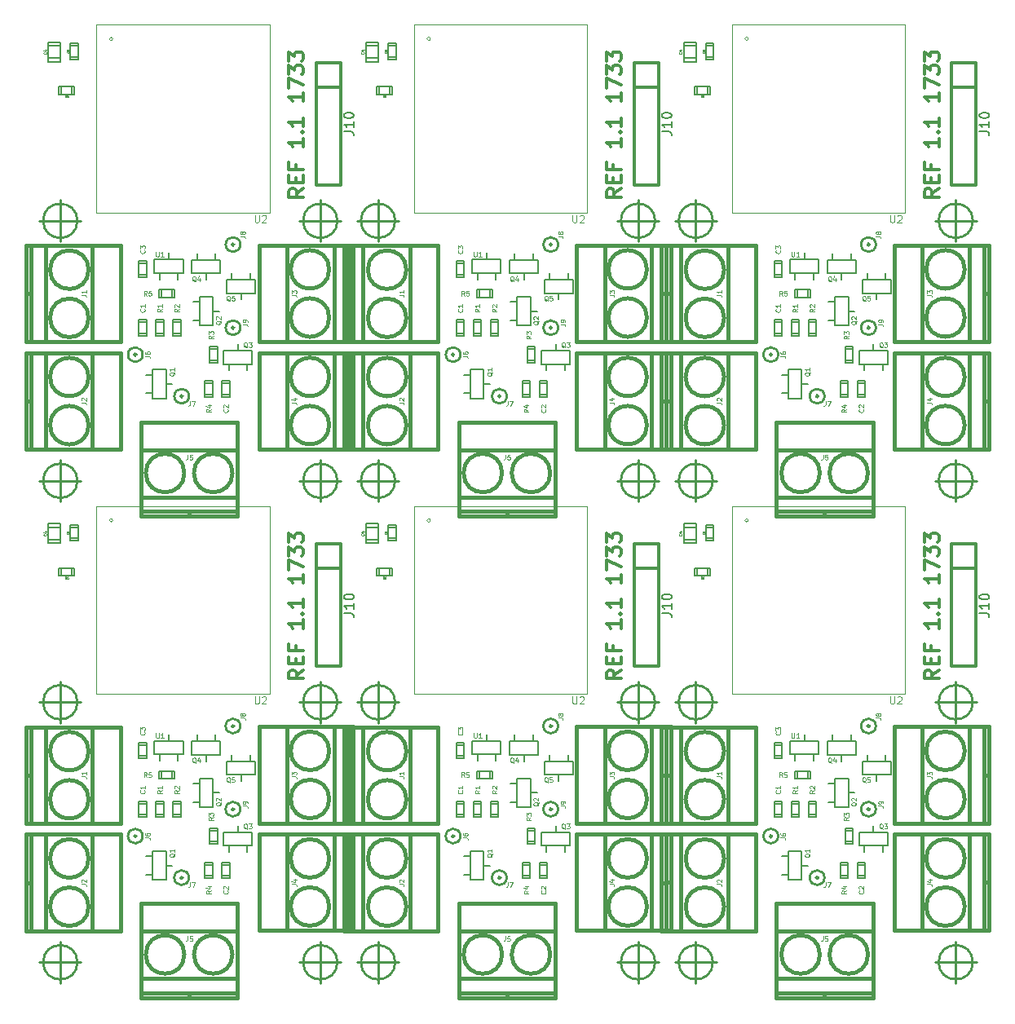
<source format=gto>
G04 #@! TF.GenerationSoftware,KiCad,Pcbnew,no-vcs-found-91ed3e2~59~ubuntu16.04.1*
G04 #@! TF.CreationDate,2017-08-21T18:57:55+02:00*
G04 #@! TF.ProjectId,ESP32-bat-monitor-latch-pan,45535033322D6261742D6D6F6E69746F,rev?*
G04 #@! TF.SameCoordinates,Original*
G04 #@! TF.FileFunction,Legend,Top*
G04 #@! TF.FilePolarity,Positive*
%FSLAX46Y46*%
G04 Gerber Fmt 4.6, Leading zero omitted, Abs format (unit mm)*
G04 Created by KiCad (PCBNEW no-vcs-found-91ed3e2~59~ubuntu16.04.1) date Mon Aug 21 18:57:55 2017*
%MOMM*%
%LPD*%
G01*
G04 APERTURE LIST*
%ADD10C,0.300000*%
%ADD11C,0.050000*%
%ADD12C,0.381000*%
%ADD13C,0.127000*%
%ADD14C,0.304800*%
%ADD15C,0.254000*%
%ADD16C,0.100000*%
%ADD17C,0.040640*%
%ADD18C,0.203200*%
%ADD19C,0.060960*%
%ADD20C,0.099060*%
G04 APERTURE END LIST*
D10*
X81594571Y-156622857D02*
X80880285Y-157122857D01*
X81594571Y-157480000D02*
X80094571Y-157480000D01*
X80094571Y-156908571D01*
X80166000Y-156765714D01*
X80237428Y-156694285D01*
X80380285Y-156622857D01*
X80594571Y-156622857D01*
X80737428Y-156694285D01*
X80808857Y-156765714D01*
X80880285Y-156908571D01*
X80880285Y-157480000D01*
X80808857Y-155980000D02*
X80808857Y-155480000D01*
X81594571Y-155265714D02*
X81594571Y-155980000D01*
X80094571Y-155980000D01*
X80094571Y-155265714D01*
X80808857Y-154122857D02*
X80808857Y-154622857D01*
X81594571Y-154622857D02*
X80094571Y-154622857D01*
X80094571Y-153908571D01*
X81594571Y-151408571D02*
X81594571Y-152265714D01*
X81594571Y-151837142D02*
X80094571Y-151837142D01*
X80308857Y-151980000D01*
X80451714Y-152122857D01*
X80523142Y-152265714D01*
X81451714Y-150765714D02*
X81523142Y-150694285D01*
X81594571Y-150765714D01*
X81523142Y-150837142D01*
X81451714Y-150765714D01*
X81594571Y-150765714D01*
X81594571Y-149265714D02*
X81594571Y-150122857D01*
X81594571Y-149694285D02*
X80094571Y-149694285D01*
X80308857Y-149837142D01*
X80451714Y-149980000D01*
X80523142Y-150122857D01*
X81594571Y-146694285D02*
X81594571Y-147551428D01*
X81594571Y-147122857D02*
X80094571Y-147122857D01*
X80308857Y-147265714D01*
X80451714Y-147408571D01*
X80523142Y-147551428D01*
X80094571Y-146194285D02*
X80094571Y-145194285D01*
X81594571Y-145837142D01*
X80094571Y-144765714D02*
X80094571Y-143837142D01*
X80666000Y-144337142D01*
X80666000Y-144122857D01*
X80737428Y-143980000D01*
X80808857Y-143908571D01*
X80951714Y-143837142D01*
X81308857Y-143837142D01*
X81451714Y-143908571D01*
X81523142Y-143980000D01*
X81594571Y-144122857D01*
X81594571Y-144551428D01*
X81523142Y-144694285D01*
X81451714Y-144765714D01*
X80094571Y-143337142D02*
X80094571Y-142408571D01*
X80666000Y-142908571D01*
X80666000Y-142694285D01*
X80737428Y-142551428D01*
X80808857Y-142480000D01*
X80951714Y-142408571D01*
X81308857Y-142408571D01*
X81451714Y-142480000D01*
X81523142Y-142551428D01*
X81594571Y-142694285D01*
X81594571Y-143122857D01*
X81523142Y-143265714D01*
X81451714Y-143337142D01*
X114594571Y-106622857D02*
X113880285Y-107122857D01*
X114594571Y-107480000D02*
X113094571Y-107480000D01*
X113094571Y-106908571D01*
X113166000Y-106765714D01*
X113237428Y-106694285D01*
X113380285Y-106622857D01*
X113594571Y-106622857D01*
X113737428Y-106694285D01*
X113808857Y-106765714D01*
X113880285Y-106908571D01*
X113880285Y-107480000D01*
X113808857Y-105980000D02*
X113808857Y-105480000D01*
X114594571Y-105265714D02*
X114594571Y-105980000D01*
X113094571Y-105980000D01*
X113094571Y-105265714D01*
X113808857Y-104122857D02*
X113808857Y-104622857D01*
X114594571Y-104622857D02*
X113094571Y-104622857D01*
X113094571Y-103908571D01*
X114594571Y-101408571D02*
X114594571Y-102265714D01*
X114594571Y-101837142D02*
X113094571Y-101837142D01*
X113308857Y-101980000D01*
X113451714Y-102122857D01*
X113523142Y-102265714D01*
X114451714Y-100765714D02*
X114523142Y-100694285D01*
X114594571Y-100765714D01*
X114523142Y-100837142D01*
X114451714Y-100765714D01*
X114594571Y-100765714D01*
X114594571Y-99265714D02*
X114594571Y-100122857D01*
X114594571Y-99694285D02*
X113094571Y-99694285D01*
X113308857Y-99837142D01*
X113451714Y-99980000D01*
X113523142Y-100122857D01*
X114594571Y-96694285D02*
X114594571Y-97551428D01*
X114594571Y-97122857D02*
X113094571Y-97122857D01*
X113308857Y-97265714D01*
X113451714Y-97408571D01*
X113523142Y-97551428D01*
X113094571Y-96194285D02*
X113094571Y-95194285D01*
X114594571Y-95837142D01*
X113094571Y-94765714D02*
X113094571Y-93837142D01*
X113666000Y-94337142D01*
X113666000Y-94122857D01*
X113737428Y-93980000D01*
X113808857Y-93908571D01*
X113951714Y-93837142D01*
X114308857Y-93837142D01*
X114451714Y-93908571D01*
X114523142Y-93980000D01*
X114594571Y-94122857D01*
X114594571Y-94551428D01*
X114523142Y-94694285D01*
X114451714Y-94765714D01*
X113094571Y-93337142D02*
X113094571Y-92408571D01*
X113666000Y-92908571D01*
X113666000Y-92694285D01*
X113737428Y-92551428D01*
X113808857Y-92480000D01*
X113951714Y-92408571D01*
X114308857Y-92408571D01*
X114451714Y-92480000D01*
X114523142Y-92551428D01*
X114594571Y-92694285D01*
X114594571Y-93122857D01*
X114523142Y-93265714D01*
X114451714Y-93337142D01*
X81594571Y-106622857D02*
X80880285Y-107122857D01*
X81594571Y-107480000D02*
X80094571Y-107480000D01*
X80094571Y-106908571D01*
X80166000Y-106765714D01*
X80237428Y-106694285D01*
X80380285Y-106622857D01*
X80594571Y-106622857D01*
X80737428Y-106694285D01*
X80808857Y-106765714D01*
X80880285Y-106908571D01*
X80880285Y-107480000D01*
X80808857Y-105980000D02*
X80808857Y-105480000D01*
X81594571Y-105265714D02*
X81594571Y-105980000D01*
X80094571Y-105980000D01*
X80094571Y-105265714D01*
X80808857Y-104122857D02*
X80808857Y-104622857D01*
X81594571Y-104622857D02*
X80094571Y-104622857D01*
X80094571Y-103908571D01*
X81594571Y-101408571D02*
X81594571Y-102265714D01*
X81594571Y-101837142D02*
X80094571Y-101837142D01*
X80308857Y-101980000D01*
X80451714Y-102122857D01*
X80523142Y-102265714D01*
X81451714Y-100765714D02*
X81523142Y-100694285D01*
X81594571Y-100765714D01*
X81523142Y-100837142D01*
X81451714Y-100765714D01*
X81594571Y-100765714D01*
X81594571Y-99265714D02*
X81594571Y-100122857D01*
X81594571Y-99694285D02*
X80094571Y-99694285D01*
X80308857Y-99837142D01*
X80451714Y-99980000D01*
X80523142Y-100122857D01*
X81594571Y-96694285D02*
X81594571Y-97551428D01*
X81594571Y-97122857D02*
X80094571Y-97122857D01*
X80308857Y-97265714D01*
X80451714Y-97408571D01*
X80523142Y-97551428D01*
X80094571Y-96194285D02*
X80094571Y-95194285D01*
X81594571Y-95837142D01*
X80094571Y-94765714D02*
X80094571Y-93837142D01*
X80666000Y-94337142D01*
X80666000Y-94122857D01*
X80737428Y-93980000D01*
X80808857Y-93908571D01*
X80951714Y-93837142D01*
X81308857Y-93837142D01*
X81451714Y-93908571D01*
X81523142Y-93980000D01*
X81594571Y-94122857D01*
X81594571Y-94551428D01*
X81523142Y-94694285D01*
X81451714Y-94765714D01*
X80094571Y-93337142D02*
X80094571Y-92408571D01*
X80666000Y-92908571D01*
X80666000Y-92694285D01*
X80737428Y-92551428D01*
X80808857Y-92480000D01*
X80951714Y-92408571D01*
X81308857Y-92408571D01*
X81451714Y-92480000D01*
X81523142Y-92551428D01*
X81594571Y-92694285D01*
X81594571Y-93122857D01*
X81523142Y-93265714D01*
X81451714Y-93337142D01*
X48594571Y-106622857D02*
X47880285Y-107122857D01*
X48594571Y-107480000D02*
X47094571Y-107480000D01*
X47094571Y-106908571D01*
X47166000Y-106765714D01*
X47237428Y-106694285D01*
X47380285Y-106622857D01*
X47594571Y-106622857D01*
X47737428Y-106694285D01*
X47808857Y-106765714D01*
X47880285Y-106908571D01*
X47880285Y-107480000D01*
X47808857Y-105980000D02*
X47808857Y-105480000D01*
X48594571Y-105265714D02*
X48594571Y-105980000D01*
X47094571Y-105980000D01*
X47094571Y-105265714D01*
X47808857Y-104122857D02*
X47808857Y-104622857D01*
X48594571Y-104622857D02*
X47094571Y-104622857D01*
X47094571Y-103908571D01*
X48594571Y-101408571D02*
X48594571Y-102265714D01*
X48594571Y-101837142D02*
X47094571Y-101837142D01*
X47308857Y-101980000D01*
X47451714Y-102122857D01*
X47523142Y-102265714D01*
X48451714Y-100765714D02*
X48523142Y-100694285D01*
X48594571Y-100765714D01*
X48523142Y-100837142D01*
X48451714Y-100765714D01*
X48594571Y-100765714D01*
X48594571Y-99265714D02*
X48594571Y-100122857D01*
X48594571Y-99694285D02*
X47094571Y-99694285D01*
X47308857Y-99837142D01*
X47451714Y-99980000D01*
X47523142Y-100122857D01*
X48594571Y-96694285D02*
X48594571Y-97551428D01*
X48594571Y-97122857D02*
X47094571Y-97122857D01*
X47308857Y-97265714D01*
X47451714Y-97408571D01*
X47523142Y-97551428D01*
X47094571Y-96194285D02*
X47094571Y-95194285D01*
X48594571Y-95837142D01*
X47094571Y-94765714D02*
X47094571Y-93837142D01*
X47666000Y-94337142D01*
X47666000Y-94122857D01*
X47737428Y-93980000D01*
X47808857Y-93908571D01*
X47951714Y-93837142D01*
X48308857Y-93837142D01*
X48451714Y-93908571D01*
X48523142Y-93980000D01*
X48594571Y-94122857D01*
X48594571Y-94551428D01*
X48523142Y-94694285D01*
X48451714Y-94765714D01*
X47094571Y-93337142D02*
X47094571Y-92408571D01*
X47666000Y-92908571D01*
X47666000Y-92694285D01*
X47737428Y-92551428D01*
X47808857Y-92480000D01*
X47951714Y-92408571D01*
X48308857Y-92408571D01*
X48451714Y-92480000D01*
X48523142Y-92551428D01*
X48594571Y-92694285D01*
X48594571Y-93122857D01*
X48523142Y-93265714D01*
X48451714Y-93337142D01*
X48594571Y-156622857D02*
X47880285Y-157122857D01*
X48594571Y-157480000D02*
X47094571Y-157480000D01*
X47094571Y-156908571D01*
X47166000Y-156765714D01*
X47237428Y-156694285D01*
X47380285Y-156622857D01*
X47594571Y-156622857D01*
X47737428Y-156694285D01*
X47808857Y-156765714D01*
X47880285Y-156908571D01*
X47880285Y-157480000D01*
X47808857Y-155980000D02*
X47808857Y-155480000D01*
X48594571Y-155265714D02*
X48594571Y-155980000D01*
X47094571Y-155980000D01*
X47094571Y-155265714D01*
X47808857Y-154122857D02*
X47808857Y-154622857D01*
X48594571Y-154622857D02*
X47094571Y-154622857D01*
X47094571Y-153908571D01*
X48594571Y-151408571D02*
X48594571Y-152265714D01*
X48594571Y-151837142D02*
X47094571Y-151837142D01*
X47308857Y-151980000D01*
X47451714Y-152122857D01*
X47523142Y-152265714D01*
X48451714Y-150765714D02*
X48523142Y-150694285D01*
X48594571Y-150765714D01*
X48523142Y-150837142D01*
X48451714Y-150765714D01*
X48594571Y-150765714D01*
X48594571Y-149265714D02*
X48594571Y-150122857D01*
X48594571Y-149694285D02*
X47094571Y-149694285D01*
X47308857Y-149837142D01*
X47451714Y-149980000D01*
X47523142Y-150122857D01*
X48594571Y-146694285D02*
X48594571Y-147551428D01*
X48594571Y-147122857D02*
X47094571Y-147122857D01*
X47308857Y-147265714D01*
X47451714Y-147408571D01*
X47523142Y-147551428D01*
X47094571Y-146194285D02*
X47094571Y-145194285D01*
X48594571Y-145837142D01*
X47094571Y-144765714D02*
X47094571Y-143837142D01*
X47666000Y-144337142D01*
X47666000Y-144122857D01*
X47737428Y-143980000D01*
X47808857Y-143908571D01*
X47951714Y-143837142D01*
X48308857Y-143837142D01*
X48451714Y-143908571D01*
X48523142Y-143980000D01*
X48594571Y-144122857D01*
X48594571Y-144551428D01*
X48523142Y-144694285D01*
X48451714Y-144765714D01*
X47094571Y-143337142D02*
X47094571Y-142408571D01*
X47666000Y-142908571D01*
X47666000Y-142694285D01*
X47737428Y-142551428D01*
X47808857Y-142480000D01*
X47951714Y-142408571D01*
X48308857Y-142408571D01*
X48451714Y-142480000D01*
X48523142Y-142551428D01*
X48594571Y-142694285D01*
X48594571Y-143122857D01*
X48523142Y-143265714D01*
X48451714Y-143337142D01*
X114594571Y-156622857D02*
X113880285Y-157122857D01*
X114594571Y-157480000D02*
X113094571Y-157480000D01*
X113094571Y-156908571D01*
X113166000Y-156765714D01*
X113237428Y-156694285D01*
X113380285Y-156622857D01*
X113594571Y-156622857D01*
X113737428Y-156694285D01*
X113808857Y-156765714D01*
X113880285Y-156908571D01*
X113880285Y-157480000D01*
X113808857Y-155980000D02*
X113808857Y-155480000D01*
X114594571Y-155265714D02*
X114594571Y-155980000D01*
X113094571Y-155980000D01*
X113094571Y-155265714D01*
X113808857Y-154122857D02*
X113808857Y-154622857D01*
X114594571Y-154622857D02*
X113094571Y-154622857D01*
X113094571Y-153908571D01*
X114594571Y-151408571D02*
X114594571Y-152265714D01*
X114594571Y-151837142D02*
X113094571Y-151837142D01*
X113308857Y-151980000D01*
X113451714Y-152122857D01*
X113523142Y-152265714D01*
X114451714Y-150765714D02*
X114523142Y-150694285D01*
X114594571Y-150765714D01*
X114523142Y-150837142D01*
X114451714Y-150765714D01*
X114594571Y-150765714D01*
X114594571Y-149265714D02*
X114594571Y-150122857D01*
X114594571Y-149694285D02*
X113094571Y-149694285D01*
X113308857Y-149837142D01*
X113451714Y-149980000D01*
X113523142Y-150122857D01*
X114594571Y-146694285D02*
X114594571Y-147551428D01*
X114594571Y-147122857D02*
X113094571Y-147122857D01*
X113308857Y-147265714D01*
X113451714Y-147408571D01*
X113523142Y-147551428D01*
X113094571Y-146194285D02*
X113094571Y-145194285D01*
X114594571Y-145837142D01*
X113094571Y-144765714D02*
X113094571Y-143837142D01*
X113666000Y-144337142D01*
X113666000Y-144122857D01*
X113737428Y-143980000D01*
X113808857Y-143908571D01*
X113951714Y-143837142D01*
X114308857Y-143837142D01*
X114451714Y-143908571D01*
X114523142Y-143980000D01*
X114594571Y-144122857D01*
X114594571Y-144551428D01*
X114523142Y-144694285D01*
X114451714Y-144765714D01*
X113094571Y-143337142D02*
X113094571Y-142408571D01*
X113666000Y-142908571D01*
X113666000Y-142694285D01*
X113737428Y-142551428D01*
X113808857Y-142480000D01*
X113951714Y-142408571D01*
X114308857Y-142408571D01*
X114451714Y-142480000D01*
X114523142Y-142551428D01*
X114594571Y-142694285D01*
X114594571Y-143122857D01*
X114523142Y-143265714D01*
X114451714Y-143337142D01*
D11*
X61795605Y-91066000D02*
G75*
G03X61795605Y-91066000I-179605J0D01*
G01*
X60092000Y-109100000D02*
X60092000Y-89600000D01*
X60092000Y-89600000D02*
X78092000Y-89600000D01*
X78092000Y-89600000D02*
X78092000Y-109100000D01*
X78092000Y-109100000D02*
X60092000Y-109100000D01*
D12*
X64740000Y-180848000D02*
X64740000Y-190648000D01*
X74740000Y-180848000D02*
X64740000Y-180848000D01*
X74740000Y-190648000D02*
X74740000Y-180848000D01*
X64740000Y-190648000D02*
X74740000Y-190648000D01*
X64740000Y-190148000D02*
X74740000Y-190148000D01*
X64740000Y-183748000D02*
X74740000Y-183748000D01*
X64740000Y-188648000D02*
X74740000Y-188648000D01*
X69240000Y-186148000D02*
G75*
G03X69240000Y-186148000I-2000000J0D01*
G01*
X74240000Y-186148000D02*
G75*
G03X74240000Y-186148000I-2000000J0D01*
G01*
X69740000Y-190148000D02*
X69740000Y-190648000D01*
D11*
X61795605Y-141066000D02*
G75*
G03X61795605Y-141066000I-179605J0D01*
G01*
X60092000Y-159100000D02*
X60092000Y-139600000D01*
X60092000Y-139600000D02*
X78092000Y-139600000D01*
X78092000Y-139600000D02*
X78092000Y-159100000D01*
X78092000Y-159100000D02*
X60092000Y-159100000D01*
D13*
X57842640Y-146017600D02*
X57842640Y-146830400D01*
X56217040Y-146017600D02*
X57842640Y-146017600D01*
X56217040Y-146830400D02*
X56217040Y-146017600D01*
X57842640Y-146830400D02*
X56217040Y-146830400D01*
X57588640Y-146805000D02*
X57588640Y-146017600D01*
X56471040Y-146017600D02*
X56471040Y-146830400D01*
D14*
X85488000Y-156228000D02*
X82948000Y-156228000D01*
X82948000Y-143528000D02*
X85488000Y-143528000D01*
X85488000Y-143528000D02*
X85488000Y-156228000D01*
X82948000Y-156228000D02*
X82948000Y-143528000D01*
X85488000Y-146068000D02*
X82948000Y-146068000D01*
D13*
X58208400Y-143182960D02*
X57395600Y-143182960D01*
X58208400Y-141557360D02*
X58208400Y-143182960D01*
X57395600Y-141557360D02*
X58208400Y-141557360D01*
X57395600Y-143182960D02*
X57395600Y-141557360D01*
X57421000Y-142928960D02*
X58208400Y-142928960D01*
X58208400Y-141811360D02*
X57395600Y-141811360D01*
X56405000Y-143439500D02*
X55135000Y-143439500D01*
X56405000Y-141407500D02*
X56405000Y-143439500D01*
X55135000Y-141407500D02*
X56405000Y-141407500D01*
X55135000Y-143439500D02*
X55135000Y-141407500D01*
X55135000Y-143058500D02*
X56379600Y-143058500D01*
X55135000Y-141788500D02*
X56405000Y-141788500D01*
X76636100Y-166086140D02*
X76636100Y-167483140D01*
X73638900Y-166086140D02*
X76636100Y-166086140D01*
X73638900Y-167483140D02*
X73638900Y-166086140D01*
X76636100Y-167483140D02*
X73638900Y-167483140D01*
X75137500Y-167483140D02*
X75137500Y-168143540D01*
X76090000Y-166086140D02*
X76090000Y-165425740D01*
X74185000Y-166086140D02*
X74185000Y-165425740D01*
D15*
X75058000Y-171062000D02*
G75*
G03X75058000Y-171062000I-762000J0D01*
G01*
X74423000Y-171062000D02*
G75*
G03X74423000Y-171062000I-127000J0D01*
G01*
X74423000Y-162426000D02*
G75*
G03X74423000Y-162426000I-127000J0D01*
G01*
X75058000Y-162426000D02*
G75*
G03X75058000Y-162426000I-762000J0D01*
G01*
X69089000Y-178174000D02*
G75*
G03X69089000Y-178174000I-127000J0D01*
G01*
X69724000Y-178174000D02*
G75*
G03X69724000Y-178174000I-762000J0D01*
G01*
X64914000Y-173856000D02*
G75*
G03X64914000Y-173856000I-762000J0D01*
G01*
X64279000Y-173856000D02*
G75*
G03X64279000Y-173856000I-127000J0D01*
G01*
D13*
X65304400Y-165778800D02*
X64491600Y-165778800D01*
X65304400Y-164153200D02*
X65304400Y-165778800D01*
X64491600Y-164153200D02*
X65304400Y-164153200D01*
X64491600Y-165778800D02*
X64491600Y-164153200D01*
X64517000Y-165524800D02*
X65304400Y-165524800D01*
X65304400Y-164407200D02*
X64491600Y-164407200D01*
X66129900Y-165369860D02*
X66129900Y-163972860D01*
X69127100Y-165369860D02*
X66129900Y-165369860D01*
X69127100Y-163972860D02*
X69127100Y-165369860D01*
X66129900Y-163972860D02*
X69127100Y-163972860D01*
X67628500Y-163972860D02*
X67628500Y-163312460D01*
X66676000Y-165369860D02*
X66676000Y-166030260D01*
X68581000Y-165369860D02*
X68581000Y-166030260D01*
X66625200Y-167912400D02*
X66625200Y-167099600D01*
X68250800Y-167912400D02*
X66625200Y-167912400D01*
X68250800Y-167099600D02*
X68250800Y-167912400D01*
X66625200Y-167099600D02*
X68250800Y-167099600D01*
X66879200Y-167125000D02*
X66879200Y-167912400D01*
X67996800Y-167912400D02*
X67996800Y-167099600D01*
X72162400Y-176853200D02*
X71349600Y-176853200D01*
X71375000Y-177970800D02*
X72162400Y-177970800D01*
X71349600Y-178224800D02*
X71349600Y-176599200D01*
X71349600Y-176599200D02*
X72162400Y-176599200D01*
X72162400Y-176599200D02*
X72162400Y-178224800D01*
X72162400Y-178224800D02*
X71349600Y-178224800D01*
X72670400Y-174668800D02*
X71857600Y-174668800D01*
X72670400Y-173043200D02*
X72670400Y-174668800D01*
X71857600Y-173043200D02*
X72670400Y-173043200D01*
X71857600Y-174668800D02*
X71857600Y-173043200D01*
X71883000Y-174414800D02*
X72670400Y-174414800D01*
X72670400Y-173297200D02*
X71857600Y-173297200D01*
X68860400Y-170513360D02*
X68047600Y-170513360D01*
X68073000Y-171630960D02*
X68860400Y-171630960D01*
X68047600Y-171884960D02*
X68047600Y-170259360D01*
X68047600Y-170259360D02*
X68860400Y-170259360D01*
X68860400Y-170259360D02*
X68860400Y-171884960D01*
X68860400Y-171884960D02*
X68047600Y-171884960D01*
X67082400Y-171874800D02*
X66269600Y-171874800D01*
X67082400Y-170249200D02*
X67082400Y-171874800D01*
X66269600Y-170249200D02*
X67082400Y-170249200D01*
X66269600Y-171874800D02*
X66269600Y-170249200D01*
X66295000Y-171620800D02*
X67082400Y-171620800D01*
X67082400Y-170503200D02*
X66269600Y-170503200D01*
X70549500Y-164013500D02*
X70549500Y-163353100D01*
X72454500Y-164013500D02*
X72454500Y-163353100D01*
X71502000Y-165410500D02*
X71502000Y-166070900D01*
X73000600Y-165410500D02*
X70003400Y-165410500D01*
X70003400Y-165410500D02*
X70003400Y-164013500D01*
X70003400Y-164013500D02*
X73000600Y-164013500D01*
X73000600Y-164013500D02*
X73000600Y-165410500D01*
X75756500Y-174849140D02*
X75756500Y-175509540D01*
X73851500Y-174849140D02*
X73851500Y-175509540D01*
X74804000Y-173452140D02*
X74804000Y-172791740D01*
X73305400Y-173452140D02*
X76302600Y-173452140D01*
X76302600Y-173452140D02*
X76302600Y-174849140D01*
X76302600Y-174849140D02*
X73305400Y-174849140D01*
X73305400Y-174849140D02*
X73305400Y-173452140D01*
X70803500Y-167848900D02*
X72200500Y-167848900D01*
X70803500Y-170846100D02*
X70803500Y-167848900D01*
X72200500Y-170846100D02*
X70803500Y-170846100D01*
X72200500Y-167848900D02*
X72200500Y-170846100D01*
X72200500Y-169347500D02*
X72860900Y-169347500D01*
X70803500Y-168395000D02*
X70143100Y-168395000D01*
X70803500Y-170300000D02*
X70143100Y-170300000D01*
X65936860Y-175405400D02*
X67333860Y-175405400D01*
X65936860Y-178402600D02*
X65936860Y-175405400D01*
X67333860Y-178402600D02*
X65936860Y-178402600D01*
X67333860Y-175405400D02*
X67333860Y-178402600D01*
X67333860Y-176904000D02*
X67994260Y-176904000D01*
X65936860Y-175951500D02*
X65276460Y-175951500D01*
X65936860Y-177856500D02*
X65276460Y-177856500D01*
D12*
X86286000Y-178674000D02*
X86786000Y-178674000D01*
X84286000Y-176174000D02*
G75*
G03X84286000Y-176174000I-2000000J0D01*
G01*
X84286000Y-181174000D02*
G75*
G03X84286000Y-181174000I-2000000J0D01*
G01*
X84786000Y-183674000D02*
X84786000Y-173674000D01*
X79886000Y-183674000D02*
X79886000Y-173674000D01*
X86286000Y-183674000D02*
X86286000Y-173674000D01*
X86786000Y-183674000D02*
X86786000Y-173674000D01*
X86786000Y-173674000D02*
X76986000Y-173674000D01*
X76986000Y-173674000D02*
X76986000Y-183674000D01*
X76986000Y-183674000D02*
X86786000Y-183674000D01*
X76986000Y-172506000D02*
X86786000Y-172506000D01*
X76986000Y-162506000D02*
X76986000Y-172506000D01*
X86786000Y-162506000D02*
X76986000Y-162506000D01*
X86786000Y-172506000D02*
X86786000Y-162506000D01*
X86286000Y-172506000D02*
X86286000Y-162506000D01*
X79886000Y-172506000D02*
X79886000Y-162506000D01*
X84786000Y-172506000D02*
X84786000Y-162506000D01*
X84286000Y-170006000D02*
G75*
G03X84286000Y-170006000I-2000000J0D01*
G01*
X84286000Y-165006000D02*
G75*
G03X84286000Y-165006000I-2000000J0D01*
G01*
X86286000Y-167506000D02*
X86786000Y-167506000D01*
X62600000Y-173682000D02*
X52800000Y-173682000D01*
X62600000Y-183682000D02*
X62600000Y-173682000D01*
X52800000Y-183682000D02*
X62600000Y-183682000D01*
X52800000Y-173682000D02*
X52800000Y-183682000D01*
X53300000Y-173682000D02*
X53300000Y-183682000D01*
X59700000Y-173682000D02*
X59700000Y-183682000D01*
X54800000Y-173682000D02*
X54800000Y-183682000D01*
X59300000Y-176182000D02*
G75*
G03X59300000Y-176182000I-2000000J0D01*
G01*
X59300000Y-181182000D02*
G75*
G03X59300000Y-181182000I-2000000J0D01*
G01*
X53300000Y-178682000D02*
X52800000Y-178682000D01*
X53300000Y-167537000D02*
X52800000Y-167537000D01*
X59300000Y-170037000D02*
G75*
G03X59300000Y-170037000I-2000000J0D01*
G01*
X59300000Y-165037000D02*
G75*
G03X59300000Y-165037000I-2000000J0D01*
G01*
X54800000Y-162537000D02*
X54800000Y-172537000D01*
X59700000Y-162537000D02*
X59700000Y-172537000D01*
X53300000Y-162537000D02*
X53300000Y-172537000D01*
X52800000Y-162537000D02*
X52800000Y-172537000D01*
X52800000Y-172537000D02*
X62600000Y-172537000D01*
X62600000Y-172537000D02*
X62600000Y-162537000D01*
X62600000Y-162537000D02*
X52800000Y-162537000D01*
D13*
X73940400Y-176853200D02*
X73127600Y-176853200D01*
X73153000Y-177970800D02*
X73940400Y-177970800D01*
X73127600Y-178224800D02*
X73127600Y-176599200D01*
X73127600Y-176599200D02*
X73940400Y-176599200D01*
X73940400Y-176599200D02*
X73940400Y-178224800D01*
X73940400Y-178224800D02*
X73127600Y-178224800D01*
X65304400Y-171874800D02*
X64491600Y-171874800D01*
X65304400Y-170249200D02*
X65304400Y-171874800D01*
X64491600Y-170249200D02*
X65304400Y-170249200D01*
X64491600Y-171874800D02*
X64491600Y-170249200D01*
X64517000Y-171620800D02*
X65304400Y-171620800D01*
X65304400Y-170503200D02*
X64491600Y-170503200D01*
D15*
X85134000Y-159958000D02*
G75*
G03X85134000Y-159958000I-1778000J0D01*
G01*
X81197000Y-159958000D02*
X85515000Y-159958000D01*
X83356000Y-157799000D02*
X83356000Y-162117000D01*
X83356000Y-184799000D02*
X83356000Y-189117000D01*
X81197000Y-186958000D02*
X85515000Y-186958000D01*
X85134000Y-186958000D02*
G75*
G03X85134000Y-186958000I-1778000J0D01*
G01*
X58134000Y-186958000D02*
G75*
G03X58134000Y-186958000I-1778000J0D01*
G01*
X54197000Y-186958000D02*
X58515000Y-186958000D01*
X56356000Y-184799000D02*
X56356000Y-189117000D01*
X56356000Y-157799000D02*
X56356000Y-162117000D01*
X54197000Y-159958000D02*
X58515000Y-159958000D01*
X58134000Y-159958000D02*
G75*
G03X58134000Y-159958000I-1778000J0D01*
G01*
D11*
X94795605Y-91066000D02*
G75*
G03X94795605Y-91066000I-179605J0D01*
G01*
X93092000Y-109100000D02*
X93092000Y-89600000D01*
X93092000Y-89600000D02*
X111092000Y-89600000D01*
X111092000Y-89600000D02*
X111092000Y-109100000D01*
X111092000Y-109100000D02*
X93092000Y-109100000D01*
D13*
X90842640Y-96017600D02*
X90842640Y-96830400D01*
X89217040Y-96017600D02*
X90842640Y-96017600D01*
X89217040Y-96830400D02*
X89217040Y-96017600D01*
X90842640Y-96830400D02*
X89217040Y-96830400D01*
X90588640Y-96805000D02*
X90588640Y-96017600D01*
X89471040Y-96017600D02*
X89471040Y-96830400D01*
D14*
X118488000Y-106228000D02*
X115948000Y-106228000D01*
X115948000Y-93528000D02*
X118488000Y-93528000D01*
X118488000Y-93528000D02*
X118488000Y-106228000D01*
X115948000Y-106228000D02*
X115948000Y-93528000D01*
X118488000Y-96068000D02*
X115948000Y-96068000D01*
D13*
X91208400Y-93182960D02*
X90395600Y-93182960D01*
X91208400Y-91557360D02*
X91208400Y-93182960D01*
X90395600Y-91557360D02*
X91208400Y-91557360D01*
X90395600Y-93182960D02*
X90395600Y-91557360D01*
X90421000Y-92928960D02*
X91208400Y-92928960D01*
X91208400Y-91811360D02*
X90395600Y-91811360D01*
X89405000Y-93439500D02*
X88135000Y-93439500D01*
X89405000Y-91407500D02*
X89405000Y-93439500D01*
X88135000Y-91407500D02*
X89405000Y-91407500D01*
X88135000Y-93439500D02*
X88135000Y-91407500D01*
X88135000Y-93058500D02*
X89379600Y-93058500D01*
X88135000Y-91788500D02*
X89405000Y-91788500D01*
X109636100Y-116086140D02*
X109636100Y-117483140D01*
X106638900Y-116086140D02*
X109636100Y-116086140D01*
X106638900Y-117483140D02*
X106638900Y-116086140D01*
X109636100Y-117483140D02*
X106638900Y-117483140D01*
X108137500Y-117483140D02*
X108137500Y-118143540D01*
X109090000Y-116086140D02*
X109090000Y-115425740D01*
X107185000Y-116086140D02*
X107185000Y-115425740D01*
D15*
X108058000Y-121062000D02*
G75*
G03X108058000Y-121062000I-762000J0D01*
G01*
X107423000Y-121062000D02*
G75*
G03X107423000Y-121062000I-127000J0D01*
G01*
X107423000Y-112426000D02*
G75*
G03X107423000Y-112426000I-127000J0D01*
G01*
X108058000Y-112426000D02*
G75*
G03X108058000Y-112426000I-762000J0D01*
G01*
X102089000Y-128174000D02*
G75*
G03X102089000Y-128174000I-127000J0D01*
G01*
X102724000Y-128174000D02*
G75*
G03X102724000Y-128174000I-762000J0D01*
G01*
X97914000Y-123856000D02*
G75*
G03X97914000Y-123856000I-762000J0D01*
G01*
X97279000Y-123856000D02*
G75*
G03X97279000Y-123856000I-127000J0D01*
G01*
D12*
X97740000Y-130848000D02*
X97740000Y-140648000D01*
X107740000Y-130848000D02*
X97740000Y-130848000D01*
X107740000Y-140648000D02*
X107740000Y-130848000D01*
X97740000Y-140648000D02*
X107740000Y-140648000D01*
X97740000Y-140148000D02*
X107740000Y-140148000D01*
X97740000Y-133748000D02*
X107740000Y-133748000D01*
X97740000Y-138648000D02*
X107740000Y-138648000D01*
X102240000Y-136148000D02*
G75*
G03X102240000Y-136148000I-2000000J0D01*
G01*
X107240000Y-136148000D02*
G75*
G03X107240000Y-136148000I-2000000J0D01*
G01*
X102740000Y-140148000D02*
X102740000Y-140648000D01*
D13*
X98304400Y-115778800D02*
X97491600Y-115778800D01*
X98304400Y-114153200D02*
X98304400Y-115778800D01*
X97491600Y-114153200D02*
X98304400Y-114153200D01*
X97491600Y-115778800D02*
X97491600Y-114153200D01*
X97517000Y-115524800D02*
X98304400Y-115524800D01*
X98304400Y-114407200D02*
X97491600Y-114407200D01*
X99129900Y-115369860D02*
X99129900Y-113972860D01*
X102127100Y-115369860D02*
X99129900Y-115369860D01*
X102127100Y-113972860D02*
X102127100Y-115369860D01*
X99129900Y-113972860D02*
X102127100Y-113972860D01*
X100628500Y-113972860D02*
X100628500Y-113312460D01*
X99676000Y-115369860D02*
X99676000Y-116030260D01*
X101581000Y-115369860D02*
X101581000Y-116030260D01*
X99625200Y-117912400D02*
X99625200Y-117099600D01*
X101250800Y-117912400D02*
X99625200Y-117912400D01*
X101250800Y-117099600D02*
X101250800Y-117912400D01*
X99625200Y-117099600D02*
X101250800Y-117099600D01*
X99879200Y-117125000D02*
X99879200Y-117912400D01*
X100996800Y-117912400D02*
X100996800Y-117099600D01*
X105162400Y-126853200D02*
X104349600Y-126853200D01*
X104375000Y-127970800D02*
X105162400Y-127970800D01*
X104349600Y-128224800D02*
X104349600Y-126599200D01*
X104349600Y-126599200D02*
X105162400Y-126599200D01*
X105162400Y-126599200D02*
X105162400Y-128224800D01*
X105162400Y-128224800D02*
X104349600Y-128224800D01*
X105670400Y-124668800D02*
X104857600Y-124668800D01*
X105670400Y-123043200D02*
X105670400Y-124668800D01*
X104857600Y-123043200D02*
X105670400Y-123043200D01*
X104857600Y-124668800D02*
X104857600Y-123043200D01*
X104883000Y-124414800D02*
X105670400Y-124414800D01*
X105670400Y-123297200D02*
X104857600Y-123297200D01*
X101860400Y-120513360D02*
X101047600Y-120513360D01*
X101073000Y-121630960D02*
X101860400Y-121630960D01*
X101047600Y-121884960D02*
X101047600Y-120259360D01*
X101047600Y-120259360D02*
X101860400Y-120259360D01*
X101860400Y-120259360D02*
X101860400Y-121884960D01*
X101860400Y-121884960D02*
X101047600Y-121884960D01*
X100082400Y-121874800D02*
X99269600Y-121874800D01*
X100082400Y-120249200D02*
X100082400Y-121874800D01*
X99269600Y-120249200D02*
X100082400Y-120249200D01*
X99269600Y-121874800D02*
X99269600Y-120249200D01*
X99295000Y-121620800D02*
X100082400Y-121620800D01*
X100082400Y-120503200D02*
X99269600Y-120503200D01*
X103549500Y-114013500D02*
X103549500Y-113353100D01*
X105454500Y-114013500D02*
X105454500Y-113353100D01*
X104502000Y-115410500D02*
X104502000Y-116070900D01*
X106000600Y-115410500D02*
X103003400Y-115410500D01*
X103003400Y-115410500D02*
X103003400Y-114013500D01*
X103003400Y-114013500D02*
X106000600Y-114013500D01*
X106000600Y-114013500D02*
X106000600Y-115410500D01*
X108756500Y-124849140D02*
X108756500Y-125509540D01*
X106851500Y-124849140D02*
X106851500Y-125509540D01*
X107804000Y-123452140D02*
X107804000Y-122791740D01*
X106305400Y-123452140D02*
X109302600Y-123452140D01*
X109302600Y-123452140D02*
X109302600Y-124849140D01*
X109302600Y-124849140D02*
X106305400Y-124849140D01*
X106305400Y-124849140D02*
X106305400Y-123452140D01*
X103803500Y-117848900D02*
X105200500Y-117848900D01*
X103803500Y-120846100D02*
X103803500Y-117848900D01*
X105200500Y-120846100D02*
X103803500Y-120846100D01*
X105200500Y-117848900D02*
X105200500Y-120846100D01*
X105200500Y-119347500D02*
X105860900Y-119347500D01*
X103803500Y-118395000D02*
X103143100Y-118395000D01*
X103803500Y-120300000D02*
X103143100Y-120300000D01*
X98936860Y-125405400D02*
X100333860Y-125405400D01*
X98936860Y-128402600D02*
X98936860Y-125405400D01*
X100333860Y-128402600D02*
X98936860Y-128402600D01*
X100333860Y-125405400D02*
X100333860Y-128402600D01*
X100333860Y-126904000D02*
X100994260Y-126904000D01*
X98936860Y-125951500D02*
X98276460Y-125951500D01*
X98936860Y-127856500D02*
X98276460Y-127856500D01*
D12*
X119286000Y-128674000D02*
X119786000Y-128674000D01*
X117286000Y-126174000D02*
G75*
G03X117286000Y-126174000I-2000000J0D01*
G01*
X117286000Y-131174000D02*
G75*
G03X117286000Y-131174000I-2000000J0D01*
G01*
X117786000Y-133674000D02*
X117786000Y-123674000D01*
X112886000Y-133674000D02*
X112886000Y-123674000D01*
X119286000Y-133674000D02*
X119286000Y-123674000D01*
X119786000Y-133674000D02*
X119786000Y-123674000D01*
X119786000Y-123674000D02*
X109986000Y-123674000D01*
X109986000Y-123674000D02*
X109986000Y-133674000D01*
X109986000Y-133674000D02*
X119786000Y-133674000D01*
X109986000Y-122506000D02*
X119786000Y-122506000D01*
X109986000Y-112506000D02*
X109986000Y-122506000D01*
X119786000Y-112506000D02*
X109986000Y-112506000D01*
X119786000Y-122506000D02*
X119786000Y-112506000D01*
X119286000Y-122506000D02*
X119286000Y-112506000D01*
X112886000Y-122506000D02*
X112886000Y-112506000D01*
X117786000Y-122506000D02*
X117786000Y-112506000D01*
X117286000Y-120006000D02*
G75*
G03X117286000Y-120006000I-2000000J0D01*
G01*
X117286000Y-115006000D02*
G75*
G03X117286000Y-115006000I-2000000J0D01*
G01*
X119286000Y-117506000D02*
X119786000Y-117506000D01*
X95600000Y-123682000D02*
X85800000Y-123682000D01*
X95600000Y-133682000D02*
X95600000Y-123682000D01*
X85800000Y-133682000D02*
X95600000Y-133682000D01*
X85800000Y-123682000D02*
X85800000Y-133682000D01*
X86300000Y-123682000D02*
X86300000Y-133682000D01*
X92700000Y-123682000D02*
X92700000Y-133682000D01*
X87800000Y-123682000D02*
X87800000Y-133682000D01*
X92300000Y-126182000D02*
G75*
G03X92300000Y-126182000I-2000000J0D01*
G01*
X92300000Y-131182000D02*
G75*
G03X92300000Y-131182000I-2000000J0D01*
G01*
X86300000Y-128682000D02*
X85800000Y-128682000D01*
X86300000Y-117537000D02*
X85800000Y-117537000D01*
X92300000Y-120037000D02*
G75*
G03X92300000Y-120037000I-2000000J0D01*
G01*
X92300000Y-115037000D02*
G75*
G03X92300000Y-115037000I-2000000J0D01*
G01*
X87800000Y-112537000D02*
X87800000Y-122537000D01*
X92700000Y-112537000D02*
X92700000Y-122537000D01*
X86300000Y-112537000D02*
X86300000Y-122537000D01*
X85800000Y-112537000D02*
X85800000Y-122537000D01*
X85800000Y-122537000D02*
X95600000Y-122537000D01*
X95600000Y-122537000D02*
X95600000Y-112537000D01*
X95600000Y-112537000D02*
X85800000Y-112537000D01*
D13*
X106940400Y-126853200D02*
X106127600Y-126853200D01*
X106153000Y-127970800D02*
X106940400Y-127970800D01*
X106127600Y-128224800D02*
X106127600Y-126599200D01*
X106127600Y-126599200D02*
X106940400Y-126599200D01*
X106940400Y-126599200D02*
X106940400Y-128224800D01*
X106940400Y-128224800D02*
X106127600Y-128224800D01*
X98304400Y-121874800D02*
X97491600Y-121874800D01*
X98304400Y-120249200D02*
X98304400Y-121874800D01*
X97491600Y-120249200D02*
X98304400Y-120249200D01*
X97491600Y-121874800D02*
X97491600Y-120249200D01*
X97517000Y-121620800D02*
X98304400Y-121620800D01*
X98304400Y-120503200D02*
X97491600Y-120503200D01*
D15*
X118134000Y-109958000D02*
G75*
G03X118134000Y-109958000I-1778000J0D01*
G01*
X114197000Y-109958000D02*
X118515000Y-109958000D01*
X116356000Y-107799000D02*
X116356000Y-112117000D01*
X116356000Y-134799000D02*
X116356000Y-139117000D01*
X114197000Y-136958000D02*
X118515000Y-136958000D01*
X118134000Y-136958000D02*
G75*
G03X118134000Y-136958000I-1778000J0D01*
G01*
X91134000Y-136958000D02*
G75*
G03X91134000Y-136958000I-1778000J0D01*
G01*
X87197000Y-136958000D02*
X91515000Y-136958000D01*
X89356000Y-134799000D02*
X89356000Y-139117000D01*
X89356000Y-107799000D02*
X89356000Y-112117000D01*
X87197000Y-109958000D02*
X91515000Y-109958000D01*
X91134000Y-109958000D02*
G75*
G03X91134000Y-109958000I-1778000J0D01*
G01*
D13*
X57842640Y-96017600D02*
X57842640Y-96830400D01*
X56217040Y-96017600D02*
X57842640Y-96017600D01*
X56217040Y-96830400D02*
X56217040Y-96017600D01*
X57842640Y-96830400D02*
X56217040Y-96830400D01*
X57588640Y-96805000D02*
X57588640Y-96017600D01*
X56471040Y-96017600D02*
X56471040Y-96830400D01*
D14*
X85488000Y-106228000D02*
X82948000Y-106228000D01*
X82948000Y-93528000D02*
X85488000Y-93528000D01*
X85488000Y-93528000D02*
X85488000Y-106228000D01*
X82948000Y-106228000D02*
X82948000Y-93528000D01*
X85488000Y-96068000D02*
X82948000Y-96068000D01*
D13*
X58208400Y-93182960D02*
X57395600Y-93182960D01*
X58208400Y-91557360D02*
X58208400Y-93182960D01*
X57395600Y-91557360D02*
X58208400Y-91557360D01*
X57395600Y-93182960D02*
X57395600Y-91557360D01*
X57421000Y-92928960D02*
X58208400Y-92928960D01*
X58208400Y-91811360D02*
X57395600Y-91811360D01*
X56405000Y-93439500D02*
X55135000Y-93439500D01*
X56405000Y-91407500D02*
X56405000Y-93439500D01*
X55135000Y-91407500D02*
X56405000Y-91407500D01*
X55135000Y-93439500D02*
X55135000Y-91407500D01*
X55135000Y-93058500D02*
X56379600Y-93058500D01*
X55135000Y-91788500D02*
X56405000Y-91788500D01*
X76636100Y-116086140D02*
X76636100Y-117483140D01*
X73638900Y-116086140D02*
X76636100Y-116086140D01*
X73638900Y-117483140D02*
X73638900Y-116086140D01*
X76636100Y-117483140D02*
X73638900Y-117483140D01*
X75137500Y-117483140D02*
X75137500Y-118143540D01*
X76090000Y-116086140D02*
X76090000Y-115425740D01*
X74185000Y-116086140D02*
X74185000Y-115425740D01*
D15*
X75058000Y-121062000D02*
G75*
G03X75058000Y-121062000I-762000J0D01*
G01*
X74423000Y-121062000D02*
G75*
G03X74423000Y-121062000I-127000J0D01*
G01*
X74423000Y-112426000D02*
G75*
G03X74423000Y-112426000I-127000J0D01*
G01*
X75058000Y-112426000D02*
G75*
G03X75058000Y-112426000I-762000J0D01*
G01*
X69089000Y-128174000D02*
G75*
G03X69089000Y-128174000I-127000J0D01*
G01*
X69724000Y-128174000D02*
G75*
G03X69724000Y-128174000I-762000J0D01*
G01*
X64914000Y-123856000D02*
G75*
G03X64914000Y-123856000I-762000J0D01*
G01*
X64279000Y-123856000D02*
G75*
G03X64279000Y-123856000I-127000J0D01*
G01*
D12*
X64740000Y-130848000D02*
X64740000Y-140648000D01*
X74740000Y-130848000D02*
X64740000Y-130848000D01*
X74740000Y-140648000D02*
X74740000Y-130848000D01*
X64740000Y-140648000D02*
X74740000Y-140648000D01*
X64740000Y-140148000D02*
X74740000Y-140148000D01*
X64740000Y-133748000D02*
X74740000Y-133748000D01*
X64740000Y-138648000D02*
X74740000Y-138648000D01*
X69240000Y-136148000D02*
G75*
G03X69240000Y-136148000I-2000000J0D01*
G01*
X74240000Y-136148000D02*
G75*
G03X74240000Y-136148000I-2000000J0D01*
G01*
X69740000Y-140148000D02*
X69740000Y-140648000D01*
D13*
X65304400Y-115778800D02*
X64491600Y-115778800D01*
X65304400Y-114153200D02*
X65304400Y-115778800D01*
X64491600Y-114153200D02*
X65304400Y-114153200D01*
X64491600Y-115778800D02*
X64491600Y-114153200D01*
X64517000Y-115524800D02*
X65304400Y-115524800D01*
X65304400Y-114407200D02*
X64491600Y-114407200D01*
X66129900Y-115369860D02*
X66129900Y-113972860D01*
X69127100Y-115369860D02*
X66129900Y-115369860D01*
X69127100Y-113972860D02*
X69127100Y-115369860D01*
X66129900Y-113972860D02*
X69127100Y-113972860D01*
X67628500Y-113972860D02*
X67628500Y-113312460D01*
X66676000Y-115369860D02*
X66676000Y-116030260D01*
X68581000Y-115369860D02*
X68581000Y-116030260D01*
X66625200Y-117912400D02*
X66625200Y-117099600D01*
X68250800Y-117912400D02*
X66625200Y-117912400D01*
X68250800Y-117099600D02*
X68250800Y-117912400D01*
X66625200Y-117099600D02*
X68250800Y-117099600D01*
X66879200Y-117125000D02*
X66879200Y-117912400D01*
X67996800Y-117912400D02*
X67996800Y-117099600D01*
X72162400Y-126853200D02*
X71349600Y-126853200D01*
X71375000Y-127970800D02*
X72162400Y-127970800D01*
X71349600Y-128224800D02*
X71349600Y-126599200D01*
X71349600Y-126599200D02*
X72162400Y-126599200D01*
X72162400Y-126599200D02*
X72162400Y-128224800D01*
X72162400Y-128224800D02*
X71349600Y-128224800D01*
X72670400Y-124668800D02*
X71857600Y-124668800D01*
X72670400Y-123043200D02*
X72670400Y-124668800D01*
X71857600Y-123043200D02*
X72670400Y-123043200D01*
X71857600Y-124668800D02*
X71857600Y-123043200D01*
X71883000Y-124414800D02*
X72670400Y-124414800D01*
X72670400Y-123297200D02*
X71857600Y-123297200D01*
X68860400Y-120513360D02*
X68047600Y-120513360D01*
X68073000Y-121630960D02*
X68860400Y-121630960D01*
X68047600Y-121884960D02*
X68047600Y-120259360D01*
X68047600Y-120259360D02*
X68860400Y-120259360D01*
X68860400Y-120259360D02*
X68860400Y-121884960D01*
X68860400Y-121884960D02*
X68047600Y-121884960D01*
X67082400Y-121874800D02*
X66269600Y-121874800D01*
X67082400Y-120249200D02*
X67082400Y-121874800D01*
X66269600Y-120249200D02*
X67082400Y-120249200D01*
X66269600Y-121874800D02*
X66269600Y-120249200D01*
X66295000Y-121620800D02*
X67082400Y-121620800D01*
X67082400Y-120503200D02*
X66269600Y-120503200D01*
X70549500Y-114013500D02*
X70549500Y-113353100D01*
X72454500Y-114013500D02*
X72454500Y-113353100D01*
X71502000Y-115410500D02*
X71502000Y-116070900D01*
X73000600Y-115410500D02*
X70003400Y-115410500D01*
X70003400Y-115410500D02*
X70003400Y-114013500D01*
X70003400Y-114013500D02*
X73000600Y-114013500D01*
X73000600Y-114013500D02*
X73000600Y-115410500D01*
X75756500Y-124849140D02*
X75756500Y-125509540D01*
X73851500Y-124849140D02*
X73851500Y-125509540D01*
X74804000Y-123452140D02*
X74804000Y-122791740D01*
X73305400Y-123452140D02*
X76302600Y-123452140D01*
X76302600Y-123452140D02*
X76302600Y-124849140D01*
X76302600Y-124849140D02*
X73305400Y-124849140D01*
X73305400Y-124849140D02*
X73305400Y-123452140D01*
X70803500Y-117848900D02*
X72200500Y-117848900D01*
X70803500Y-120846100D02*
X70803500Y-117848900D01*
X72200500Y-120846100D02*
X70803500Y-120846100D01*
X72200500Y-117848900D02*
X72200500Y-120846100D01*
X72200500Y-119347500D02*
X72860900Y-119347500D01*
X70803500Y-118395000D02*
X70143100Y-118395000D01*
X70803500Y-120300000D02*
X70143100Y-120300000D01*
X65936860Y-125405400D02*
X67333860Y-125405400D01*
X65936860Y-128402600D02*
X65936860Y-125405400D01*
X67333860Y-128402600D02*
X65936860Y-128402600D01*
X67333860Y-125405400D02*
X67333860Y-128402600D01*
X67333860Y-126904000D02*
X67994260Y-126904000D01*
X65936860Y-125951500D02*
X65276460Y-125951500D01*
X65936860Y-127856500D02*
X65276460Y-127856500D01*
D12*
X86286000Y-128674000D02*
X86786000Y-128674000D01*
X84286000Y-126174000D02*
G75*
G03X84286000Y-126174000I-2000000J0D01*
G01*
X84286000Y-131174000D02*
G75*
G03X84286000Y-131174000I-2000000J0D01*
G01*
X84786000Y-133674000D02*
X84786000Y-123674000D01*
X79886000Y-133674000D02*
X79886000Y-123674000D01*
X86286000Y-133674000D02*
X86286000Y-123674000D01*
X86786000Y-133674000D02*
X86786000Y-123674000D01*
X86786000Y-123674000D02*
X76986000Y-123674000D01*
X76986000Y-123674000D02*
X76986000Y-133674000D01*
X76986000Y-133674000D02*
X86786000Y-133674000D01*
X76986000Y-122506000D02*
X86786000Y-122506000D01*
X76986000Y-112506000D02*
X76986000Y-122506000D01*
X86786000Y-112506000D02*
X76986000Y-112506000D01*
X86786000Y-122506000D02*
X86786000Y-112506000D01*
X86286000Y-122506000D02*
X86286000Y-112506000D01*
X79886000Y-122506000D02*
X79886000Y-112506000D01*
X84786000Y-122506000D02*
X84786000Y-112506000D01*
X84286000Y-120006000D02*
G75*
G03X84286000Y-120006000I-2000000J0D01*
G01*
X84286000Y-115006000D02*
G75*
G03X84286000Y-115006000I-2000000J0D01*
G01*
X86286000Y-117506000D02*
X86786000Y-117506000D01*
X62600000Y-123682000D02*
X52800000Y-123682000D01*
X62600000Y-133682000D02*
X62600000Y-123682000D01*
X52800000Y-133682000D02*
X62600000Y-133682000D01*
X52800000Y-123682000D02*
X52800000Y-133682000D01*
X53300000Y-123682000D02*
X53300000Y-133682000D01*
X59700000Y-123682000D02*
X59700000Y-133682000D01*
X54800000Y-123682000D02*
X54800000Y-133682000D01*
X59300000Y-126182000D02*
G75*
G03X59300000Y-126182000I-2000000J0D01*
G01*
X59300000Y-131182000D02*
G75*
G03X59300000Y-131182000I-2000000J0D01*
G01*
X53300000Y-128682000D02*
X52800000Y-128682000D01*
X53300000Y-117537000D02*
X52800000Y-117537000D01*
X59300000Y-120037000D02*
G75*
G03X59300000Y-120037000I-2000000J0D01*
G01*
X59300000Y-115037000D02*
G75*
G03X59300000Y-115037000I-2000000J0D01*
G01*
X54800000Y-112537000D02*
X54800000Y-122537000D01*
X59700000Y-112537000D02*
X59700000Y-122537000D01*
X53300000Y-112537000D02*
X53300000Y-122537000D01*
X52800000Y-112537000D02*
X52800000Y-122537000D01*
X52800000Y-122537000D02*
X62600000Y-122537000D01*
X62600000Y-122537000D02*
X62600000Y-112537000D01*
X62600000Y-112537000D02*
X52800000Y-112537000D01*
D13*
X73940400Y-126853200D02*
X73127600Y-126853200D01*
X73153000Y-127970800D02*
X73940400Y-127970800D01*
X73127600Y-128224800D02*
X73127600Y-126599200D01*
X73127600Y-126599200D02*
X73940400Y-126599200D01*
X73940400Y-126599200D02*
X73940400Y-128224800D01*
X73940400Y-128224800D02*
X73127600Y-128224800D01*
X65304400Y-121874800D02*
X64491600Y-121874800D01*
X65304400Y-120249200D02*
X65304400Y-121874800D01*
X64491600Y-120249200D02*
X65304400Y-120249200D01*
X64491600Y-121874800D02*
X64491600Y-120249200D01*
X64517000Y-121620800D02*
X65304400Y-121620800D01*
X65304400Y-120503200D02*
X64491600Y-120503200D01*
D15*
X85134000Y-109958000D02*
G75*
G03X85134000Y-109958000I-1778000J0D01*
G01*
X81197000Y-109958000D02*
X85515000Y-109958000D01*
X83356000Y-107799000D02*
X83356000Y-112117000D01*
X83356000Y-134799000D02*
X83356000Y-139117000D01*
X81197000Y-136958000D02*
X85515000Y-136958000D01*
X85134000Y-136958000D02*
G75*
G03X85134000Y-136958000I-1778000J0D01*
G01*
X58134000Y-136958000D02*
G75*
G03X58134000Y-136958000I-1778000J0D01*
G01*
X54197000Y-136958000D02*
X58515000Y-136958000D01*
X56356000Y-134799000D02*
X56356000Y-139117000D01*
X56356000Y-107799000D02*
X56356000Y-112117000D01*
X54197000Y-109958000D02*
X58515000Y-109958000D01*
X58134000Y-109958000D02*
G75*
G03X58134000Y-109958000I-1778000J0D01*
G01*
D11*
X28795605Y-91066000D02*
G75*
G03X28795605Y-91066000I-179605J0D01*
G01*
X27092000Y-109100000D02*
X27092000Y-89600000D01*
X27092000Y-89600000D02*
X45092000Y-89600000D01*
X45092000Y-89600000D02*
X45092000Y-109100000D01*
X45092000Y-109100000D02*
X27092000Y-109100000D01*
D13*
X24842640Y-96017600D02*
X24842640Y-96830400D01*
X23217040Y-96017600D02*
X24842640Y-96017600D01*
X23217040Y-96830400D02*
X23217040Y-96017600D01*
X24842640Y-96830400D02*
X23217040Y-96830400D01*
X24588640Y-96805000D02*
X24588640Y-96017600D01*
X23471040Y-96017600D02*
X23471040Y-96830400D01*
D14*
X52488000Y-106228000D02*
X49948000Y-106228000D01*
X49948000Y-93528000D02*
X52488000Y-93528000D01*
X52488000Y-93528000D02*
X52488000Y-106228000D01*
X49948000Y-106228000D02*
X49948000Y-93528000D01*
X52488000Y-96068000D02*
X49948000Y-96068000D01*
D13*
X25208400Y-93182960D02*
X24395600Y-93182960D01*
X25208400Y-91557360D02*
X25208400Y-93182960D01*
X24395600Y-91557360D02*
X25208400Y-91557360D01*
X24395600Y-93182960D02*
X24395600Y-91557360D01*
X24421000Y-92928960D02*
X25208400Y-92928960D01*
X25208400Y-91811360D02*
X24395600Y-91811360D01*
X23405000Y-93439500D02*
X22135000Y-93439500D01*
X23405000Y-91407500D02*
X23405000Y-93439500D01*
X22135000Y-91407500D02*
X23405000Y-91407500D01*
X22135000Y-93439500D02*
X22135000Y-91407500D01*
X22135000Y-93058500D02*
X23379600Y-93058500D01*
X22135000Y-91788500D02*
X23405000Y-91788500D01*
X43636100Y-116086140D02*
X43636100Y-117483140D01*
X40638900Y-116086140D02*
X43636100Y-116086140D01*
X40638900Y-117483140D02*
X40638900Y-116086140D01*
X43636100Y-117483140D02*
X40638900Y-117483140D01*
X42137500Y-117483140D02*
X42137500Y-118143540D01*
X43090000Y-116086140D02*
X43090000Y-115425740D01*
X41185000Y-116086140D02*
X41185000Y-115425740D01*
D15*
X42058000Y-121062000D02*
G75*
G03X42058000Y-121062000I-762000J0D01*
G01*
X41423000Y-121062000D02*
G75*
G03X41423000Y-121062000I-127000J0D01*
G01*
X41423000Y-112426000D02*
G75*
G03X41423000Y-112426000I-127000J0D01*
G01*
X42058000Y-112426000D02*
G75*
G03X42058000Y-112426000I-762000J0D01*
G01*
X36089000Y-128174000D02*
G75*
G03X36089000Y-128174000I-127000J0D01*
G01*
X36724000Y-128174000D02*
G75*
G03X36724000Y-128174000I-762000J0D01*
G01*
X31914000Y-123856000D02*
G75*
G03X31914000Y-123856000I-762000J0D01*
G01*
X31279000Y-123856000D02*
G75*
G03X31279000Y-123856000I-127000J0D01*
G01*
D12*
X31740000Y-130848000D02*
X31740000Y-140648000D01*
X41740000Y-130848000D02*
X31740000Y-130848000D01*
X41740000Y-140648000D02*
X41740000Y-130848000D01*
X31740000Y-140648000D02*
X41740000Y-140648000D01*
X31740000Y-140148000D02*
X41740000Y-140148000D01*
X31740000Y-133748000D02*
X41740000Y-133748000D01*
X31740000Y-138648000D02*
X41740000Y-138648000D01*
X36240000Y-136148000D02*
G75*
G03X36240000Y-136148000I-2000000J0D01*
G01*
X41240000Y-136148000D02*
G75*
G03X41240000Y-136148000I-2000000J0D01*
G01*
X36740000Y-140148000D02*
X36740000Y-140648000D01*
D13*
X32304400Y-115778800D02*
X31491600Y-115778800D01*
X32304400Y-114153200D02*
X32304400Y-115778800D01*
X31491600Y-114153200D02*
X32304400Y-114153200D01*
X31491600Y-115778800D02*
X31491600Y-114153200D01*
X31517000Y-115524800D02*
X32304400Y-115524800D01*
X32304400Y-114407200D02*
X31491600Y-114407200D01*
X33129900Y-115369860D02*
X33129900Y-113972860D01*
X36127100Y-115369860D02*
X33129900Y-115369860D01*
X36127100Y-113972860D02*
X36127100Y-115369860D01*
X33129900Y-113972860D02*
X36127100Y-113972860D01*
X34628500Y-113972860D02*
X34628500Y-113312460D01*
X33676000Y-115369860D02*
X33676000Y-116030260D01*
X35581000Y-115369860D02*
X35581000Y-116030260D01*
X33625200Y-117912400D02*
X33625200Y-117099600D01*
X35250800Y-117912400D02*
X33625200Y-117912400D01*
X35250800Y-117099600D02*
X35250800Y-117912400D01*
X33625200Y-117099600D02*
X35250800Y-117099600D01*
X33879200Y-117125000D02*
X33879200Y-117912400D01*
X34996800Y-117912400D02*
X34996800Y-117099600D01*
X39162400Y-126853200D02*
X38349600Y-126853200D01*
X38375000Y-127970800D02*
X39162400Y-127970800D01*
X38349600Y-128224800D02*
X38349600Y-126599200D01*
X38349600Y-126599200D02*
X39162400Y-126599200D01*
X39162400Y-126599200D02*
X39162400Y-128224800D01*
X39162400Y-128224800D02*
X38349600Y-128224800D01*
X39670400Y-124668800D02*
X38857600Y-124668800D01*
X39670400Y-123043200D02*
X39670400Y-124668800D01*
X38857600Y-123043200D02*
X39670400Y-123043200D01*
X38857600Y-124668800D02*
X38857600Y-123043200D01*
X38883000Y-124414800D02*
X39670400Y-124414800D01*
X39670400Y-123297200D02*
X38857600Y-123297200D01*
X35860400Y-120513360D02*
X35047600Y-120513360D01*
X35073000Y-121630960D02*
X35860400Y-121630960D01*
X35047600Y-121884960D02*
X35047600Y-120259360D01*
X35047600Y-120259360D02*
X35860400Y-120259360D01*
X35860400Y-120259360D02*
X35860400Y-121884960D01*
X35860400Y-121884960D02*
X35047600Y-121884960D01*
X34082400Y-121874800D02*
X33269600Y-121874800D01*
X34082400Y-120249200D02*
X34082400Y-121874800D01*
X33269600Y-120249200D02*
X34082400Y-120249200D01*
X33269600Y-121874800D02*
X33269600Y-120249200D01*
X33295000Y-121620800D02*
X34082400Y-121620800D01*
X34082400Y-120503200D02*
X33269600Y-120503200D01*
X37549500Y-114013500D02*
X37549500Y-113353100D01*
X39454500Y-114013500D02*
X39454500Y-113353100D01*
X38502000Y-115410500D02*
X38502000Y-116070900D01*
X40000600Y-115410500D02*
X37003400Y-115410500D01*
X37003400Y-115410500D02*
X37003400Y-114013500D01*
X37003400Y-114013500D02*
X40000600Y-114013500D01*
X40000600Y-114013500D02*
X40000600Y-115410500D01*
X42756500Y-124849140D02*
X42756500Y-125509540D01*
X40851500Y-124849140D02*
X40851500Y-125509540D01*
X41804000Y-123452140D02*
X41804000Y-122791740D01*
X40305400Y-123452140D02*
X43302600Y-123452140D01*
X43302600Y-123452140D02*
X43302600Y-124849140D01*
X43302600Y-124849140D02*
X40305400Y-124849140D01*
X40305400Y-124849140D02*
X40305400Y-123452140D01*
X37803500Y-117848900D02*
X39200500Y-117848900D01*
X37803500Y-120846100D02*
X37803500Y-117848900D01*
X39200500Y-120846100D02*
X37803500Y-120846100D01*
X39200500Y-117848900D02*
X39200500Y-120846100D01*
X39200500Y-119347500D02*
X39860900Y-119347500D01*
X37803500Y-118395000D02*
X37143100Y-118395000D01*
X37803500Y-120300000D02*
X37143100Y-120300000D01*
X32936860Y-125405400D02*
X34333860Y-125405400D01*
X32936860Y-128402600D02*
X32936860Y-125405400D01*
X34333860Y-128402600D02*
X32936860Y-128402600D01*
X34333860Y-125405400D02*
X34333860Y-128402600D01*
X34333860Y-126904000D02*
X34994260Y-126904000D01*
X32936860Y-125951500D02*
X32276460Y-125951500D01*
X32936860Y-127856500D02*
X32276460Y-127856500D01*
D12*
X53286000Y-128674000D02*
X53786000Y-128674000D01*
X51286000Y-126174000D02*
G75*
G03X51286000Y-126174000I-2000000J0D01*
G01*
X51286000Y-131174000D02*
G75*
G03X51286000Y-131174000I-2000000J0D01*
G01*
X51786000Y-133674000D02*
X51786000Y-123674000D01*
X46886000Y-133674000D02*
X46886000Y-123674000D01*
X53286000Y-133674000D02*
X53286000Y-123674000D01*
X53786000Y-133674000D02*
X53786000Y-123674000D01*
X53786000Y-123674000D02*
X43986000Y-123674000D01*
X43986000Y-123674000D02*
X43986000Y-133674000D01*
X43986000Y-133674000D02*
X53786000Y-133674000D01*
X43986000Y-122506000D02*
X53786000Y-122506000D01*
X43986000Y-112506000D02*
X43986000Y-122506000D01*
X53786000Y-112506000D02*
X43986000Y-112506000D01*
X53786000Y-122506000D02*
X53786000Y-112506000D01*
X53286000Y-122506000D02*
X53286000Y-112506000D01*
X46886000Y-122506000D02*
X46886000Y-112506000D01*
X51786000Y-122506000D02*
X51786000Y-112506000D01*
X51286000Y-120006000D02*
G75*
G03X51286000Y-120006000I-2000000J0D01*
G01*
X51286000Y-115006000D02*
G75*
G03X51286000Y-115006000I-2000000J0D01*
G01*
X53286000Y-117506000D02*
X53786000Y-117506000D01*
X29600000Y-123682000D02*
X19800000Y-123682000D01*
X29600000Y-133682000D02*
X29600000Y-123682000D01*
X19800000Y-133682000D02*
X29600000Y-133682000D01*
X19800000Y-123682000D02*
X19800000Y-133682000D01*
X20300000Y-123682000D02*
X20300000Y-133682000D01*
X26700000Y-123682000D02*
X26700000Y-133682000D01*
X21800000Y-123682000D02*
X21800000Y-133682000D01*
X26300000Y-126182000D02*
G75*
G03X26300000Y-126182000I-2000000J0D01*
G01*
X26300000Y-131182000D02*
G75*
G03X26300000Y-131182000I-2000000J0D01*
G01*
X20300000Y-128682000D02*
X19800000Y-128682000D01*
X20300000Y-117537000D02*
X19800000Y-117537000D01*
X26300000Y-120037000D02*
G75*
G03X26300000Y-120037000I-2000000J0D01*
G01*
X26300000Y-115037000D02*
G75*
G03X26300000Y-115037000I-2000000J0D01*
G01*
X21800000Y-112537000D02*
X21800000Y-122537000D01*
X26700000Y-112537000D02*
X26700000Y-122537000D01*
X20300000Y-112537000D02*
X20300000Y-122537000D01*
X19800000Y-112537000D02*
X19800000Y-122537000D01*
X19800000Y-122537000D02*
X29600000Y-122537000D01*
X29600000Y-122537000D02*
X29600000Y-112537000D01*
X29600000Y-112537000D02*
X19800000Y-112537000D01*
D13*
X40940400Y-126853200D02*
X40127600Y-126853200D01*
X40153000Y-127970800D02*
X40940400Y-127970800D01*
X40127600Y-128224800D02*
X40127600Y-126599200D01*
X40127600Y-126599200D02*
X40940400Y-126599200D01*
X40940400Y-126599200D02*
X40940400Y-128224800D01*
X40940400Y-128224800D02*
X40127600Y-128224800D01*
X32304400Y-121874800D02*
X31491600Y-121874800D01*
X32304400Y-120249200D02*
X32304400Y-121874800D01*
X31491600Y-120249200D02*
X32304400Y-120249200D01*
X31491600Y-121874800D02*
X31491600Y-120249200D01*
X31517000Y-121620800D02*
X32304400Y-121620800D01*
X32304400Y-120503200D02*
X31491600Y-120503200D01*
D15*
X52134000Y-109958000D02*
G75*
G03X52134000Y-109958000I-1778000J0D01*
G01*
X48197000Y-109958000D02*
X52515000Y-109958000D01*
X50356000Y-107799000D02*
X50356000Y-112117000D01*
X50356000Y-134799000D02*
X50356000Y-139117000D01*
X48197000Y-136958000D02*
X52515000Y-136958000D01*
X52134000Y-136958000D02*
G75*
G03X52134000Y-136958000I-1778000J0D01*
G01*
X25134000Y-136958000D02*
G75*
G03X25134000Y-136958000I-1778000J0D01*
G01*
X21197000Y-136958000D02*
X25515000Y-136958000D01*
X23356000Y-134799000D02*
X23356000Y-139117000D01*
X23356000Y-107799000D02*
X23356000Y-112117000D01*
X21197000Y-109958000D02*
X25515000Y-109958000D01*
X25134000Y-109958000D02*
G75*
G03X25134000Y-109958000I-1778000J0D01*
G01*
D11*
X28795605Y-141066000D02*
G75*
G03X28795605Y-141066000I-179605J0D01*
G01*
X27092000Y-159100000D02*
X27092000Y-139600000D01*
X27092000Y-139600000D02*
X45092000Y-139600000D01*
X45092000Y-139600000D02*
X45092000Y-159100000D01*
X45092000Y-159100000D02*
X27092000Y-159100000D01*
D13*
X24842640Y-146017600D02*
X24842640Y-146830400D01*
X23217040Y-146017600D02*
X24842640Y-146017600D01*
X23217040Y-146830400D02*
X23217040Y-146017600D01*
X24842640Y-146830400D02*
X23217040Y-146830400D01*
X24588640Y-146805000D02*
X24588640Y-146017600D01*
X23471040Y-146017600D02*
X23471040Y-146830400D01*
D14*
X52488000Y-156228000D02*
X49948000Y-156228000D01*
X49948000Y-143528000D02*
X52488000Y-143528000D01*
X52488000Y-143528000D02*
X52488000Y-156228000D01*
X49948000Y-156228000D02*
X49948000Y-143528000D01*
X52488000Y-146068000D02*
X49948000Y-146068000D01*
D13*
X25208400Y-143182960D02*
X24395600Y-143182960D01*
X25208400Y-141557360D02*
X25208400Y-143182960D01*
X24395600Y-141557360D02*
X25208400Y-141557360D01*
X24395600Y-143182960D02*
X24395600Y-141557360D01*
X24421000Y-142928960D02*
X25208400Y-142928960D01*
X25208400Y-141811360D02*
X24395600Y-141811360D01*
X23405000Y-143439500D02*
X22135000Y-143439500D01*
X23405000Y-141407500D02*
X23405000Y-143439500D01*
X22135000Y-141407500D02*
X23405000Y-141407500D01*
X22135000Y-143439500D02*
X22135000Y-141407500D01*
X22135000Y-143058500D02*
X23379600Y-143058500D01*
X22135000Y-141788500D02*
X23405000Y-141788500D01*
X43636100Y-166086140D02*
X43636100Y-167483140D01*
X40638900Y-166086140D02*
X43636100Y-166086140D01*
X40638900Y-167483140D02*
X40638900Y-166086140D01*
X43636100Y-167483140D02*
X40638900Y-167483140D01*
X42137500Y-167483140D02*
X42137500Y-168143540D01*
X43090000Y-166086140D02*
X43090000Y-165425740D01*
X41185000Y-166086140D02*
X41185000Y-165425740D01*
D15*
X42058000Y-171062000D02*
G75*
G03X42058000Y-171062000I-762000J0D01*
G01*
X41423000Y-171062000D02*
G75*
G03X41423000Y-171062000I-127000J0D01*
G01*
X41423000Y-162426000D02*
G75*
G03X41423000Y-162426000I-127000J0D01*
G01*
X42058000Y-162426000D02*
G75*
G03X42058000Y-162426000I-762000J0D01*
G01*
X36089000Y-178174000D02*
G75*
G03X36089000Y-178174000I-127000J0D01*
G01*
X36724000Y-178174000D02*
G75*
G03X36724000Y-178174000I-762000J0D01*
G01*
X31914000Y-173856000D02*
G75*
G03X31914000Y-173856000I-762000J0D01*
G01*
X31279000Y-173856000D02*
G75*
G03X31279000Y-173856000I-127000J0D01*
G01*
D12*
X31740000Y-180848000D02*
X31740000Y-190648000D01*
X41740000Y-180848000D02*
X31740000Y-180848000D01*
X41740000Y-190648000D02*
X41740000Y-180848000D01*
X31740000Y-190648000D02*
X41740000Y-190648000D01*
X31740000Y-190148000D02*
X41740000Y-190148000D01*
X31740000Y-183748000D02*
X41740000Y-183748000D01*
X31740000Y-188648000D02*
X41740000Y-188648000D01*
X36240000Y-186148000D02*
G75*
G03X36240000Y-186148000I-2000000J0D01*
G01*
X41240000Y-186148000D02*
G75*
G03X41240000Y-186148000I-2000000J0D01*
G01*
X36740000Y-190148000D02*
X36740000Y-190648000D01*
D13*
X32304400Y-165778800D02*
X31491600Y-165778800D01*
X32304400Y-164153200D02*
X32304400Y-165778800D01*
X31491600Y-164153200D02*
X32304400Y-164153200D01*
X31491600Y-165778800D02*
X31491600Y-164153200D01*
X31517000Y-165524800D02*
X32304400Y-165524800D01*
X32304400Y-164407200D02*
X31491600Y-164407200D01*
X33129900Y-165369860D02*
X33129900Y-163972860D01*
X36127100Y-165369860D02*
X33129900Y-165369860D01*
X36127100Y-163972860D02*
X36127100Y-165369860D01*
X33129900Y-163972860D02*
X36127100Y-163972860D01*
X34628500Y-163972860D02*
X34628500Y-163312460D01*
X33676000Y-165369860D02*
X33676000Y-166030260D01*
X35581000Y-165369860D02*
X35581000Y-166030260D01*
X33625200Y-167912400D02*
X33625200Y-167099600D01*
X35250800Y-167912400D02*
X33625200Y-167912400D01*
X35250800Y-167099600D02*
X35250800Y-167912400D01*
X33625200Y-167099600D02*
X35250800Y-167099600D01*
X33879200Y-167125000D02*
X33879200Y-167912400D01*
X34996800Y-167912400D02*
X34996800Y-167099600D01*
X39162400Y-176853200D02*
X38349600Y-176853200D01*
X38375000Y-177970800D02*
X39162400Y-177970800D01*
X38349600Y-178224800D02*
X38349600Y-176599200D01*
X38349600Y-176599200D02*
X39162400Y-176599200D01*
X39162400Y-176599200D02*
X39162400Y-178224800D01*
X39162400Y-178224800D02*
X38349600Y-178224800D01*
X39670400Y-174668800D02*
X38857600Y-174668800D01*
X39670400Y-173043200D02*
X39670400Y-174668800D01*
X38857600Y-173043200D02*
X39670400Y-173043200D01*
X38857600Y-174668800D02*
X38857600Y-173043200D01*
X38883000Y-174414800D02*
X39670400Y-174414800D01*
X39670400Y-173297200D02*
X38857600Y-173297200D01*
X35860400Y-170513360D02*
X35047600Y-170513360D01*
X35073000Y-171630960D02*
X35860400Y-171630960D01*
X35047600Y-171884960D02*
X35047600Y-170259360D01*
X35047600Y-170259360D02*
X35860400Y-170259360D01*
X35860400Y-170259360D02*
X35860400Y-171884960D01*
X35860400Y-171884960D02*
X35047600Y-171884960D01*
X34082400Y-171874800D02*
X33269600Y-171874800D01*
X34082400Y-170249200D02*
X34082400Y-171874800D01*
X33269600Y-170249200D02*
X34082400Y-170249200D01*
X33269600Y-171874800D02*
X33269600Y-170249200D01*
X33295000Y-171620800D02*
X34082400Y-171620800D01*
X34082400Y-170503200D02*
X33269600Y-170503200D01*
X37549500Y-164013500D02*
X37549500Y-163353100D01*
X39454500Y-164013500D02*
X39454500Y-163353100D01*
X38502000Y-165410500D02*
X38502000Y-166070900D01*
X40000600Y-165410500D02*
X37003400Y-165410500D01*
X37003400Y-165410500D02*
X37003400Y-164013500D01*
X37003400Y-164013500D02*
X40000600Y-164013500D01*
X40000600Y-164013500D02*
X40000600Y-165410500D01*
X42756500Y-174849140D02*
X42756500Y-175509540D01*
X40851500Y-174849140D02*
X40851500Y-175509540D01*
X41804000Y-173452140D02*
X41804000Y-172791740D01*
X40305400Y-173452140D02*
X43302600Y-173452140D01*
X43302600Y-173452140D02*
X43302600Y-174849140D01*
X43302600Y-174849140D02*
X40305400Y-174849140D01*
X40305400Y-174849140D02*
X40305400Y-173452140D01*
X37803500Y-167848900D02*
X39200500Y-167848900D01*
X37803500Y-170846100D02*
X37803500Y-167848900D01*
X39200500Y-170846100D02*
X37803500Y-170846100D01*
X39200500Y-167848900D02*
X39200500Y-170846100D01*
X39200500Y-169347500D02*
X39860900Y-169347500D01*
X37803500Y-168395000D02*
X37143100Y-168395000D01*
X37803500Y-170300000D02*
X37143100Y-170300000D01*
X32936860Y-175405400D02*
X34333860Y-175405400D01*
X32936860Y-178402600D02*
X32936860Y-175405400D01*
X34333860Y-178402600D02*
X32936860Y-178402600D01*
X34333860Y-175405400D02*
X34333860Y-178402600D01*
X34333860Y-176904000D02*
X34994260Y-176904000D01*
X32936860Y-175951500D02*
X32276460Y-175951500D01*
X32936860Y-177856500D02*
X32276460Y-177856500D01*
D12*
X53286000Y-178674000D02*
X53786000Y-178674000D01*
X51286000Y-176174000D02*
G75*
G03X51286000Y-176174000I-2000000J0D01*
G01*
X51286000Y-181174000D02*
G75*
G03X51286000Y-181174000I-2000000J0D01*
G01*
X51786000Y-183674000D02*
X51786000Y-173674000D01*
X46886000Y-183674000D02*
X46886000Y-173674000D01*
X53286000Y-183674000D02*
X53286000Y-173674000D01*
X53786000Y-183674000D02*
X53786000Y-173674000D01*
X53786000Y-173674000D02*
X43986000Y-173674000D01*
X43986000Y-173674000D02*
X43986000Y-183674000D01*
X43986000Y-183674000D02*
X53786000Y-183674000D01*
X43986000Y-172506000D02*
X53786000Y-172506000D01*
X43986000Y-162506000D02*
X43986000Y-172506000D01*
X53786000Y-162506000D02*
X43986000Y-162506000D01*
X53786000Y-172506000D02*
X53786000Y-162506000D01*
X53286000Y-172506000D02*
X53286000Y-162506000D01*
X46886000Y-172506000D02*
X46886000Y-162506000D01*
X51786000Y-172506000D02*
X51786000Y-162506000D01*
X51286000Y-170006000D02*
G75*
G03X51286000Y-170006000I-2000000J0D01*
G01*
X51286000Y-165006000D02*
G75*
G03X51286000Y-165006000I-2000000J0D01*
G01*
X53286000Y-167506000D02*
X53786000Y-167506000D01*
X29600000Y-173682000D02*
X19800000Y-173682000D01*
X29600000Y-183682000D02*
X29600000Y-173682000D01*
X19800000Y-183682000D02*
X29600000Y-183682000D01*
X19800000Y-173682000D02*
X19800000Y-183682000D01*
X20300000Y-173682000D02*
X20300000Y-183682000D01*
X26700000Y-173682000D02*
X26700000Y-183682000D01*
X21800000Y-173682000D02*
X21800000Y-183682000D01*
X26300000Y-176182000D02*
G75*
G03X26300000Y-176182000I-2000000J0D01*
G01*
X26300000Y-181182000D02*
G75*
G03X26300000Y-181182000I-2000000J0D01*
G01*
X20300000Y-178682000D02*
X19800000Y-178682000D01*
X20300000Y-167537000D02*
X19800000Y-167537000D01*
X26300000Y-170037000D02*
G75*
G03X26300000Y-170037000I-2000000J0D01*
G01*
X26300000Y-165037000D02*
G75*
G03X26300000Y-165037000I-2000000J0D01*
G01*
X21800000Y-162537000D02*
X21800000Y-172537000D01*
X26700000Y-162537000D02*
X26700000Y-172537000D01*
X20300000Y-162537000D02*
X20300000Y-172537000D01*
X19800000Y-162537000D02*
X19800000Y-172537000D01*
X19800000Y-172537000D02*
X29600000Y-172537000D01*
X29600000Y-172537000D02*
X29600000Y-162537000D01*
X29600000Y-162537000D02*
X19800000Y-162537000D01*
D13*
X40940400Y-176853200D02*
X40127600Y-176853200D01*
X40153000Y-177970800D02*
X40940400Y-177970800D01*
X40127600Y-178224800D02*
X40127600Y-176599200D01*
X40127600Y-176599200D02*
X40940400Y-176599200D01*
X40940400Y-176599200D02*
X40940400Y-178224800D01*
X40940400Y-178224800D02*
X40127600Y-178224800D01*
X32304400Y-171874800D02*
X31491600Y-171874800D01*
X32304400Y-170249200D02*
X32304400Y-171874800D01*
X31491600Y-170249200D02*
X32304400Y-170249200D01*
X31491600Y-171874800D02*
X31491600Y-170249200D01*
X31517000Y-171620800D02*
X32304400Y-171620800D01*
X32304400Y-170503200D02*
X31491600Y-170503200D01*
D15*
X52134000Y-159958000D02*
G75*
G03X52134000Y-159958000I-1778000J0D01*
G01*
X48197000Y-159958000D02*
X52515000Y-159958000D01*
X50356000Y-157799000D02*
X50356000Y-162117000D01*
X50356000Y-184799000D02*
X50356000Y-189117000D01*
X48197000Y-186958000D02*
X52515000Y-186958000D01*
X52134000Y-186958000D02*
G75*
G03X52134000Y-186958000I-1778000J0D01*
G01*
X25134000Y-186958000D02*
G75*
G03X25134000Y-186958000I-1778000J0D01*
G01*
X21197000Y-186958000D02*
X25515000Y-186958000D01*
X23356000Y-184799000D02*
X23356000Y-189117000D01*
X23356000Y-157799000D02*
X23356000Y-162117000D01*
X21197000Y-159958000D02*
X25515000Y-159958000D01*
X25134000Y-159958000D02*
G75*
G03X25134000Y-159958000I-1778000J0D01*
G01*
X91134000Y-159958000D02*
G75*
G03X91134000Y-159958000I-1778000J0D01*
G01*
X87197000Y-159958000D02*
X91515000Y-159958000D01*
X89356000Y-157799000D02*
X89356000Y-162117000D01*
X89356000Y-184799000D02*
X89356000Y-189117000D01*
X87197000Y-186958000D02*
X91515000Y-186958000D01*
X91134000Y-186958000D02*
G75*
G03X91134000Y-186958000I-1778000J0D01*
G01*
X118134000Y-186958000D02*
G75*
G03X118134000Y-186958000I-1778000J0D01*
G01*
X114197000Y-186958000D02*
X118515000Y-186958000D01*
X116356000Y-184799000D02*
X116356000Y-189117000D01*
X116356000Y-157799000D02*
X116356000Y-162117000D01*
X114197000Y-159958000D02*
X118515000Y-159958000D01*
X118134000Y-159958000D02*
G75*
G03X118134000Y-159958000I-1778000J0D01*
G01*
D13*
X98304400Y-170503200D02*
X97491600Y-170503200D01*
X97517000Y-171620800D02*
X98304400Y-171620800D01*
X97491600Y-171874800D02*
X97491600Y-170249200D01*
X97491600Y-170249200D02*
X98304400Y-170249200D01*
X98304400Y-170249200D02*
X98304400Y-171874800D01*
X98304400Y-171874800D02*
X97491600Y-171874800D01*
X106940400Y-178224800D02*
X106127600Y-178224800D01*
X106940400Y-176599200D02*
X106940400Y-178224800D01*
X106127600Y-176599200D02*
X106940400Y-176599200D01*
X106127600Y-178224800D02*
X106127600Y-176599200D01*
X106153000Y-177970800D02*
X106940400Y-177970800D01*
X106940400Y-176853200D02*
X106127600Y-176853200D01*
D12*
X95600000Y-162537000D02*
X85800000Y-162537000D01*
X95600000Y-172537000D02*
X95600000Y-162537000D01*
X85800000Y-172537000D02*
X95600000Y-172537000D01*
X85800000Y-162537000D02*
X85800000Y-172537000D01*
X86300000Y-162537000D02*
X86300000Y-172537000D01*
X92700000Y-162537000D02*
X92700000Y-172537000D01*
X87800000Y-162537000D02*
X87800000Y-172537000D01*
X92300000Y-165037000D02*
G75*
G03X92300000Y-165037000I-2000000J0D01*
G01*
X92300000Y-170037000D02*
G75*
G03X92300000Y-170037000I-2000000J0D01*
G01*
X86300000Y-167537000D02*
X85800000Y-167537000D01*
X86300000Y-178682000D02*
X85800000Y-178682000D01*
X92300000Y-181182000D02*
G75*
G03X92300000Y-181182000I-2000000J0D01*
G01*
X92300000Y-176182000D02*
G75*
G03X92300000Y-176182000I-2000000J0D01*
G01*
X87800000Y-173682000D02*
X87800000Y-183682000D01*
X92700000Y-173682000D02*
X92700000Y-183682000D01*
X86300000Y-173682000D02*
X86300000Y-183682000D01*
X85800000Y-173682000D02*
X85800000Y-183682000D01*
X85800000Y-183682000D02*
X95600000Y-183682000D01*
X95600000Y-183682000D02*
X95600000Y-173682000D01*
X95600000Y-173682000D02*
X85800000Y-173682000D01*
X119286000Y-167506000D02*
X119786000Y-167506000D01*
X117286000Y-165006000D02*
G75*
G03X117286000Y-165006000I-2000000J0D01*
G01*
X117286000Y-170006000D02*
G75*
G03X117286000Y-170006000I-2000000J0D01*
G01*
X117786000Y-172506000D02*
X117786000Y-162506000D01*
X112886000Y-172506000D02*
X112886000Y-162506000D01*
X119286000Y-172506000D02*
X119286000Y-162506000D01*
X119786000Y-172506000D02*
X119786000Y-162506000D01*
X119786000Y-162506000D02*
X109986000Y-162506000D01*
X109986000Y-162506000D02*
X109986000Y-172506000D01*
X109986000Y-172506000D02*
X119786000Y-172506000D01*
X109986000Y-183674000D02*
X119786000Y-183674000D01*
X109986000Y-173674000D02*
X109986000Y-183674000D01*
X119786000Y-173674000D02*
X109986000Y-173674000D01*
X119786000Y-183674000D02*
X119786000Y-173674000D01*
X119286000Y-183674000D02*
X119286000Y-173674000D01*
X112886000Y-183674000D02*
X112886000Y-173674000D01*
X117786000Y-183674000D02*
X117786000Y-173674000D01*
X117286000Y-181174000D02*
G75*
G03X117286000Y-181174000I-2000000J0D01*
G01*
X117286000Y-176174000D02*
G75*
G03X117286000Y-176174000I-2000000J0D01*
G01*
X119286000Y-178674000D02*
X119786000Y-178674000D01*
D13*
X98936860Y-177856500D02*
X98276460Y-177856500D01*
X98936860Y-175951500D02*
X98276460Y-175951500D01*
X100333860Y-176904000D02*
X100994260Y-176904000D01*
X100333860Y-175405400D02*
X100333860Y-178402600D01*
X100333860Y-178402600D02*
X98936860Y-178402600D01*
X98936860Y-178402600D02*
X98936860Y-175405400D01*
X98936860Y-175405400D02*
X100333860Y-175405400D01*
X103803500Y-170300000D02*
X103143100Y-170300000D01*
X103803500Y-168395000D02*
X103143100Y-168395000D01*
X105200500Y-169347500D02*
X105860900Y-169347500D01*
X105200500Y-167848900D02*
X105200500Y-170846100D01*
X105200500Y-170846100D02*
X103803500Y-170846100D01*
X103803500Y-170846100D02*
X103803500Y-167848900D01*
X103803500Y-167848900D02*
X105200500Y-167848900D01*
X106305400Y-174849140D02*
X106305400Y-173452140D01*
X109302600Y-174849140D02*
X106305400Y-174849140D01*
X109302600Y-173452140D02*
X109302600Y-174849140D01*
X106305400Y-173452140D02*
X109302600Y-173452140D01*
X107804000Y-173452140D02*
X107804000Y-172791740D01*
X106851500Y-174849140D02*
X106851500Y-175509540D01*
X108756500Y-174849140D02*
X108756500Y-175509540D01*
X106000600Y-164013500D02*
X106000600Y-165410500D01*
X103003400Y-164013500D02*
X106000600Y-164013500D01*
X103003400Y-165410500D02*
X103003400Y-164013500D01*
X106000600Y-165410500D02*
X103003400Y-165410500D01*
X104502000Y-165410500D02*
X104502000Y-166070900D01*
X105454500Y-164013500D02*
X105454500Y-163353100D01*
X103549500Y-164013500D02*
X103549500Y-163353100D01*
X100082400Y-170503200D02*
X99269600Y-170503200D01*
X99295000Y-171620800D02*
X100082400Y-171620800D01*
X99269600Y-171874800D02*
X99269600Y-170249200D01*
X99269600Y-170249200D02*
X100082400Y-170249200D01*
X100082400Y-170249200D02*
X100082400Y-171874800D01*
X100082400Y-171874800D02*
X99269600Y-171874800D01*
X101860400Y-171884960D02*
X101047600Y-171884960D01*
X101860400Y-170259360D02*
X101860400Y-171884960D01*
X101047600Y-170259360D02*
X101860400Y-170259360D01*
X101047600Y-171884960D02*
X101047600Y-170259360D01*
X101073000Y-171630960D02*
X101860400Y-171630960D01*
X101860400Y-170513360D02*
X101047600Y-170513360D01*
X105670400Y-173297200D02*
X104857600Y-173297200D01*
X104883000Y-174414800D02*
X105670400Y-174414800D01*
X104857600Y-174668800D02*
X104857600Y-173043200D01*
X104857600Y-173043200D02*
X105670400Y-173043200D01*
X105670400Y-173043200D02*
X105670400Y-174668800D01*
X105670400Y-174668800D02*
X104857600Y-174668800D01*
X105162400Y-178224800D02*
X104349600Y-178224800D01*
X105162400Y-176599200D02*
X105162400Y-178224800D01*
X104349600Y-176599200D02*
X105162400Y-176599200D01*
X104349600Y-178224800D02*
X104349600Y-176599200D01*
X104375000Y-177970800D02*
X105162400Y-177970800D01*
X105162400Y-176853200D02*
X104349600Y-176853200D01*
X100996800Y-167912400D02*
X100996800Y-167099600D01*
X99879200Y-167125000D02*
X99879200Y-167912400D01*
X99625200Y-167099600D02*
X101250800Y-167099600D01*
X101250800Y-167099600D02*
X101250800Y-167912400D01*
X101250800Y-167912400D02*
X99625200Y-167912400D01*
X99625200Y-167912400D02*
X99625200Y-167099600D01*
X101581000Y-165369860D02*
X101581000Y-166030260D01*
X99676000Y-165369860D02*
X99676000Y-166030260D01*
X100628500Y-163972860D02*
X100628500Y-163312460D01*
X99129900Y-163972860D02*
X102127100Y-163972860D01*
X102127100Y-163972860D02*
X102127100Y-165369860D01*
X102127100Y-165369860D02*
X99129900Y-165369860D01*
X99129900Y-165369860D02*
X99129900Y-163972860D01*
X98304400Y-164407200D02*
X97491600Y-164407200D01*
X97517000Y-165524800D02*
X98304400Y-165524800D01*
X97491600Y-165778800D02*
X97491600Y-164153200D01*
X97491600Y-164153200D02*
X98304400Y-164153200D01*
X98304400Y-164153200D02*
X98304400Y-165778800D01*
X98304400Y-165778800D02*
X97491600Y-165778800D01*
D12*
X102740000Y-190148000D02*
X102740000Y-190648000D01*
X107240000Y-186148000D02*
G75*
G03X107240000Y-186148000I-2000000J0D01*
G01*
X102240000Y-186148000D02*
G75*
G03X102240000Y-186148000I-2000000J0D01*
G01*
X97740000Y-188648000D02*
X107740000Y-188648000D01*
X97740000Y-183748000D02*
X107740000Y-183748000D01*
X97740000Y-190148000D02*
X107740000Y-190148000D01*
X97740000Y-190648000D02*
X107740000Y-190648000D01*
X107740000Y-190648000D02*
X107740000Y-180848000D01*
X107740000Y-180848000D02*
X97740000Y-180848000D01*
X97740000Y-180848000D02*
X97740000Y-190648000D01*
D15*
X97279000Y-173856000D02*
G75*
G03X97279000Y-173856000I-127000J0D01*
G01*
X97914000Y-173856000D02*
G75*
G03X97914000Y-173856000I-762000J0D01*
G01*
X102724000Y-178174000D02*
G75*
G03X102724000Y-178174000I-762000J0D01*
G01*
X102089000Y-178174000D02*
G75*
G03X102089000Y-178174000I-127000J0D01*
G01*
X108058000Y-162426000D02*
G75*
G03X108058000Y-162426000I-762000J0D01*
G01*
X107423000Y-162426000D02*
G75*
G03X107423000Y-162426000I-127000J0D01*
G01*
X107423000Y-171062000D02*
G75*
G03X107423000Y-171062000I-127000J0D01*
G01*
X108058000Y-171062000D02*
G75*
G03X108058000Y-171062000I-762000J0D01*
G01*
D13*
X107185000Y-166086140D02*
X107185000Y-165425740D01*
X109090000Y-166086140D02*
X109090000Y-165425740D01*
X108137500Y-167483140D02*
X108137500Y-168143540D01*
X109636100Y-167483140D02*
X106638900Y-167483140D01*
X106638900Y-167483140D02*
X106638900Y-166086140D01*
X106638900Y-166086140D02*
X109636100Y-166086140D01*
X109636100Y-166086140D02*
X109636100Y-167483140D01*
X88135000Y-141788500D02*
X89405000Y-141788500D01*
X88135000Y-143058500D02*
X89379600Y-143058500D01*
X88135000Y-143439500D02*
X88135000Y-141407500D01*
X88135000Y-141407500D02*
X89405000Y-141407500D01*
X89405000Y-141407500D02*
X89405000Y-143439500D01*
X89405000Y-143439500D02*
X88135000Y-143439500D01*
X91208400Y-141811360D02*
X90395600Y-141811360D01*
X90421000Y-142928960D02*
X91208400Y-142928960D01*
X90395600Y-143182960D02*
X90395600Y-141557360D01*
X90395600Y-141557360D02*
X91208400Y-141557360D01*
X91208400Y-141557360D02*
X91208400Y-143182960D01*
X91208400Y-143182960D02*
X90395600Y-143182960D01*
D14*
X118488000Y-146068000D02*
X115948000Y-146068000D01*
X115948000Y-156228000D02*
X115948000Y-143528000D01*
X118488000Y-143528000D02*
X118488000Y-156228000D01*
X115948000Y-143528000D02*
X118488000Y-143528000D01*
X118488000Y-156228000D02*
X115948000Y-156228000D01*
D13*
X89471040Y-146017600D02*
X89471040Y-146830400D01*
X90588640Y-146805000D02*
X90588640Y-146017600D01*
X90842640Y-146830400D02*
X89217040Y-146830400D01*
X89217040Y-146830400D02*
X89217040Y-146017600D01*
X89217040Y-146017600D02*
X90842640Y-146017600D01*
X90842640Y-146017600D02*
X90842640Y-146830400D01*
D11*
X111092000Y-159100000D02*
X93092000Y-159100000D01*
X111092000Y-139600000D02*
X111092000Y-159100000D01*
X93092000Y-139600000D02*
X111092000Y-139600000D01*
X93092000Y-159100000D02*
X93092000Y-139600000D01*
X94795605Y-141066000D02*
G75*
G03X94795605Y-141066000I-179605J0D01*
G01*
D16*
X76559971Y-109373685D02*
X76559971Y-109980828D01*
X76595685Y-110052257D01*
X76631400Y-110087971D01*
X76702828Y-110123685D01*
X76845685Y-110123685D01*
X76917114Y-110087971D01*
X76952828Y-110052257D01*
X76988542Y-109980828D01*
X76988542Y-109373685D01*
X77309971Y-109445114D02*
X77345685Y-109409400D01*
X77417114Y-109373685D01*
X77595685Y-109373685D01*
X77667114Y-109409400D01*
X77702828Y-109445114D01*
X77738542Y-109516542D01*
X77738542Y-109587971D01*
X77702828Y-109695114D01*
X77274257Y-110123685D01*
X77738542Y-110123685D01*
X69573333Y-184250190D02*
X69573333Y-184607333D01*
X69549523Y-184678761D01*
X69501904Y-184726380D01*
X69430476Y-184750190D01*
X69382857Y-184750190D01*
X70049523Y-184250190D02*
X69811428Y-184250190D01*
X69787619Y-184488285D01*
X69811428Y-184464476D01*
X69859047Y-184440666D01*
X69978095Y-184440666D01*
X70025714Y-184464476D01*
X70049523Y-184488285D01*
X70073333Y-184535904D01*
X70073333Y-184654952D01*
X70049523Y-184702571D01*
X70025714Y-184726380D01*
X69978095Y-184750190D01*
X69859047Y-184750190D01*
X69811428Y-184726380D01*
X69787619Y-184702571D01*
X76559971Y-159373685D02*
X76559971Y-159980828D01*
X76595685Y-160052257D01*
X76631400Y-160087971D01*
X76702828Y-160123685D01*
X76845685Y-160123685D01*
X76917114Y-160087971D01*
X76952828Y-160052257D01*
X76988542Y-159980828D01*
X76988542Y-159373685D01*
X77309971Y-159445114D02*
X77345685Y-159409400D01*
X77417114Y-159373685D01*
X77595685Y-159373685D01*
X77667114Y-159409400D01*
X77702828Y-159445114D01*
X77738542Y-159516542D01*
X77738542Y-159587971D01*
X77702828Y-159695114D01*
X77274257Y-160123685D01*
X77738542Y-160123685D01*
D17*
X56996396Y-147124374D02*
X56929510Y-147028822D01*
X56881733Y-147124374D02*
X56881733Y-146923714D01*
X56958175Y-146923714D01*
X56977286Y-146933270D01*
X56986841Y-146942825D01*
X56996396Y-146961935D01*
X56996396Y-146990601D01*
X56986841Y-147009711D01*
X56977286Y-147019267D01*
X56958175Y-147028822D01*
X56881733Y-147028822D01*
X57168390Y-146923714D02*
X57130170Y-146923714D01*
X57111059Y-146933270D01*
X57101504Y-146942825D01*
X57082393Y-146971490D01*
X57072838Y-147009711D01*
X57072838Y-147086153D01*
X57082393Y-147105264D01*
X57091949Y-147114819D01*
X57111059Y-147124374D01*
X57149280Y-147124374D01*
X57168390Y-147114819D01*
X57177946Y-147105264D01*
X57187501Y-147086153D01*
X57187501Y-147038377D01*
X57177946Y-147019267D01*
X57168390Y-147009711D01*
X57149280Y-147000156D01*
X57111059Y-147000156D01*
X57091949Y-147009711D01*
X57082393Y-147019267D01*
X57072838Y-147038377D01*
D18*
X85820619Y-150700476D02*
X86546333Y-150700476D01*
X86691476Y-150748857D01*
X86788238Y-150845619D01*
X86836619Y-150990761D01*
X86836619Y-151087523D01*
X86836619Y-149684476D02*
X86836619Y-150265047D01*
X86836619Y-149974761D02*
X85820619Y-149974761D01*
X85965761Y-150071523D01*
X86062523Y-150168285D01*
X86110904Y-150265047D01*
X85820619Y-149055523D02*
X85820619Y-148958761D01*
X85869000Y-148862000D01*
X85917380Y-148813619D01*
X86014142Y-148765238D01*
X86207666Y-148716857D01*
X86449571Y-148716857D01*
X86643095Y-148765238D01*
X86739857Y-148813619D01*
X86788238Y-148862000D01*
X86836619Y-148958761D01*
X86836619Y-149055523D01*
X86788238Y-149152285D01*
X86739857Y-149200666D01*
X86643095Y-149249047D01*
X86449571Y-149297428D01*
X86207666Y-149297428D01*
X86014142Y-149249047D01*
X85917380Y-149200666D01*
X85869000Y-149152285D01*
X85820619Y-149055523D01*
D17*
X57238664Y-142403603D02*
X57248219Y-142413158D01*
X57257774Y-142441824D01*
X57257774Y-142460934D01*
X57248219Y-142489600D01*
X57229109Y-142508710D01*
X57209998Y-142518266D01*
X57171777Y-142527821D01*
X57143111Y-142527821D01*
X57104890Y-142518266D01*
X57085780Y-142508710D01*
X57066670Y-142489600D01*
X57057114Y-142460934D01*
X57057114Y-142441824D01*
X57066670Y-142413158D01*
X57076225Y-142403603D01*
X57057114Y-142222053D02*
X57057114Y-142317606D01*
X57152667Y-142327161D01*
X57143111Y-142317606D01*
X57133556Y-142298495D01*
X57133556Y-142250719D01*
X57143111Y-142231609D01*
X57152667Y-142222053D01*
X57171777Y-142212498D01*
X57219553Y-142212498D01*
X57238664Y-142222053D01*
X57248219Y-142231609D01*
X57257774Y-142250719D01*
X57257774Y-142298495D01*
X57248219Y-142317606D01*
X57238664Y-142327161D01*
D19*
X54886442Y-142473453D02*
X54900715Y-142487725D01*
X54914987Y-142530542D01*
X54914987Y-142559087D01*
X54900715Y-142601904D01*
X54872170Y-142630449D01*
X54843625Y-142644721D01*
X54786536Y-142658994D01*
X54743719Y-142658994D01*
X54686629Y-142644721D01*
X54658084Y-142630449D01*
X54629540Y-142601904D01*
X54615267Y-142559087D01*
X54615267Y-142530542D01*
X54629540Y-142487725D01*
X54643812Y-142473453D01*
X54715174Y-142216550D02*
X54914987Y-142216550D01*
X54600995Y-142287912D02*
X54815080Y-142359274D01*
X54815080Y-142173733D01*
D20*
X74010344Y-168288017D02*
X73962689Y-168264190D01*
X73915034Y-168216534D01*
X73843551Y-168145051D01*
X73795896Y-168121224D01*
X73748240Y-168121224D01*
X73772068Y-168240362D02*
X73724413Y-168216534D01*
X73676758Y-168168879D01*
X73652930Y-168073569D01*
X73652930Y-167906775D01*
X73676758Y-167811465D01*
X73724413Y-167763810D01*
X73772068Y-167739982D01*
X73867379Y-167739982D01*
X73915034Y-167763810D01*
X73962689Y-167811465D01*
X73986517Y-167906775D01*
X73986517Y-168073569D01*
X73962689Y-168168879D01*
X73915034Y-168216534D01*
X73867379Y-168240362D01*
X73772068Y-168240362D01*
X74439241Y-167739982D02*
X74200965Y-167739982D01*
X74177138Y-167978258D01*
X74200965Y-167954430D01*
X74248620Y-167930603D01*
X74367759Y-167930603D01*
X74415414Y-167954430D01*
X74439241Y-167978258D01*
X74463069Y-168025913D01*
X74463069Y-168145051D01*
X74439241Y-168192707D01*
X74415414Y-168216534D01*
X74367759Y-168240362D01*
X74248620Y-168240362D01*
X74200965Y-168216534D01*
X74177138Y-168192707D01*
D16*
X75308190Y-170720666D02*
X75665333Y-170720666D01*
X75736761Y-170744476D01*
X75784380Y-170792095D01*
X75808190Y-170863523D01*
X75808190Y-170911142D01*
X75808190Y-170458761D02*
X75808190Y-170363523D01*
X75784380Y-170315904D01*
X75760571Y-170292095D01*
X75689142Y-170244476D01*
X75593904Y-170220666D01*
X75403428Y-170220666D01*
X75355809Y-170244476D01*
X75332000Y-170268285D01*
X75308190Y-170315904D01*
X75308190Y-170411142D01*
X75332000Y-170458761D01*
X75355809Y-170482571D01*
X75403428Y-170506380D01*
X75522476Y-170506380D01*
X75570095Y-170482571D01*
X75593904Y-170458761D01*
X75617714Y-170411142D01*
X75617714Y-170315904D01*
X75593904Y-170268285D01*
X75570095Y-170244476D01*
X75522476Y-170220666D01*
X75054190Y-161576666D02*
X75411333Y-161576666D01*
X75482761Y-161600476D01*
X75530380Y-161648095D01*
X75554190Y-161719523D01*
X75554190Y-161767142D01*
X75268476Y-161267142D02*
X75244666Y-161314761D01*
X75220857Y-161338571D01*
X75173238Y-161362380D01*
X75149428Y-161362380D01*
X75101809Y-161338571D01*
X75078000Y-161314761D01*
X75054190Y-161267142D01*
X75054190Y-161171904D01*
X75078000Y-161124285D01*
X75101809Y-161100476D01*
X75149428Y-161076666D01*
X75173238Y-161076666D01*
X75220857Y-161100476D01*
X75244666Y-161124285D01*
X75268476Y-161171904D01*
X75268476Y-161267142D01*
X75292285Y-161314761D01*
X75316095Y-161338571D01*
X75363714Y-161362380D01*
X75458952Y-161362380D01*
X75506571Y-161338571D01*
X75530380Y-161314761D01*
X75554190Y-161267142D01*
X75554190Y-161171904D01*
X75530380Y-161124285D01*
X75506571Y-161100476D01*
X75458952Y-161076666D01*
X75363714Y-161076666D01*
X75316095Y-161100476D01*
X75292285Y-161124285D01*
X75268476Y-161171904D01*
X69827333Y-178662190D02*
X69827333Y-179019333D01*
X69803523Y-179090761D01*
X69755904Y-179138380D01*
X69684476Y-179162190D01*
X69636857Y-179162190D01*
X70017809Y-178662190D02*
X70351142Y-178662190D01*
X70136857Y-179162190D01*
X65164190Y-174022666D02*
X65521333Y-174022666D01*
X65592761Y-174046476D01*
X65640380Y-174094095D01*
X65664190Y-174165523D01*
X65664190Y-174213142D01*
X65164190Y-173570285D02*
X65164190Y-173665523D01*
X65188000Y-173713142D01*
X65211809Y-173736952D01*
X65283238Y-173784571D01*
X65378476Y-173808380D01*
X65568952Y-173808380D01*
X65616571Y-173784571D01*
X65640380Y-173760761D01*
X65664190Y-173713142D01*
X65664190Y-173617904D01*
X65640380Y-173570285D01*
X65616571Y-173546476D01*
X65568952Y-173522666D01*
X65449904Y-173522666D01*
X65402285Y-173546476D01*
X65378476Y-173570285D01*
X65354666Y-173617904D01*
X65354666Y-173713142D01*
X65378476Y-173760761D01*
X65402285Y-173784571D01*
X65449904Y-173808380D01*
X65092571Y-163017333D02*
X65116380Y-163041142D01*
X65140190Y-163112571D01*
X65140190Y-163160190D01*
X65116380Y-163231619D01*
X65068761Y-163279238D01*
X65021142Y-163303047D01*
X64925904Y-163326857D01*
X64854476Y-163326857D01*
X64759238Y-163303047D01*
X64711619Y-163279238D01*
X64664000Y-163231619D01*
X64640190Y-163160190D01*
X64640190Y-163112571D01*
X64664000Y-163041142D01*
X64687809Y-163017333D01*
X64640190Y-162850666D02*
X64640190Y-162541142D01*
X64830666Y-162707809D01*
X64830666Y-162636380D01*
X64854476Y-162588761D01*
X64878285Y-162564952D01*
X64925904Y-162541142D01*
X65044952Y-162541142D01*
X65092571Y-162564952D01*
X65116380Y-162588761D01*
X65140190Y-162636380D01*
X65140190Y-162779238D01*
X65116380Y-162826857D01*
X65092571Y-162850666D01*
D20*
X66310758Y-163167982D02*
X66310758Y-163573051D01*
X66334585Y-163620707D01*
X66358413Y-163644534D01*
X66406068Y-163668362D01*
X66501379Y-163668362D01*
X66549034Y-163644534D01*
X66572861Y-163620707D01*
X66596689Y-163573051D01*
X66596689Y-163167982D01*
X67097069Y-163668362D02*
X66811138Y-163668362D01*
X66954103Y-163668362D02*
X66954103Y-163167982D01*
X66906448Y-163239465D01*
X66858793Y-163287120D01*
X66811138Y-163310948D01*
D16*
X65338666Y-167732190D02*
X65172000Y-167494095D01*
X65052952Y-167732190D02*
X65052952Y-167232190D01*
X65243428Y-167232190D01*
X65291047Y-167256000D01*
X65314857Y-167279809D01*
X65338666Y-167327428D01*
X65338666Y-167398857D01*
X65314857Y-167446476D01*
X65291047Y-167470285D01*
X65243428Y-167494095D01*
X65052952Y-167494095D01*
X65791047Y-167232190D02*
X65552952Y-167232190D01*
X65529142Y-167470285D01*
X65552952Y-167446476D01*
X65600571Y-167422666D01*
X65719619Y-167422666D01*
X65767238Y-167446476D01*
X65791047Y-167470285D01*
X65814857Y-167517904D01*
X65814857Y-167636952D01*
X65791047Y-167684571D01*
X65767238Y-167708380D01*
X65719619Y-167732190D01*
X65600571Y-167732190D01*
X65552952Y-167708380D01*
X65529142Y-167684571D01*
X71998190Y-179527333D02*
X71760095Y-179694000D01*
X71998190Y-179813047D02*
X71498190Y-179813047D01*
X71498190Y-179622571D01*
X71522000Y-179574952D01*
X71545809Y-179551142D01*
X71593428Y-179527333D01*
X71664857Y-179527333D01*
X71712476Y-179551142D01*
X71736285Y-179574952D01*
X71760095Y-179622571D01*
X71760095Y-179813047D01*
X71664857Y-179098761D02*
X71998190Y-179098761D01*
X71474380Y-179217809D02*
X71831523Y-179336857D01*
X71831523Y-179027333D01*
X72252190Y-171907333D02*
X72014095Y-172074000D01*
X72252190Y-172193047D02*
X71752190Y-172193047D01*
X71752190Y-172002571D01*
X71776000Y-171954952D01*
X71799809Y-171931142D01*
X71847428Y-171907333D01*
X71918857Y-171907333D01*
X71966476Y-171931142D01*
X71990285Y-171954952D01*
X72014095Y-172002571D01*
X72014095Y-172193047D01*
X71752190Y-171740666D02*
X71752190Y-171431142D01*
X71942666Y-171597809D01*
X71942666Y-171526380D01*
X71966476Y-171478761D01*
X71990285Y-171454952D01*
X72037904Y-171431142D01*
X72156952Y-171431142D01*
X72204571Y-171454952D01*
X72228380Y-171478761D01*
X72252190Y-171526380D01*
X72252190Y-171669238D01*
X72228380Y-171716857D01*
X72204571Y-171740666D01*
X68696190Y-169113333D02*
X68458095Y-169280000D01*
X68696190Y-169399047D02*
X68196190Y-169399047D01*
X68196190Y-169208571D01*
X68220000Y-169160952D01*
X68243809Y-169137142D01*
X68291428Y-169113333D01*
X68362857Y-169113333D01*
X68410476Y-169137142D01*
X68434285Y-169160952D01*
X68458095Y-169208571D01*
X68458095Y-169399047D01*
X68243809Y-168922857D02*
X68220000Y-168899047D01*
X68196190Y-168851428D01*
X68196190Y-168732380D01*
X68220000Y-168684761D01*
X68243809Y-168660952D01*
X68291428Y-168637142D01*
X68339047Y-168637142D01*
X68410476Y-168660952D01*
X68696190Y-168946666D01*
X68696190Y-168637142D01*
X66918190Y-169113333D02*
X66680095Y-169280000D01*
X66918190Y-169399047D02*
X66418190Y-169399047D01*
X66418190Y-169208571D01*
X66442000Y-169160952D01*
X66465809Y-169137142D01*
X66513428Y-169113333D01*
X66584857Y-169113333D01*
X66632476Y-169137142D01*
X66656285Y-169160952D01*
X66680095Y-169208571D01*
X66680095Y-169399047D01*
X66918190Y-168637142D02*
X66918190Y-168922857D01*
X66918190Y-168780000D02*
X66418190Y-168780000D01*
X66489619Y-168827619D01*
X66537238Y-168875238D01*
X66561047Y-168922857D01*
D20*
X70454344Y-166256017D02*
X70406689Y-166232190D01*
X70359034Y-166184534D01*
X70287551Y-166113051D01*
X70239896Y-166089224D01*
X70192240Y-166089224D01*
X70216068Y-166208362D02*
X70168413Y-166184534D01*
X70120758Y-166136879D01*
X70096930Y-166041569D01*
X70096930Y-165874775D01*
X70120758Y-165779465D01*
X70168413Y-165731810D01*
X70216068Y-165707982D01*
X70311379Y-165707982D01*
X70359034Y-165731810D01*
X70406689Y-165779465D01*
X70430517Y-165874775D01*
X70430517Y-166041569D01*
X70406689Y-166136879D01*
X70359034Y-166184534D01*
X70311379Y-166208362D01*
X70216068Y-166208362D01*
X70859414Y-165874775D02*
X70859414Y-166208362D01*
X70740276Y-165684154D02*
X70621138Y-166041569D01*
X70930897Y-166041569D01*
X75788344Y-173114017D02*
X75740689Y-173090190D01*
X75693034Y-173042534D01*
X75621551Y-172971051D01*
X75573896Y-172947224D01*
X75526240Y-172947224D01*
X75550068Y-173066362D02*
X75502413Y-173042534D01*
X75454758Y-172994879D01*
X75430930Y-172899569D01*
X75430930Y-172732775D01*
X75454758Y-172637465D01*
X75502413Y-172589810D01*
X75550068Y-172565982D01*
X75645379Y-172565982D01*
X75693034Y-172589810D01*
X75740689Y-172637465D01*
X75764517Y-172732775D01*
X75764517Y-172899569D01*
X75740689Y-172994879D01*
X75693034Y-173042534D01*
X75645379Y-173066362D01*
X75550068Y-173066362D01*
X75931310Y-172565982D02*
X76241069Y-172565982D01*
X76074276Y-172756603D01*
X76145759Y-172756603D01*
X76193414Y-172780430D01*
X76217241Y-172804258D01*
X76241069Y-172851913D01*
X76241069Y-172971051D01*
X76217241Y-173018707D01*
X76193414Y-173042534D01*
X76145759Y-173066362D01*
X76002793Y-173066362D01*
X75955138Y-173042534D01*
X75931310Y-173018707D01*
X73062017Y-170347655D02*
X73038190Y-170395310D01*
X72990534Y-170442965D01*
X72919051Y-170514448D01*
X72895224Y-170562103D01*
X72895224Y-170609759D01*
X73014362Y-170585931D02*
X72990534Y-170633586D01*
X72942879Y-170681241D01*
X72847569Y-170705069D01*
X72680775Y-170705069D01*
X72585465Y-170681241D01*
X72537810Y-170633586D01*
X72513982Y-170585931D01*
X72513982Y-170490620D01*
X72537810Y-170442965D01*
X72585465Y-170395310D01*
X72680775Y-170371482D01*
X72847569Y-170371482D01*
X72942879Y-170395310D01*
X72990534Y-170442965D01*
X73014362Y-170490620D01*
X73014362Y-170585931D01*
X72561637Y-170180861D02*
X72537810Y-170157034D01*
X72513982Y-170109379D01*
X72513982Y-169990240D01*
X72537810Y-169942585D01*
X72561637Y-169918758D01*
X72609292Y-169894930D01*
X72656948Y-169894930D01*
X72728430Y-169918758D01*
X73014362Y-170204689D01*
X73014362Y-169894930D01*
D16*
X68235809Y-175681619D02*
X68212000Y-175729238D01*
X68164380Y-175776857D01*
X68092952Y-175848285D01*
X68069142Y-175895904D01*
X68069142Y-175943523D01*
X68188190Y-175919714D02*
X68164380Y-175967333D01*
X68116761Y-176014952D01*
X68021523Y-176038761D01*
X67854857Y-176038761D01*
X67759619Y-176014952D01*
X67712000Y-175967333D01*
X67688190Y-175919714D01*
X67688190Y-175824476D01*
X67712000Y-175776857D01*
X67759619Y-175729238D01*
X67854857Y-175705428D01*
X68021523Y-175705428D01*
X68116761Y-175729238D01*
X68164380Y-175776857D01*
X68188190Y-175824476D01*
X68188190Y-175919714D01*
X68188190Y-175229238D02*
X68188190Y-175514952D01*
X68188190Y-175372095D02*
X67688190Y-175372095D01*
X67759619Y-175419714D01*
X67807238Y-175467333D01*
X67831047Y-175514952D01*
X80388190Y-178848666D02*
X80745333Y-178848666D01*
X80816761Y-178872476D01*
X80864380Y-178920095D01*
X80888190Y-178991523D01*
X80888190Y-179039142D01*
X80554857Y-178396285D02*
X80888190Y-178396285D01*
X80364380Y-178515333D02*
X80721523Y-178634380D01*
X80721523Y-178324857D01*
X80388190Y-167672666D02*
X80745333Y-167672666D01*
X80816761Y-167696476D01*
X80864380Y-167744095D01*
X80888190Y-167815523D01*
X80888190Y-167863142D01*
X80388190Y-167482190D02*
X80388190Y-167172666D01*
X80578666Y-167339333D01*
X80578666Y-167267904D01*
X80602476Y-167220285D01*
X80626285Y-167196476D01*
X80673904Y-167172666D01*
X80792952Y-167172666D01*
X80840571Y-167196476D01*
X80864380Y-167220285D01*
X80888190Y-167267904D01*
X80888190Y-167410761D01*
X80864380Y-167458380D01*
X80840571Y-167482190D01*
X58544190Y-178848666D02*
X58901333Y-178848666D01*
X58972761Y-178872476D01*
X59020380Y-178920095D01*
X59044190Y-178991523D01*
X59044190Y-179039142D01*
X58591809Y-178634380D02*
X58568000Y-178610571D01*
X58544190Y-178562952D01*
X58544190Y-178443904D01*
X58568000Y-178396285D01*
X58591809Y-178372476D01*
X58639428Y-178348666D01*
X58687047Y-178348666D01*
X58758476Y-178372476D01*
X59044190Y-178658190D01*
X59044190Y-178348666D01*
X58544190Y-167672666D02*
X58901333Y-167672666D01*
X58972761Y-167696476D01*
X59020380Y-167744095D01*
X59044190Y-167815523D01*
X59044190Y-167863142D01*
X59044190Y-167172666D02*
X59044190Y-167458380D01*
X59044190Y-167315523D02*
X58544190Y-167315523D01*
X58615619Y-167363142D01*
X58663238Y-167410761D01*
X58687047Y-167458380D01*
X73728571Y-179527333D02*
X73752380Y-179551142D01*
X73776190Y-179622571D01*
X73776190Y-179670190D01*
X73752380Y-179741619D01*
X73704761Y-179789238D01*
X73657142Y-179813047D01*
X73561904Y-179836857D01*
X73490476Y-179836857D01*
X73395238Y-179813047D01*
X73347619Y-179789238D01*
X73300000Y-179741619D01*
X73276190Y-179670190D01*
X73276190Y-179622571D01*
X73300000Y-179551142D01*
X73323809Y-179527333D01*
X73323809Y-179336857D02*
X73300000Y-179313047D01*
X73276190Y-179265428D01*
X73276190Y-179146380D01*
X73300000Y-179098761D01*
X73323809Y-179074952D01*
X73371428Y-179051142D01*
X73419047Y-179051142D01*
X73490476Y-179074952D01*
X73776190Y-179360666D01*
X73776190Y-179051142D01*
X65092571Y-169113333D02*
X65116380Y-169137142D01*
X65140190Y-169208571D01*
X65140190Y-169256190D01*
X65116380Y-169327619D01*
X65068761Y-169375238D01*
X65021142Y-169399047D01*
X64925904Y-169422857D01*
X64854476Y-169422857D01*
X64759238Y-169399047D01*
X64711619Y-169375238D01*
X64664000Y-169327619D01*
X64640190Y-169256190D01*
X64640190Y-169208571D01*
X64664000Y-169137142D01*
X64687809Y-169113333D01*
X65140190Y-168637142D02*
X65140190Y-168922857D01*
X65140190Y-168780000D02*
X64640190Y-168780000D01*
X64711619Y-168827619D01*
X64759238Y-168875238D01*
X64783047Y-168922857D01*
X109559971Y-109373685D02*
X109559971Y-109980828D01*
X109595685Y-110052257D01*
X109631400Y-110087971D01*
X109702828Y-110123685D01*
X109845685Y-110123685D01*
X109917114Y-110087971D01*
X109952828Y-110052257D01*
X109988542Y-109980828D01*
X109988542Y-109373685D01*
X110309971Y-109445114D02*
X110345685Y-109409400D01*
X110417114Y-109373685D01*
X110595685Y-109373685D01*
X110667114Y-109409400D01*
X110702828Y-109445114D01*
X110738542Y-109516542D01*
X110738542Y-109587971D01*
X110702828Y-109695114D01*
X110274257Y-110123685D01*
X110738542Y-110123685D01*
D17*
X89996396Y-97124374D02*
X89929510Y-97028822D01*
X89881733Y-97124374D02*
X89881733Y-96923714D01*
X89958175Y-96923714D01*
X89977286Y-96933270D01*
X89986841Y-96942825D01*
X89996396Y-96961935D01*
X89996396Y-96990601D01*
X89986841Y-97009711D01*
X89977286Y-97019267D01*
X89958175Y-97028822D01*
X89881733Y-97028822D01*
X90168390Y-96923714D02*
X90130170Y-96923714D01*
X90111059Y-96933270D01*
X90101504Y-96942825D01*
X90082393Y-96971490D01*
X90072838Y-97009711D01*
X90072838Y-97086153D01*
X90082393Y-97105264D01*
X90091949Y-97114819D01*
X90111059Y-97124374D01*
X90149280Y-97124374D01*
X90168390Y-97114819D01*
X90177946Y-97105264D01*
X90187501Y-97086153D01*
X90187501Y-97038377D01*
X90177946Y-97019267D01*
X90168390Y-97009711D01*
X90149280Y-97000156D01*
X90111059Y-97000156D01*
X90091949Y-97009711D01*
X90082393Y-97019267D01*
X90072838Y-97038377D01*
D18*
X118820619Y-100700476D02*
X119546333Y-100700476D01*
X119691476Y-100748857D01*
X119788238Y-100845619D01*
X119836619Y-100990761D01*
X119836619Y-101087523D01*
X119836619Y-99684476D02*
X119836619Y-100265047D01*
X119836619Y-99974761D02*
X118820619Y-99974761D01*
X118965761Y-100071523D01*
X119062523Y-100168285D01*
X119110904Y-100265047D01*
X118820619Y-99055523D02*
X118820619Y-98958761D01*
X118869000Y-98862000D01*
X118917380Y-98813619D01*
X119014142Y-98765238D01*
X119207666Y-98716857D01*
X119449571Y-98716857D01*
X119643095Y-98765238D01*
X119739857Y-98813619D01*
X119788238Y-98862000D01*
X119836619Y-98958761D01*
X119836619Y-99055523D01*
X119788238Y-99152285D01*
X119739857Y-99200666D01*
X119643095Y-99249047D01*
X119449571Y-99297428D01*
X119207666Y-99297428D01*
X119014142Y-99249047D01*
X118917380Y-99200666D01*
X118869000Y-99152285D01*
X118820619Y-99055523D01*
D17*
X90238664Y-92403603D02*
X90248219Y-92413158D01*
X90257774Y-92441824D01*
X90257774Y-92460934D01*
X90248219Y-92489600D01*
X90229109Y-92508710D01*
X90209998Y-92518266D01*
X90171777Y-92527821D01*
X90143111Y-92527821D01*
X90104890Y-92518266D01*
X90085780Y-92508710D01*
X90066670Y-92489600D01*
X90057114Y-92460934D01*
X90057114Y-92441824D01*
X90066670Y-92413158D01*
X90076225Y-92403603D01*
X90057114Y-92222053D02*
X90057114Y-92317606D01*
X90152667Y-92327161D01*
X90143111Y-92317606D01*
X90133556Y-92298495D01*
X90133556Y-92250719D01*
X90143111Y-92231609D01*
X90152667Y-92222053D01*
X90171777Y-92212498D01*
X90219553Y-92212498D01*
X90238664Y-92222053D01*
X90248219Y-92231609D01*
X90257774Y-92250719D01*
X90257774Y-92298495D01*
X90248219Y-92317606D01*
X90238664Y-92327161D01*
D19*
X87886442Y-92473453D02*
X87900715Y-92487725D01*
X87914987Y-92530542D01*
X87914987Y-92559087D01*
X87900715Y-92601904D01*
X87872170Y-92630449D01*
X87843625Y-92644721D01*
X87786536Y-92658994D01*
X87743719Y-92658994D01*
X87686629Y-92644721D01*
X87658084Y-92630449D01*
X87629540Y-92601904D01*
X87615267Y-92559087D01*
X87615267Y-92530542D01*
X87629540Y-92487725D01*
X87643812Y-92473453D01*
X87715174Y-92216550D02*
X87914987Y-92216550D01*
X87600995Y-92287912D02*
X87815080Y-92359274D01*
X87815080Y-92173733D01*
D20*
X107010344Y-118288017D02*
X106962689Y-118264190D01*
X106915034Y-118216534D01*
X106843551Y-118145051D01*
X106795896Y-118121224D01*
X106748240Y-118121224D01*
X106772068Y-118240362D02*
X106724413Y-118216534D01*
X106676758Y-118168879D01*
X106652930Y-118073569D01*
X106652930Y-117906775D01*
X106676758Y-117811465D01*
X106724413Y-117763810D01*
X106772068Y-117739982D01*
X106867379Y-117739982D01*
X106915034Y-117763810D01*
X106962689Y-117811465D01*
X106986517Y-117906775D01*
X106986517Y-118073569D01*
X106962689Y-118168879D01*
X106915034Y-118216534D01*
X106867379Y-118240362D01*
X106772068Y-118240362D01*
X107439241Y-117739982D02*
X107200965Y-117739982D01*
X107177138Y-117978258D01*
X107200965Y-117954430D01*
X107248620Y-117930603D01*
X107367759Y-117930603D01*
X107415414Y-117954430D01*
X107439241Y-117978258D01*
X107463069Y-118025913D01*
X107463069Y-118145051D01*
X107439241Y-118192707D01*
X107415414Y-118216534D01*
X107367759Y-118240362D01*
X107248620Y-118240362D01*
X107200965Y-118216534D01*
X107177138Y-118192707D01*
D16*
X108308190Y-120720666D02*
X108665333Y-120720666D01*
X108736761Y-120744476D01*
X108784380Y-120792095D01*
X108808190Y-120863523D01*
X108808190Y-120911142D01*
X108808190Y-120458761D02*
X108808190Y-120363523D01*
X108784380Y-120315904D01*
X108760571Y-120292095D01*
X108689142Y-120244476D01*
X108593904Y-120220666D01*
X108403428Y-120220666D01*
X108355809Y-120244476D01*
X108332000Y-120268285D01*
X108308190Y-120315904D01*
X108308190Y-120411142D01*
X108332000Y-120458761D01*
X108355809Y-120482571D01*
X108403428Y-120506380D01*
X108522476Y-120506380D01*
X108570095Y-120482571D01*
X108593904Y-120458761D01*
X108617714Y-120411142D01*
X108617714Y-120315904D01*
X108593904Y-120268285D01*
X108570095Y-120244476D01*
X108522476Y-120220666D01*
X108054190Y-111576666D02*
X108411333Y-111576666D01*
X108482761Y-111600476D01*
X108530380Y-111648095D01*
X108554190Y-111719523D01*
X108554190Y-111767142D01*
X108268476Y-111267142D02*
X108244666Y-111314761D01*
X108220857Y-111338571D01*
X108173238Y-111362380D01*
X108149428Y-111362380D01*
X108101809Y-111338571D01*
X108078000Y-111314761D01*
X108054190Y-111267142D01*
X108054190Y-111171904D01*
X108078000Y-111124285D01*
X108101809Y-111100476D01*
X108149428Y-111076666D01*
X108173238Y-111076666D01*
X108220857Y-111100476D01*
X108244666Y-111124285D01*
X108268476Y-111171904D01*
X108268476Y-111267142D01*
X108292285Y-111314761D01*
X108316095Y-111338571D01*
X108363714Y-111362380D01*
X108458952Y-111362380D01*
X108506571Y-111338571D01*
X108530380Y-111314761D01*
X108554190Y-111267142D01*
X108554190Y-111171904D01*
X108530380Y-111124285D01*
X108506571Y-111100476D01*
X108458952Y-111076666D01*
X108363714Y-111076666D01*
X108316095Y-111100476D01*
X108292285Y-111124285D01*
X108268476Y-111171904D01*
X102827333Y-128662190D02*
X102827333Y-129019333D01*
X102803523Y-129090761D01*
X102755904Y-129138380D01*
X102684476Y-129162190D01*
X102636857Y-129162190D01*
X103017809Y-128662190D02*
X103351142Y-128662190D01*
X103136857Y-129162190D01*
X98164190Y-124022666D02*
X98521333Y-124022666D01*
X98592761Y-124046476D01*
X98640380Y-124094095D01*
X98664190Y-124165523D01*
X98664190Y-124213142D01*
X98164190Y-123570285D02*
X98164190Y-123665523D01*
X98188000Y-123713142D01*
X98211809Y-123736952D01*
X98283238Y-123784571D01*
X98378476Y-123808380D01*
X98568952Y-123808380D01*
X98616571Y-123784571D01*
X98640380Y-123760761D01*
X98664190Y-123713142D01*
X98664190Y-123617904D01*
X98640380Y-123570285D01*
X98616571Y-123546476D01*
X98568952Y-123522666D01*
X98449904Y-123522666D01*
X98402285Y-123546476D01*
X98378476Y-123570285D01*
X98354666Y-123617904D01*
X98354666Y-123713142D01*
X98378476Y-123760761D01*
X98402285Y-123784571D01*
X98449904Y-123808380D01*
X102573333Y-134250190D02*
X102573333Y-134607333D01*
X102549523Y-134678761D01*
X102501904Y-134726380D01*
X102430476Y-134750190D01*
X102382857Y-134750190D01*
X103049523Y-134250190D02*
X102811428Y-134250190D01*
X102787619Y-134488285D01*
X102811428Y-134464476D01*
X102859047Y-134440666D01*
X102978095Y-134440666D01*
X103025714Y-134464476D01*
X103049523Y-134488285D01*
X103073333Y-134535904D01*
X103073333Y-134654952D01*
X103049523Y-134702571D01*
X103025714Y-134726380D01*
X102978095Y-134750190D01*
X102859047Y-134750190D01*
X102811428Y-134726380D01*
X102787619Y-134702571D01*
X98092571Y-113017333D02*
X98116380Y-113041142D01*
X98140190Y-113112571D01*
X98140190Y-113160190D01*
X98116380Y-113231619D01*
X98068761Y-113279238D01*
X98021142Y-113303047D01*
X97925904Y-113326857D01*
X97854476Y-113326857D01*
X97759238Y-113303047D01*
X97711619Y-113279238D01*
X97664000Y-113231619D01*
X97640190Y-113160190D01*
X97640190Y-113112571D01*
X97664000Y-113041142D01*
X97687809Y-113017333D01*
X97640190Y-112850666D02*
X97640190Y-112541142D01*
X97830666Y-112707809D01*
X97830666Y-112636380D01*
X97854476Y-112588761D01*
X97878285Y-112564952D01*
X97925904Y-112541142D01*
X98044952Y-112541142D01*
X98092571Y-112564952D01*
X98116380Y-112588761D01*
X98140190Y-112636380D01*
X98140190Y-112779238D01*
X98116380Y-112826857D01*
X98092571Y-112850666D01*
D20*
X99310758Y-113167982D02*
X99310758Y-113573051D01*
X99334585Y-113620707D01*
X99358413Y-113644534D01*
X99406068Y-113668362D01*
X99501379Y-113668362D01*
X99549034Y-113644534D01*
X99572861Y-113620707D01*
X99596689Y-113573051D01*
X99596689Y-113167982D01*
X100097069Y-113668362D02*
X99811138Y-113668362D01*
X99954103Y-113668362D02*
X99954103Y-113167982D01*
X99906448Y-113239465D01*
X99858793Y-113287120D01*
X99811138Y-113310948D01*
D16*
X98338666Y-117732190D02*
X98172000Y-117494095D01*
X98052952Y-117732190D02*
X98052952Y-117232190D01*
X98243428Y-117232190D01*
X98291047Y-117256000D01*
X98314857Y-117279809D01*
X98338666Y-117327428D01*
X98338666Y-117398857D01*
X98314857Y-117446476D01*
X98291047Y-117470285D01*
X98243428Y-117494095D01*
X98052952Y-117494095D01*
X98791047Y-117232190D02*
X98552952Y-117232190D01*
X98529142Y-117470285D01*
X98552952Y-117446476D01*
X98600571Y-117422666D01*
X98719619Y-117422666D01*
X98767238Y-117446476D01*
X98791047Y-117470285D01*
X98814857Y-117517904D01*
X98814857Y-117636952D01*
X98791047Y-117684571D01*
X98767238Y-117708380D01*
X98719619Y-117732190D01*
X98600571Y-117732190D01*
X98552952Y-117708380D01*
X98529142Y-117684571D01*
X104998190Y-129527333D02*
X104760095Y-129694000D01*
X104998190Y-129813047D02*
X104498190Y-129813047D01*
X104498190Y-129622571D01*
X104522000Y-129574952D01*
X104545809Y-129551142D01*
X104593428Y-129527333D01*
X104664857Y-129527333D01*
X104712476Y-129551142D01*
X104736285Y-129574952D01*
X104760095Y-129622571D01*
X104760095Y-129813047D01*
X104664857Y-129098761D02*
X104998190Y-129098761D01*
X104474380Y-129217809D02*
X104831523Y-129336857D01*
X104831523Y-129027333D01*
X105252190Y-121907333D02*
X105014095Y-122074000D01*
X105252190Y-122193047D02*
X104752190Y-122193047D01*
X104752190Y-122002571D01*
X104776000Y-121954952D01*
X104799809Y-121931142D01*
X104847428Y-121907333D01*
X104918857Y-121907333D01*
X104966476Y-121931142D01*
X104990285Y-121954952D01*
X105014095Y-122002571D01*
X105014095Y-122193047D01*
X104752190Y-121740666D02*
X104752190Y-121431142D01*
X104942666Y-121597809D01*
X104942666Y-121526380D01*
X104966476Y-121478761D01*
X104990285Y-121454952D01*
X105037904Y-121431142D01*
X105156952Y-121431142D01*
X105204571Y-121454952D01*
X105228380Y-121478761D01*
X105252190Y-121526380D01*
X105252190Y-121669238D01*
X105228380Y-121716857D01*
X105204571Y-121740666D01*
X101696190Y-119113333D02*
X101458095Y-119280000D01*
X101696190Y-119399047D02*
X101196190Y-119399047D01*
X101196190Y-119208571D01*
X101220000Y-119160952D01*
X101243809Y-119137142D01*
X101291428Y-119113333D01*
X101362857Y-119113333D01*
X101410476Y-119137142D01*
X101434285Y-119160952D01*
X101458095Y-119208571D01*
X101458095Y-119399047D01*
X101243809Y-118922857D02*
X101220000Y-118899047D01*
X101196190Y-118851428D01*
X101196190Y-118732380D01*
X101220000Y-118684761D01*
X101243809Y-118660952D01*
X101291428Y-118637142D01*
X101339047Y-118637142D01*
X101410476Y-118660952D01*
X101696190Y-118946666D01*
X101696190Y-118637142D01*
X99918190Y-119113333D02*
X99680095Y-119280000D01*
X99918190Y-119399047D02*
X99418190Y-119399047D01*
X99418190Y-119208571D01*
X99442000Y-119160952D01*
X99465809Y-119137142D01*
X99513428Y-119113333D01*
X99584857Y-119113333D01*
X99632476Y-119137142D01*
X99656285Y-119160952D01*
X99680095Y-119208571D01*
X99680095Y-119399047D01*
X99918190Y-118637142D02*
X99918190Y-118922857D01*
X99918190Y-118780000D02*
X99418190Y-118780000D01*
X99489619Y-118827619D01*
X99537238Y-118875238D01*
X99561047Y-118922857D01*
D20*
X103454344Y-116256017D02*
X103406689Y-116232190D01*
X103359034Y-116184534D01*
X103287551Y-116113051D01*
X103239896Y-116089224D01*
X103192240Y-116089224D01*
X103216068Y-116208362D02*
X103168413Y-116184534D01*
X103120758Y-116136879D01*
X103096930Y-116041569D01*
X103096930Y-115874775D01*
X103120758Y-115779465D01*
X103168413Y-115731810D01*
X103216068Y-115707982D01*
X103311379Y-115707982D01*
X103359034Y-115731810D01*
X103406689Y-115779465D01*
X103430517Y-115874775D01*
X103430517Y-116041569D01*
X103406689Y-116136879D01*
X103359034Y-116184534D01*
X103311379Y-116208362D01*
X103216068Y-116208362D01*
X103859414Y-115874775D02*
X103859414Y-116208362D01*
X103740276Y-115684154D02*
X103621138Y-116041569D01*
X103930897Y-116041569D01*
X108788344Y-123114017D02*
X108740689Y-123090190D01*
X108693034Y-123042534D01*
X108621551Y-122971051D01*
X108573896Y-122947224D01*
X108526240Y-122947224D01*
X108550068Y-123066362D02*
X108502413Y-123042534D01*
X108454758Y-122994879D01*
X108430930Y-122899569D01*
X108430930Y-122732775D01*
X108454758Y-122637465D01*
X108502413Y-122589810D01*
X108550068Y-122565982D01*
X108645379Y-122565982D01*
X108693034Y-122589810D01*
X108740689Y-122637465D01*
X108764517Y-122732775D01*
X108764517Y-122899569D01*
X108740689Y-122994879D01*
X108693034Y-123042534D01*
X108645379Y-123066362D01*
X108550068Y-123066362D01*
X108931310Y-122565982D02*
X109241069Y-122565982D01*
X109074276Y-122756603D01*
X109145759Y-122756603D01*
X109193414Y-122780430D01*
X109217241Y-122804258D01*
X109241069Y-122851913D01*
X109241069Y-122971051D01*
X109217241Y-123018707D01*
X109193414Y-123042534D01*
X109145759Y-123066362D01*
X109002793Y-123066362D01*
X108955138Y-123042534D01*
X108931310Y-123018707D01*
X106062017Y-120347655D02*
X106038190Y-120395310D01*
X105990534Y-120442965D01*
X105919051Y-120514448D01*
X105895224Y-120562103D01*
X105895224Y-120609759D01*
X106014362Y-120585931D02*
X105990534Y-120633586D01*
X105942879Y-120681241D01*
X105847569Y-120705069D01*
X105680775Y-120705069D01*
X105585465Y-120681241D01*
X105537810Y-120633586D01*
X105513982Y-120585931D01*
X105513982Y-120490620D01*
X105537810Y-120442965D01*
X105585465Y-120395310D01*
X105680775Y-120371482D01*
X105847569Y-120371482D01*
X105942879Y-120395310D01*
X105990534Y-120442965D01*
X106014362Y-120490620D01*
X106014362Y-120585931D01*
X105561637Y-120180861D02*
X105537810Y-120157034D01*
X105513982Y-120109379D01*
X105513982Y-119990240D01*
X105537810Y-119942585D01*
X105561637Y-119918758D01*
X105609292Y-119894930D01*
X105656948Y-119894930D01*
X105728430Y-119918758D01*
X106014362Y-120204689D01*
X106014362Y-119894930D01*
D16*
X101235809Y-125681619D02*
X101212000Y-125729238D01*
X101164380Y-125776857D01*
X101092952Y-125848285D01*
X101069142Y-125895904D01*
X101069142Y-125943523D01*
X101188190Y-125919714D02*
X101164380Y-125967333D01*
X101116761Y-126014952D01*
X101021523Y-126038761D01*
X100854857Y-126038761D01*
X100759619Y-126014952D01*
X100712000Y-125967333D01*
X100688190Y-125919714D01*
X100688190Y-125824476D01*
X100712000Y-125776857D01*
X100759619Y-125729238D01*
X100854857Y-125705428D01*
X101021523Y-125705428D01*
X101116761Y-125729238D01*
X101164380Y-125776857D01*
X101188190Y-125824476D01*
X101188190Y-125919714D01*
X101188190Y-125229238D02*
X101188190Y-125514952D01*
X101188190Y-125372095D02*
X100688190Y-125372095D01*
X100759619Y-125419714D01*
X100807238Y-125467333D01*
X100831047Y-125514952D01*
X113388190Y-128848666D02*
X113745333Y-128848666D01*
X113816761Y-128872476D01*
X113864380Y-128920095D01*
X113888190Y-128991523D01*
X113888190Y-129039142D01*
X113554857Y-128396285D02*
X113888190Y-128396285D01*
X113364380Y-128515333D02*
X113721523Y-128634380D01*
X113721523Y-128324857D01*
X113388190Y-117672666D02*
X113745333Y-117672666D01*
X113816761Y-117696476D01*
X113864380Y-117744095D01*
X113888190Y-117815523D01*
X113888190Y-117863142D01*
X113388190Y-117482190D02*
X113388190Y-117172666D01*
X113578666Y-117339333D01*
X113578666Y-117267904D01*
X113602476Y-117220285D01*
X113626285Y-117196476D01*
X113673904Y-117172666D01*
X113792952Y-117172666D01*
X113840571Y-117196476D01*
X113864380Y-117220285D01*
X113888190Y-117267904D01*
X113888190Y-117410761D01*
X113864380Y-117458380D01*
X113840571Y-117482190D01*
X91544190Y-128848666D02*
X91901333Y-128848666D01*
X91972761Y-128872476D01*
X92020380Y-128920095D01*
X92044190Y-128991523D01*
X92044190Y-129039142D01*
X91591809Y-128634380D02*
X91568000Y-128610571D01*
X91544190Y-128562952D01*
X91544190Y-128443904D01*
X91568000Y-128396285D01*
X91591809Y-128372476D01*
X91639428Y-128348666D01*
X91687047Y-128348666D01*
X91758476Y-128372476D01*
X92044190Y-128658190D01*
X92044190Y-128348666D01*
X91544190Y-117672666D02*
X91901333Y-117672666D01*
X91972761Y-117696476D01*
X92020380Y-117744095D01*
X92044190Y-117815523D01*
X92044190Y-117863142D01*
X92044190Y-117172666D02*
X92044190Y-117458380D01*
X92044190Y-117315523D02*
X91544190Y-117315523D01*
X91615619Y-117363142D01*
X91663238Y-117410761D01*
X91687047Y-117458380D01*
X106728571Y-129527333D02*
X106752380Y-129551142D01*
X106776190Y-129622571D01*
X106776190Y-129670190D01*
X106752380Y-129741619D01*
X106704761Y-129789238D01*
X106657142Y-129813047D01*
X106561904Y-129836857D01*
X106490476Y-129836857D01*
X106395238Y-129813047D01*
X106347619Y-129789238D01*
X106300000Y-129741619D01*
X106276190Y-129670190D01*
X106276190Y-129622571D01*
X106300000Y-129551142D01*
X106323809Y-129527333D01*
X106323809Y-129336857D02*
X106300000Y-129313047D01*
X106276190Y-129265428D01*
X106276190Y-129146380D01*
X106300000Y-129098761D01*
X106323809Y-129074952D01*
X106371428Y-129051142D01*
X106419047Y-129051142D01*
X106490476Y-129074952D01*
X106776190Y-129360666D01*
X106776190Y-129051142D01*
X98092571Y-119113333D02*
X98116380Y-119137142D01*
X98140190Y-119208571D01*
X98140190Y-119256190D01*
X98116380Y-119327619D01*
X98068761Y-119375238D01*
X98021142Y-119399047D01*
X97925904Y-119422857D01*
X97854476Y-119422857D01*
X97759238Y-119399047D01*
X97711619Y-119375238D01*
X97664000Y-119327619D01*
X97640190Y-119256190D01*
X97640190Y-119208571D01*
X97664000Y-119137142D01*
X97687809Y-119113333D01*
X98140190Y-118637142D02*
X98140190Y-118922857D01*
X98140190Y-118780000D02*
X97640190Y-118780000D01*
X97711619Y-118827619D01*
X97759238Y-118875238D01*
X97783047Y-118922857D01*
D17*
X56996396Y-97124374D02*
X56929510Y-97028822D01*
X56881733Y-97124374D02*
X56881733Y-96923714D01*
X56958175Y-96923714D01*
X56977286Y-96933270D01*
X56986841Y-96942825D01*
X56996396Y-96961935D01*
X56996396Y-96990601D01*
X56986841Y-97009711D01*
X56977286Y-97019267D01*
X56958175Y-97028822D01*
X56881733Y-97028822D01*
X57168390Y-96923714D02*
X57130170Y-96923714D01*
X57111059Y-96933270D01*
X57101504Y-96942825D01*
X57082393Y-96971490D01*
X57072838Y-97009711D01*
X57072838Y-97086153D01*
X57082393Y-97105264D01*
X57091949Y-97114819D01*
X57111059Y-97124374D01*
X57149280Y-97124374D01*
X57168390Y-97114819D01*
X57177946Y-97105264D01*
X57187501Y-97086153D01*
X57187501Y-97038377D01*
X57177946Y-97019267D01*
X57168390Y-97009711D01*
X57149280Y-97000156D01*
X57111059Y-97000156D01*
X57091949Y-97009711D01*
X57082393Y-97019267D01*
X57072838Y-97038377D01*
D18*
X85820619Y-100700476D02*
X86546333Y-100700476D01*
X86691476Y-100748857D01*
X86788238Y-100845619D01*
X86836619Y-100990761D01*
X86836619Y-101087523D01*
X86836619Y-99684476D02*
X86836619Y-100265047D01*
X86836619Y-99974761D02*
X85820619Y-99974761D01*
X85965761Y-100071523D01*
X86062523Y-100168285D01*
X86110904Y-100265047D01*
X85820619Y-99055523D02*
X85820619Y-98958761D01*
X85869000Y-98862000D01*
X85917380Y-98813619D01*
X86014142Y-98765238D01*
X86207666Y-98716857D01*
X86449571Y-98716857D01*
X86643095Y-98765238D01*
X86739857Y-98813619D01*
X86788238Y-98862000D01*
X86836619Y-98958761D01*
X86836619Y-99055523D01*
X86788238Y-99152285D01*
X86739857Y-99200666D01*
X86643095Y-99249047D01*
X86449571Y-99297428D01*
X86207666Y-99297428D01*
X86014142Y-99249047D01*
X85917380Y-99200666D01*
X85869000Y-99152285D01*
X85820619Y-99055523D01*
D17*
X57238664Y-92403603D02*
X57248219Y-92413158D01*
X57257774Y-92441824D01*
X57257774Y-92460934D01*
X57248219Y-92489600D01*
X57229109Y-92508710D01*
X57209998Y-92518266D01*
X57171777Y-92527821D01*
X57143111Y-92527821D01*
X57104890Y-92518266D01*
X57085780Y-92508710D01*
X57066670Y-92489600D01*
X57057114Y-92460934D01*
X57057114Y-92441824D01*
X57066670Y-92413158D01*
X57076225Y-92403603D01*
X57057114Y-92222053D02*
X57057114Y-92317606D01*
X57152667Y-92327161D01*
X57143111Y-92317606D01*
X57133556Y-92298495D01*
X57133556Y-92250719D01*
X57143111Y-92231609D01*
X57152667Y-92222053D01*
X57171777Y-92212498D01*
X57219553Y-92212498D01*
X57238664Y-92222053D01*
X57248219Y-92231609D01*
X57257774Y-92250719D01*
X57257774Y-92298495D01*
X57248219Y-92317606D01*
X57238664Y-92327161D01*
D19*
X54886442Y-92473453D02*
X54900715Y-92487725D01*
X54914987Y-92530542D01*
X54914987Y-92559087D01*
X54900715Y-92601904D01*
X54872170Y-92630449D01*
X54843625Y-92644721D01*
X54786536Y-92658994D01*
X54743719Y-92658994D01*
X54686629Y-92644721D01*
X54658084Y-92630449D01*
X54629540Y-92601904D01*
X54615267Y-92559087D01*
X54615267Y-92530542D01*
X54629540Y-92487725D01*
X54643812Y-92473453D01*
X54715174Y-92216550D02*
X54914987Y-92216550D01*
X54600995Y-92287912D02*
X54815080Y-92359274D01*
X54815080Y-92173733D01*
D20*
X74010344Y-118288017D02*
X73962689Y-118264190D01*
X73915034Y-118216534D01*
X73843551Y-118145051D01*
X73795896Y-118121224D01*
X73748240Y-118121224D01*
X73772068Y-118240362D02*
X73724413Y-118216534D01*
X73676758Y-118168879D01*
X73652930Y-118073569D01*
X73652930Y-117906775D01*
X73676758Y-117811465D01*
X73724413Y-117763810D01*
X73772068Y-117739982D01*
X73867379Y-117739982D01*
X73915034Y-117763810D01*
X73962689Y-117811465D01*
X73986517Y-117906775D01*
X73986517Y-118073569D01*
X73962689Y-118168879D01*
X73915034Y-118216534D01*
X73867379Y-118240362D01*
X73772068Y-118240362D01*
X74439241Y-117739982D02*
X74200965Y-117739982D01*
X74177138Y-117978258D01*
X74200965Y-117954430D01*
X74248620Y-117930603D01*
X74367759Y-117930603D01*
X74415414Y-117954430D01*
X74439241Y-117978258D01*
X74463069Y-118025913D01*
X74463069Y-118145051D01*
X74439241Y-118192707D01*
X74415414Y-118216534D01*
X74367759Y-118240362D01*
X74248620Y-118240362D01*
X74200965Y-118216534D01*
X74177138Y-118192707D01*
D16*
X75308190Y-120720666D02*
X75665333Y-120720666D01*
X75736761Y-120744476D01*
X75784380Y-120792095D01*
X75808190Y-120863523D01*
X75808190Y-120911142D01*
X75808190Y-120458761D02*
X75808190Y-120363523D01*
X75784380Y-120315904D01*
X75760571Y-120292095D01*
X75689142Y-120244476D01*
X75593904Y-120220666D01*
X75403428Y-120220666D01*
X75355809Y-120244476D01*
X75332000Y-120268285D01*
X75308190Y-120315904D01*
X75308190Y-120411142D01*
X75332000Y-120458761D01*
X75355809Y-120482571D01*
X75403428Y-120506380D01*
X75522476Y-120506380D01*
X75570095Y-120482571D01*
X75593904Y-120458761D01*
X75617714Y-120411142D01*
X75617714Y-120315904D01*
X75593904Y-120268285D01*
X75570095Y-120244476D01*
X75522476Y-120220666D01*
X75054190Y-111576666D02*
X75411333Y-111576666D01*
X75482761Y-111600476D01*
X75530380Y-111648095D01*
X75554190Y-111719523D01*
X75554190Y-111767142D01*
X75268476Y-111267142D02*
X75244666Y-111314761D01*
X75220857Y-111338571D01*
X75173238Y-111362380D01*
X75149428Y-111362380D01*
X75101809Y-111338571D01*
X75078000Y-111314761D01*
X75054190Y-111267142D01*
X75054190Y-111171904D01*
X75078000Y-111124285D01*
X75101809Y-111100476D01*
X75149428Y-111076666D01*
X75173238Y-111076666D01*
X75220857Y-111100476D01*
X75244666Y-111124285D01*
X75268476Y-111171904D01*
X75268476Y-111267142D01*
X75292285Y-111314761D01*
X75316095Y-111338571D01*
X75363714Y-111362380D01*
X75458952Y-111362380D01*
X75506571Y-111338571D01*
X75530380Y-111314761D01*
X75554190Y-111267142D01*
X75554190Y-111171904D01*
X75530380Y-111124285D01*
X75506571Y-111100476D01*
X75458952Y-111076666D01*
X75363714Y-111076666D01*
X75316095Y-111100476D01*
X75292285Y-111124285D01*
X75268476Y-111171904D01*
X69827333Y-128662190D02*
X69827333Y-129019333D01*
X69803523Y-129090761D01*
X69755904Y-129138380D01*
X69684476Y-129162190D01*
X69636857Y-129162190D01*
X70017809Y-128662190D02*
X70351142Y-128662190D01*
X70136857Y-129162190D01*
X65164190Y-124022666D02*
X65521333Y-124022666D01*
X65592761Y-124046476D01*
X65640380Y-124094095D01*
X65664190Y-124165523D01*
X65664190Y-124213142D01*
X65164190Y-123570285D02*
X65164190Y-123665523D01*
X65188000Y-123713142D01*
X65211809Y-123736952D01*
X65283238Y-123784571D01*
X65378476Y-123808380D01*
X65568952Y-123808380D01*
X65616571Y-123784571D01*
X65640380Y-123760761D01*
X65664190Y-123713142D01*
X65664190Y-123617904D01*
X65640380Y-123570285D01*
X65616571Y-123546476D01*
X65568952Y-123522666D01*
X65449904Y-123522666D01*
X65402285Y-123546476D01*
X65378476Y-123570285D01*
X65354666Y-123617904D01*
X65354666Y-123713142D01*
X65378476Y-123760761D01*
X65402285Y-123784571D01*
X65449904Y-123808380D01*
X69573333Y-134250190D02*
X69573333Y-134607333D01*
X69549523Y-134678761D01*
X69501904Y-134726380D01*
X69430476Y-134750190D01*
X69382857Y-134750190D01*
X70049523Y-134250190D02*
X69811428Y-134250190D01*
X69787619Y-134488285D01*
X69811428Y-134464476D01*
X69859047Y-134440666D01*
X69978095Y-134440666D01*
X70025714Y-134464476D01*
X70049523Y-134488285D01*
X70073333Y-134535904D01*
X70073333Y-134654952D01*
X70049523Y-134702571D01*
X70025714Y-134726380D01*
X69978095Y-134750190D01*
X69859047Y-134750190D01*
X69811428Y-134726380D01*
X69787619Y-134702571D01*
X65092571Y-113017333D02*
X65116380Y-113041142D01*
X65140190Y-113112571D01*
X65140190Y-113160190D01*
X65116380Y-113231619D01*
X65068761Y-113279238D01*
X65021142Y-113303047D01*
X64925904Y-113326857D01*
X64854476Y-113326857D01*
X64759238Y-113303047D01*
X64711619Y-113279238D01*
X64664000Y-113231619D01*
X64640190Y-113160190D01*
X64640190Y-113112571D01*
X64664000Y-113041142D01*
X64687809Y-113017333D01*
X64640190Y-112850666D02*
X64640190Y-112541142D01*
X64830666Y-112707809D01*
X64830666Y-112636380D01*
X64854476Y-112588761D01*
X64878285Y-112564952D01*
X64925904Y-112541142D01*
X65044952Y-112541142D01*
X65092571Y-112564952D01*
X65116380Y-112588761D01*
X65140190Y-112636380D01*
X65140190Y-112779238D01*
X65116380Y-112826857D01*
X65092571Y-112850666D01*
D20*
X66310758Y-113167982D02*
X66310758Y-113573051D01*
X66334585Y-113620707D01*
X66358413Y-113644534D01*
X66406068Y-113668362D01*
X66501379Y-113668362D01*
X66549034Y-113644534D01*
X66572861Y-113620707D01*
X66596689Y-113573051D01*
X66596689Y-113167982D01*
X67097069Y-113668362D02*
X66811138Y-113668362D01*
X66954103Y-113668362D02*
X66954103Y-113167982D01*
X66906448Y-113239465D01*
X66858793Y-113287120D01*
X66811138Y-113310948D01*
D16*
X65338666Y-117732190D02*
X65172000Y-117494095D01*
X65052952Y-117732190D02*
X65052952Y-117232190D01*
X65243428Y-117232190D01*
X65291047Y-117256000D01*
X65314857Y-117279809D01*
X65338666Y-117327428D01*
X65338666Y-117398857D01*
X65314857Y-117446476D01*
X65291047Y-117470285D01*
X65243428Y-117494095D01*
X65052952Y-117494095D01*
X65791047Y-117232190D02*
X65552952Y-117232190D01*
X65529142Y-117470285D01*
X65552952Y-117446476D01*
X65600571Y-117422666D01*
X65719619Y-117422666D01*
X65767238Y-117446476D01*
X65791047Y-117470285D01*
X65814857Y-117517904D01*
X65814857Y-117636952D01*
X65791047Y-117684571D01*
X65767238Y-117708380D01*
X65719619Y-117732190D01*
X65600571Y-117732190D01*
X65552952Y-117708380D01*
X65529142Y-117684571D01*
X71998190Y-129527333D02*
X71760095Y-129694000D01*
X71998190Y-129813047D02*
X71498190Y-129813047D01*
X71498190Y-129622571D01*
X71522000Y-129574952D01*
X71545809Y-129551142D01*
X71593428Y-129527333D01*
X71664857Y-129527333D01*
X71712476Y-129551142D01*
X71736285Y-129574952D01*
X71760095Y-129622571D01*
X71760095Y-129813047D01*
X71664857Y-129098761D02*
X71998190Y-129098761D01*
X71474380Y-129217809D02*
X71831523Y-129336857D01*
X71831523Y-129027333D01*
X72252190Y-121907333D02*
X72014095Y-122074000D01*
X72252190Y-122193047D02*
X71752190Y-122193047D01*
X71752190Y-122002571D01*
X71776000Y-121954952D01*
X71799809Y-121931142D01*
X71847428Y-121907333D01*
X71918857Y-121907333D01*
X71966476Y-121931142D01*
X71990285Y-121954952D01*
X72014095Y-122002571D01*
X72014095Y-122193047D01*
X71752190Y-121740666D02*
X71752190Y-121431142D01*
X71942666Y-121597809D01*
X71942666Y-121526380D01*
X71966476Y-121478761D01*
X71990285Y-121454952D01*
X72037904Y-121431142D01*
X72156952Y-121431142D01*
X72204571Y-121454952D01*
X72228380Y-121478761D01*
X72252190Y-121526380D01*
X72252190Y-121669238D01*
X72228380Y-121716857D01*
X72204571Y-121740666D01*
X68696190Y-119113333D02*
X68458095Y-119280000D01*
X68696190Y-119399047D02*
X68196190Y-119399047D01*
X68196190Y-119208571D01*
X68220000Y-119160952D01*
X68243809Y-119137142D01*
X68291428Y-119113333D01*
X68362857Y-119113333D01*
X68410476Y-119137142D01*
X68434285Y-119160952D01*
X68458095Y-119208571D01*
X68458095Y-119399047D01*
X68243809Y-118922857D02*
X68220000Y-118899047D01*
X68196190Y-118851428D01*
X68196190Y-118732380D01*
X68220000Y-118684761D01*
X68243809Y-118660952D01*
X68291428Y-118637142D01*
X68339047Y-118637142D01*
X68410476Y-118660952D01*
X68696190Y-118946666D01*
X68696190Y-118637142D01*
X66918190Y-119113333D02*
X66680095Y-119280000D01*
X66918190Y-119399047D02*
X66418190Y-119399047D01*
X66418190Y-119208571D01*
X66442000Y-119160952D01*
X66465809Y-119137142D01*
X66513428Y-119113333D01*
X66584857Y-119113333D01*
X66632476Y-119137142D01*
X66656285Y-119160952D01*
X66680095Y-119208571D01*
X66680095Y-119399047D01*
X66918190Y-118637142D02*
X66918190Y-118922857D01*
X66918190Y-118780000D02*
X66418190Y-118780000D01*
X66489619Y-118827619D01*
X66537238Y-118875238D01*
X66561047Y-118922857D01*
D20*
X70454344Y-116256017D02*
X70406689Y-116232190D01*
X70359034Y-116184534D01*
X70287551Y-116113051D01*
X70239896Y-116089224D01*
X70192240Y-116089224D01*
X70216068Y-116208362D02*
X70168413Y-116184534D01*
X70120758Y-116136879D01*
X70096930Y-116041569D01*
X70096930Y-115874775D01*
X70120758Y-115779465D01*
X70168413Y-115731810D01*
X70216068Y-115707982D01*
X70311379Y-115707982D01*
X70359034Y-115731810D01*
X70406689Y-115779465D01*
X70430517Y-115874775D01*
X70430517Y-116041569D01*
X70406689Y-116136879D01*
X70359034Y-116184534D01*
X70311379Y-116208362D01*
X70216068Y-116208362D01*
X70859414Y-115874775D02*
X70859414Y-116208362D01*
X70740276Y-115684154D02*
X70621138Y-116041569D01*
X70930897Y-116041569D01*
X75788344Y-123114017D02*
X75740689Y-123090190D01*
X75693034Y-123042534D01*
X75621551Y-122971051D01*
X75573896Y-122947224D01*
X75526240Y-122947224D01*
X75550068Y-123066362D02*
X75502413Y-123042534D01*
X75454758Y-122994879D01*
X75430930Y-122899569D01*
X75430930Y-122732775D01*
X75454758Y-122637465D01*
X75502413Y-122589810D01*
X75550068Y-122565982D01*
X75645379Y-122565982D01*
X75693034Y-122589810D01*
X75740689Y-122637465D01*
X75764517Y-122732775D01*
X75764517Y-122899569D01*
X75740689Y-122994879D01*
X75693034Y-123042534D01*
X75645379Y-123066362D01*
X75550068Y-123066362D01*
X75931310Y-122565982D02*
X76241069Y-122565982D01*
X76074276Y-122756603D01*
X76145759Y-122756603D01*
X76193414Y-122780430D01*
X76217241Y-122804258D01*
X76241069Y-122851913D01*
X76241069Y-122971051D01*
X76217241Y-123018707D01*
X76193414Y-123042534D01*
X76145759Y-123066362D01*
X76002793Y-123066362D01*
X75955138Y-123042534D01*
X75931310Y-123018707D01*
X73062017Y-120347655D02*
X73038190Y-120395310D01*
X72990534Y-120442965D01*
X72919051Y-120514448D01*
X72895224Y-120562103D01*
X72895224Y-120609759D01*
X73014362Y-120585931D02*
X72990534Y-120633586D01*
X72942879Y-120681241D01*
X72847569Y-120705069D01*
X72680775Y-120705069D01*
X72585465Y-120681241D01*
X72537810Y-120633586D01*
X72513982Y-120585931D01*
X72513982Y-120490620D01*
X72537810Y-120442965D01*
X72585465Y-120395310D01*
X72680775Y-120371482D01*
X72847569Y-120371482D01*
X72942879Y-120395310D01*
X72990534Y-120442965D01*
X73014362Y-120490620D01*
X73014362Y-120585931D01*
X72561637Y-120180861D02*
X72537810Y-120157034D01*
X72513982Y-120109379D01*
X72513982Y-119990240D01*
X72537810Y-119942585D01*
X72561637Y-119918758D01*
X72609292Y-119894930D01*
X72656948Y-119894930D01*
X72728430Y-119918758D01*
X73014362Y-120204689D01*
X73014362Y-119894930D01*
D16*
X68235809Y-125681619D02*
X68212000Y-125729238D01*
X68164380Y-125776857D01*
X68092952Y-125848285D01*
X68069142Y-125895904D01*
X68069142Y-125943523D01*
X68188190Y-125919714D02*
X68164380Y-125967333D01*
X68116761Y-126014952D01*
X68021523Y-126038761D01*
X67854857Y-126038761D01*
X67759619Y-126014952D01*
X67712000Y-125967333D01*
X67688190Y-125919714D01*
X67688190Y-125824476D01*
X67712000Y-125776857D01*
X67759619Y-125729238D01*
X67854857Y-125705428D01*
X68021523Y-125705428D01*
X68116761Y-125729238D01*
X68164380Y-125776857D01*
X68188190Y-125824476D01*
X68188190Y-125919714D01*
X68188190Y-125229238D02*
X68188190Y-125514952D01*
X68188190Y-125372095D02*
X67688190Y-125372095D01*
X67759619Y-125419714D01*
X67807238Y-125467333D01*
X67831047Y-125514952D01*
X80388190Y-128848666D02*
X80745333Y-128848666D01*
X80816761Y-128872476D01*
X80864380Y-128920095D01*
X80888190Y-128991523D01*
X80888190Y-129039142D01*
X80554857Y-128396285D02*
X80888190Y-128396285D01*
X80364380Y-128515333D02*
X80721523Y-128634380D01*
X80721523Y-128324857D01*
X80388190Y-117672666D02*
X80745333Y-117672666D01*
X80816761Y-117696476D01*
X80864380Y-117744095D01*
X80888190Y-117815523D01*
X80888190Y-117863142D01*
X80388190Y-117482190D02*
X80388190Y-117172666D01*
X80578666Y-117339333D01*
X80578666Y-117267904D01*
X80602476Y-117220285D01*
X80626285Y-117196476D01*
X80673904Y-117172666D01*
X80792952Y-117172666D01*
X80840571Y-117196476D01*
X80864380Y-117220285D01*
X80888190Y-117267904D01*
X80888190Y-117410761D01*
X80864380Y-117458380D01*
X80840571Y-117482190D01*
X58544190Y-128848666D02*
X58901333Y-128848666D01*
X58972761Y-128872476D01*
X59020380Y-128920095D01*
X59044190Y-128991523D01*
X59044190Y-129039142D01*
X58591809Y-128634380D02*
X58568000Y-128610571D01*
X58544190Y-128562952D01*
X58544190Y-128443904D01*
X58568000Y-128396285D01*
X58591809Y-128372476D01*
X58639428Y-128348666D01*
X58687047Y-128348666D01*
X58758476Y-128372476D01*
X59044190Y-128658190D01*
X59044190Y-128348666D01*
X58544190Y-117672666D02*
X58901333Y-117672666D01*
X58972761Y-117696476D01*
X59020380Y-117744095D01*
X59044190Y-117815523D01*
X59044190Y-117863142D01*
X59044190Y-117172666D02*
X59044190Y-117458380D01*
X59044190Y-117315523D02*
X58544190Y-117315523D01*
X58615619Y-117363142D01*
X58663238Y-117410761D01*
X58687047Y-117458380D01*
X73728571Y-129527333D02*
X73752380Y-129551142D01*
X73776190Y-129622571D01*
X73776190Y-129670190D01*
X73752380Y-129741619D01*
X73704761Y-129789238D01*
X73657142Y-129813047D01*
X73561904Y-129836857D01*
X73490476Y-129836857D01*
X73395238Y-129813047D01*
X73347619Y-129789238D01*
X73300000Y-129741619D01*
X73276190Y-129670190D01*
X73276190Y-129622571D01*
X73300000Y-129551142D01*
X73323809Y-129527333D01*
X73323809Y-129336857D02*
X73300000Y-129313047D01*
X73276190Y-129265428D01*
X73276190Y-129146380D01*
X73300000Y-129098761D01*
X73323809Y-129074952D01*
X73371428Y-129051142D01*
X73419047Y-129051142D01*
X73490476Y-129074952D01*
X73776190Y-129360666D01*
X73776190Y-129051142D01*
X65092571Y-119113333D02*
X65116380Y-119137142D01*
X65140190Y-119208571D01*
X65140190Y-119256190D01*
X65116380Y-119327619D01*
X65068761Y-119375238D01*
X65021142Y-119399047D01*
X64925904Y-119422857D01*
X64854476Y-119422857D01*
X64759238Y-119399047D01*
X64711619Y-119375238D01*
X64664000Y-119327619D01*
X64640190Y-119256190D01*
X64640190Y-119208571D01*
X64664000Y-119137142D01*
X64687809Y-119113333D01*
X65140190Y-118637142D02*
X65140190Y-118922857D01*
X65140190Y-118780000D02*
X64640190Y-118780000D01*
X64711619Y-118827619D01*
X64759238Y-118875238D01*
X64783047Y-118922857D01*
X43559971Y-109373685D02*
X43559971Y-109980828D01*
X43595685Y-110052257D01*
X43631400Y-110087971D01*
X43702828Y-110123685D01*
X43845685Y-110123685D01*
X43917114Y-110087971D01*
X43952828Y-110052257D01*
X43988542Y-109980828D01*
X43988542Y-109373685D01*
X44309971Y-109445114D02*
X44345685Y-109409400D01*
X44417114Y-109373685D01*
X44595685Y-109373685D01*
X44667114Y-109409400D01*
X44702828Y-109445114D01*
X44738542Y-109516542D01*
X44738542Y-109587971D01*
X44702828Y-109695114D01*
X44274257Y-110123685D01*
X44738542Y-110123685D01*
D17*
X23996396Y-97124374D02*
X23929510Y-97028822D01*
X23881733Y-97124374D02*
X23881733Y-96923714D01*
X23958175Y-96923714D01*
X23977286Y-96933270D01*
X23986841Y-96942825D01*
X23996396Y-96961935D01*
X23996396Y-96990601D01*
X23986841Y-97009711D01*
X23977286Y-97019267D01*
X23958175Y-97028822D01*
X23881733Y-97028822D01*
X24168390Y-96923714D02*
X24130170Y-96923714D01*
X24111059Y-96933270D01*
X24101504Y-96942825D01*
X24082393Y-96971490D01*
X24072838Y-97009711D01*
X24072838Y-97086153D01*
X24082393Y-97105264D01*
X24091949Y-97114819D01*
X24111059Y-97124374D01*
X24149280Y-97124374D01*
X24168390Y-97114819D01*
X24177946Y-97105264D01*
X24187501Y-97086153D01*
X24187501Y-97038377D01*
X24177946Y-97019267D01*
X24168390Y-97009711D01*
X24149280Y-97000156D01*
X24111059Y-97000156D01*
X24091949Y-97009711D01*
X24082393Y-97019267D01*
X24072838Y-97038377D01*
D18*
X52820619Y-100700476D02*
X53546333Y-100700476D01*
X53691476Y-100748857D01*
X53788238Y-100845619D01*
X53836619Y-100990761D01*
X53836619Y-101087523D01*
X53836619Y-99684476D02*
X53836619Y-100265047D01*
X53836619Y-99974761D02*
X52820619Y-99974761D01*
X52965761Y-100071523D01*
X53062523Y-100168285D01*
X53110904Y-100265047D01*
X52820619Y-99055523D02*
X52820619Y-98958761D01*
X52869000Y-98862000D01*
X52917380Y-98813619D01*
X53014142Y-98765238D01*
X53207666Y-98716857D01*
X53449571Y-98716857D01*
X53643095Y-98765238D01*
X53739857Y-98813619D01*
X53788238Y-98862000D01*
X53836619Y-98958761D01*
X53836619Y-99055523D01*
X53788238Y-99152285D01*
X53739857Y-99200666D01*
X53643095Y-99249047D01*
X53449571Y-99297428D01*
X53207666Y-99297428D01*
X53014142Y-99249047D01*
X52917380Y-99200666D01*
X52869000Y-99152285D01*
X52820619Y-99055523D01*
D17*
X24238664Y-92403603D02*
X24248219Y-92413158D01*
X24257774Y-92441824D01*
X24257774Y-92460934D01*
X24248219Y-92489600D01*
X24229109Y-92508710D01*
X24209998Y-92518266D01*
X24171777Y-92527821D01*
X24143111Y-92527821D01*
X24104890Y-92518266D01*
X24085780Y-92508710D01*
X24066670Y-92489600D01*
X24057114Y-92460934D01*
X24057114Y-92441824D01*
X24066670Y-92413158D01*
X24076225Y-92403603D01*
X24057114Y-92222053D02*
X24057114Y-92317606D01*
X24152667Y-92327161D01*
X24143111Y-92317606D01*
X24133556Y-92298495D01*
X24133556Y-92250719D01*
X24143111Y-92231609D01*
X24152667Y-92222053D01*
X24171777Y-92212498D01*
X24219553Y-92212498D01*
X24238664Y-92222053D01*
X24248219Y-92231609D01*
X24257774Y-92250719D01*
X24257774Y-92298495D01*
X24248219Y-92317606D01*
X24238664Y-92327161D01*
D19*
X21886442Y-92473453D02*
X21900715Y-92487725D01*
X21914987Y-92530542D01*
X21914987Y-92559087D01*
X21900715Y-92601904D01*
X21872170Y-92630449D01*
X21843625Y-92644721D01*
X21786536Y-92658994D01*
X21743719Y-92658994D01*
X21686629Y-92644721D01*
X21658084Y-92630449D01*
X21629540Y-92601904D01*
X21615267Y-92559087D01*
X21615267Y-92530542D01*
X21629540Y-92487725D01*
X21643812Y-92473453D01*
X21715174Y-92216550D02*
X21914987Y-92216550D01*
X21600995Y-92287912D02*
X21815080Y-92359274D01*
X21815080Y-92173733D01*
D20*
X41010344Y-118288017D02*
X40962689Y-118264190D01*
X40915034Y-118216534D01*
X40843551Y-118145051D01*
X40795896Y-118121224D01*
X40748240Y-118121224D01*
X40772068Y-118240362D02*
X40724413Y-118216534D01*
X40676758Y-118168879D01*
X40652930Y-118073569D01*
X40652930Y-117906775D01*
X40676758Y-117811465D01*
X40724413Y-117763810D01*
X40772068Y-117739982D01*
X40867379Y-117739982D01*
X40915034Y-117763810D01*
X40962689Y-117811465D01*
X40986517Y-117906775D01*
X40986517Y-118073569D01*
X40962689Y-118168879D01*
X40915034Y-118216534D01*
X40867379Y-118240362D01*
X40772068Y-118240362D01*
X41439241Y-117739982D02*
X41200965Y-117739982D01*
X41177138Y-117978258D01*
X41200965Y-117954430D01*
X41248620Y-117930603D01*
X41367759Y-117930603D01*
X41415414Y-117954430D01*
X41439241Y-117978258D01*
X41463069Y-118025913D01*
X41463069Y-118145051D01*
X41439241Y-118192707D01*
X41415414Y-118216534D01*
X41367759Y-118240362D01*
X41248620Y-118240362D01*
X41200965Y-118216534D01*
X41177138Y-118192707D01*
D16*
X42308190Y-120720666D02*
X42665333Y-120720666D01*
X42736761Y-120744476D01*
X42784380Y-120792095D01*
X42808190Y-120863523D01*
X42808190Y-120911142D01*
X42808190Y-120458761D02*
X42808190Y-120363523D01*
X42784380Y-120315904D01*
X42760571Y-120292095D01*
X42689142Y-120244476D01*
X42593904Y-120220666D01*
X42403428Y-120220666D01*
X42355809Y-120244476D01*
X42332000Y-120268285D01*
X42308190Y-120315904D01*
X42308190Y-120411142D01*
X42332000Y-120458761D01*
X42355809Y-120482571D01*
X42403428Y-120506380D01*
X42522476Y-120506380D01*
X42570095Y-120482571D01*
X42593904Y-120458761D01*
X42617714Y-120411142D01*
X42617714Y-120315904D01*
X42593904Y-120268285D01*
X42570095Y-120244476D01*
X42522476Y-120220666D01*
X42054190Y-111576666D02*
X42411333Y-111576666D01*
X42482761Y-111600476D01*
X42530380Y-111648095D01*
X42554190Y-111719523D01*
X42554190Y-111767142D01*
X42268476Y-111267142D02*
X42244666Y-111314761D01*
X42220857Y-111338571D01*
X42173238Y-111362380D01*
X42149428Y-111362380D01*
X42101809Y-111338571D01*
X42078000Y-111314761D01*
X42054190Y-111267142D01*
X42054190Y-111171904D01*
X42078000Y-111124285D01*
X42101809Y-111100476D01*
X42149428Y-111076666D01*
X42173238Y-111076666D01*
X42220857Y-111100476D01*
X42244666Y-111124285D01*
X42268476Y-111171904D01*
X42268476Y-111267142D01*
X42292285Y-111314761D01*
X42316095Y-111338571D01*
X42363714Y-111362380D01*
X42458952Y-111362380D01*
X42506571Y-111338571D01*
X42530380Y-111314761D01*
X42554190Y-111267142D01*
X42554190Y-111171904D01*
X42530380Y-111124285D01*
X42506571Y-111100476D01*
X42458952Y-111076666D01*
X42363714Y-111076666D01*
X42316095Y-111100476D01*
X42292285Y-111124285D01*
X42268476Y-111171904D01*
X36827333Y-128662190D02*
X36827333Y-129019333D01*
X36803523Y-129090761D01*
X36755904Y-129138380D01*
X36684476Y-129162190D01*
X36636857Y-129162190D01*
X37017809Y-128662190D02*
X37351142Y-128662190D01*
X37136857Y-129162190D01*
X32164190Y-124022666D02*
X32521333Y-124022666D01*
X32592761Y-124046476D01*
X32640380Y-124094095D01*
X32664190Y-124165523D01*
X32664190Y-124213142D01*
X32164190Y-123570285D02*
X32164190Y-123665523D01*
X32188000Y-123713142D01*
X32211809Y-123736952D01*
X32283238Y-123784571D01*
X32378476Y-123808380D01*
X32568952Y-123808380D01*
X32616571Y-123784571D01*
X32640380Y-123760761D01*
X32664190Y-123713142D01*
X32664190Y-123617904D01*
X32640380Y-123570285D01*
X32616571Y-123546476D01*
X32568952Y-123522666D01*
X32449904Y-123522666D01*
X32402285Y-123546476D01*
X32378476Y-123570285D01*
X32354666Y-123617904D01*
X32354666Y-123713142D01*
X32378476Y-123760761D01*
X32402285Y-123784571D01*
X32449904Y-123808380D01*
X36573333Y-134250190D02*
X36573333Y-134607333D01*
X36549523Y-134678761D01*
X36501904Y-134726380D01*
X36430476Y-134750190D01*
X36382857Y-134750190D01*
X37049523Y-134250190D02*
X36811428Y-134250190D01*
X36787619Y-134488285D01*
X36811428Y-134464476D01*
X36859047Y-134440666D01*
X36978095Y-134440666D01*
X37025714Y-134464476D01*
X37049523Y-134488285D01*
X37073333Y-134535904D01*
X37073333Y-134654952D01*
X37049523Y-134702571D01*
X37025714Y-134726380D01*
X36978095Y-134750190D01*
X36859047Y-134750190D01*
X36811428Y-134726380D01*
X36787619Y-134702571D01*
X32092571Y-113017333D02*
X32116380Y-113041142D01*
X32140190Y-113112571D01*
X32140190Y-113160190D01*
X32116380Y-113231619D01*
X32068761Y-113279238D01*
X32021142Y-113303047D01*
X31925904Y-113326857D01*
X31854476Y-113326857D01*
X31759238Y-113303047D01*
X31711619Y-113279238D01*
X31664000Y-113231619D01*
X31640190Y-113160190D01*
X31640190Y-113112571D01*
X31664000Y-113041142D01*
X31687809Y-113017333D01*
X31640190Y-112850666D02*
X31640190Y-112541142D01*
X31830666Y-112707809D01*
X31830666Y-112636380D01*
X31854476Y-112588761D01*
X31878285Y-112564952D01*
X31925904Y-112541142D01*
X32044952Y-112541142D01*
X32092571Y-112564952D01*
X32116380Y-112588761D01*
X32140190Y-112636380D01*
X32140190Y-112779238D01*
X32116380Y-112826857D01*
X32092571Y-112850666D01*
D20*
X33310758Y-113167982D02*
X33310758Y-113573051D01*
X33334585Y-113620707D01*
X33358413Y-113644534D01*
X33406068Y-113668362D01*
X33501379Y-113668362D01*
X33549034Y-113644534D01*
X33572861Y-113620707D01*
X33596689Y-113573051D01*
X33596689Y-113167982D01*
X34097069Y-113668362D02*
X33811138Y-113668362D01*
X33954103Y-113668362D02*
X33954103Y-113167982D01*
X33906448Y-113239465D01*
X33858793Y-113287120D01*
X33811138Y-113310948D01*
D16*
X32338666Y-117732190D02*
X32172000Y-117494095D01*
X32052952Y-117732190D02*
X32052952Y-117232190D01*
X32243428Y-117232190D01*
X32291047Y-117256000D01*
X32314857Y-117279809D01*
X32338666Y-117327428D01*
X32338666Y-117398857D01*
X32314857Y-117446476D01*
X32291047Y-117470285D01*
X32243428Y-117494095D01*
X32052952Y-117494095D01*
X32791047Y-117232190D02*
X32552952Y-117232190D01*
X32529142Y-117470285D01*
X32552952Y-117446476D01*
X32600571Y-117422666D01*
X32719619Y-117422666D01*
X32767238Y-117446476D01*
X32791047Y-117470285D01*
X32814857Y-117517904D01*
X32814857Y-117636952D01*
X32791047Y-117684571D01*
X32767238Y-117708380D01*
X32719619Y-117732190D01*
X32600571Y-117732190D01*
X32552952Y-117708380D01*
X32529142Y-117684571D01*
X38998190Y-129527333D02*
X38760095Y-129694000D01*
X38998190Y-129813047D02*
X38498190Y-129813047D01*
X38498190Y-129622571D01*
X38522000Y-129574952D01*
X38545809Y-129551142D01*
X38593428Y-129527333D01*
X38664857Y-129527333D01*
X38712476Y-129551142D01*
X38736285Y-129574952D01*
X38760095Y-129622571D01*
X38760095Y-129813047D01*
X38664857Y-129098761D02*
X38998190Y-129098761D01*
X38474380Y-129217809D02*
X38831523Y-129336857D01*
X38831523Y-129027333D01*
X39252190Y-121907333D02*
X39014095Y-122074000D01*
X39252190Y-122193047D02*
X38752190Y-122193047D01*
X38752190Y-122002571D01*
X38776000Y-121954952D01*
X38799809Y-121931142D01*
X38847428Y-121907333D01*
X38918857Y-121907333D01*
X38966476Y-121931142D01*
X38990285Y-121954952D01*
X39014095Y-122002571D01*
X39014095Y-122193047D01*
X38752190Y-121740666D02*
X38752190Y-121431142D01*
X38942666Y-121597809D01*
X38942666Y-121526380D01*
X38966476Y-121478761D01*
X38990285Y-121454952D01*
X39037904Y-121431142D01*
X39156952Y-121431142D01*
X39204571Y-121454952D01*
X39228380Y-121478761D01*
X39252190Y-121526380D01*
X39252190Y-121669238D01*
X39228380Y-121716857D01*
X39204571Y-121740666D01*
X35696190Y-119113333D02*
X35458095Y-119280000D01*
X35696190Y-119399047D02*
X35196190Y-119399047D01*
X35196190Y-119208571D01*
X35220000Y-119160952D01*
X35243809Y-119137142D01*
X35291428Y-119113333D01*
X35362857Y-119113333D01*
X35410476Y-119137142D01*
X35434285Y-119160952D01*
X35458095Y-119208571D01*
X35458095Y-119399047D01*
X35243809Y-118922857D02*
X35220000Y-118899047D01*
X35196190Y-118851428D01*
X35196190Y-118732380D01*
X35220000Y-118684761D01*
X35243809Y-118660952D01*
X35291428Y-118637142D01*
X35339047Y-118637142D01*
X35410476Y-118660952D01*
X35696190Y-118946666D01*
X35696190Y-118637142D01*
X33918190Y-119113333D02*
X33680095Y-119280000D01*
X33918190Y-119399047D02*
X33418190Y-119399047D01*
X33418190Y-119208571D01*
X33442000Y-119160952D01*
X33465809Y-119137142D01*
X33513428Y-119113333D01*
X33584857Y-119113333D01*
X33632476Y-119137142D01*
X33656285Y-119160952D01*
X33680095Y-119208571D01*
X33680095Y-119399047D01*
X33918190Y-118637142D02*
X33918190Y-118922857D01*
X33918190Y-118780000D02*
X33418190Y-118780000D01*
X33489619Y-118827619D01*
X33537238Y-118875238D01*
X33561047Y-118922857D01*
D20*
X37454344Y-116256017D02*
X37406689Y-116232190D01*
X37359034Y-116184534D01*
X37287551Y-116113051D01*
X37239896Y-116089224D01*
X37192240Y-116089224D01*
X37216068Y-116208362D02*
X37168413Y-116184534D01*
X37120758Y-116136879D01*
X37096930Y-116041569D01*
X37096930Y-115874775D01*
X37120758Y-115779465D01*
X37168413Y-115731810D01*
X37216068Y-115707982D01*
X37311379Y-115707982D01*
X37359034Y-115731810D01*
X37406689Y-115779465D01*
X37430517Y-115874775D01*
X37430517Y-116041569D01*
X37406689Y-116136879D01*
X37359034Y-116184534D01*
X37311379Y-116208362D01*
X37216068Y-116208362D01*
X37859414Y-115874775D02*
X37859414Y-116208362D01*
X37740276Y-115684154D02*
X37621138Y-116041569D01*
X37930897Y-116041569D01*
X42788344Y-123114017D02*
X42740689Y-123090190D01*
X42693034Y-123042534D01*
X42621551Y-122971051D01*
X42573896Y-122947224D01*
X42526240Y-122947224D01*
X42550068Y-123066362D02*
X42502413Y-123042534D01*
X42454758Y-122994879D01*
X42430930Y-122899569D01*
X42430930Y-122732775D01*
X42454758Y-122637465D01*
X42502413Y-122589810D01*
X42550068Y-122565982D01*
X42645379Y-122565982D01*
X42693034Y-122589810D01*
X42740689Y-122637465D01*
X42764517Y-122732775D01*
X42764517Y-122899569D01*
X42740689Y-122994879D01*
X42693034Y-123042534D01*
X42645379Y-123066362D01*
X42550068Y-123066362D01*
X42931310Y-122565982D02*
X43241069Y-122565982D01*
X43074276Y-122756603D01*
X43145759Y-122756603D01*
X43193414Y-122780430D01*
X43217241Y-122804258D01*
X43241069Y-122851913D01*
X43241069Y-122971051D01*
X43217241Y-123018707D01*
X43193414Y-123042534D01*
X43145759Y-123066362D01*
X43002793Y-123066362D01*
X42955138Y-123042534D01*
X42931310Y-123018707D01*
X40062017Y-120347655D02*
X40038190Y-120395310D01*
X39990534Y-120442965D01*
X39919051Y-120514448D01*
X39895224Y-120562103D01*
X39895224Y-120609759D01*
X40014362Y-120585931D02*
X39990534Y-120633586D01*
X39942879Y-120681241D01*
X39847569Y-120705069D01*
X39680775Y-120705069D01*
X39585465Y-120681241D01*
X39537810Y-120633586D01*
X39513982Y-120585931D01*
X39513982Y-120490620D01*
X39537810Y-120442965D01*
X39585465Y-120395310D01*
X39680775Y-120371482D01*
X39847569Y-120371482D01*
X39942879Y-120395310D01*
X39990534Y-120442965D01*
X40014362Y-120490620D01*
X40014362Y-120585931D01*
X39561637Y-120180861D02*
X39537810Y-120157034D01*
X39513982Y-120109379D01*
X39513982Y-119990240D01*
X39537810Y-119942585D01*
X39561637Y-119918758D01*
X39609292Y-119894930D01*
X39656948Y-119894930D01*
X39728430Y-119918758D01*
X40014362Y-120204689D01*
X40014362Y-119894930D01*
D16*
X35235809Y-125681619D02*
X35212000Y-125729238D01*
X35164380Y-125776857D01*
X35092952Y-125848285D01*
X35069142Y-125895904D01*
X35069142Y-125943523D01*
X35188190Y-125919714D02*
X35164380Y-125967333D01*
X35116761Y-126014952D01*
X35021523Y-126038761D01*
X34854857Y-126038761D01*
X34759619Y-126014952D01*
X34712000Y-125967333D01*
X34688190Y-125919714D01*
X34688190Y-125824476D01*
X34712000Y-125776857D01*
X34759619Y-125729238D01*
X34854857Y-125705428D01*
X35021523Y-125705428D01*
X35116761Y-125729238D01*
X35164380Y-125776857D01*
X35188190Y-125824476D01*
X35188190Y-125919714D01*
X35188190Y-125229238D02*
X35188190Y-125514952D01*
X35188190Y-125372095D02*
X34688190Y-125372095D01*
X34759619Y-125419714D01*
X34807238Y-125467333D01*
X34831047Y-125514952D01*
X47388190Y-128848666D02*
X47745333Y-128848666D01*
X47816761Y-128872476D01*
X47864380Y-128920095D01*
X47888190Y-128991523D01*
X47888190Y-129039142D01*
X47554857Y-128396285D02*
X47888190Y-128396285D01*
X47364380Y-128515333D02*
X47721523Y-128634380D01*
X47721523Y-128324857D01*
X47388190Y-117672666D02*
X47745333Y-117672666D01*
X47816761Y-117696476D01*
X47864380Y-117744095D01*
X47888190Y-117815523D01*
X47888190Y-117863142D01*
X47388190Y-117482190D02*
X47388190Y-117172666D01*
X47578666Y-117339333D01*
X47578666Y-117267904D01*
X47602476Y-117220285D01*
X47626285Y-117196476D01*
X47673904Y-117172666D01*
X47792952Y-117172666D01*
X47840571Y-117196476D01*
X47864380Y-117220285D01*
X47888190Y-117267904D01*
X47888190Y-117410761D01*
X47864380Y-117458380D01*
X47840571Y-117482190D01*
X25544190Y-128848666D02*
X25901333Y-128848666D01*
X25972761Y-128872476D01*
X26020380Y-128920095D01*
X26044190Y-128991523D01*
X26044190Y-129039142D01*
X25591809Y-128634380D02*
X25568000Y-128610571D01*
X25544190Y-128562952D01*
X25544190Y-128443904D01*
X25568000Y-128396285D01*
X25591809Y-128372476D01*
X25639428Y-128348666D01*
X25687047Y-128348666D01*
X25758476Y-128372476D01*
X26044190Y-128658190D01*
X26044190Y-128348666D01*
X25544190Y-117672666D02*
X25901333Y-117672666D01*
X25972761Y-117696476D01*
X26020380Y-117744095D01*
X26044190Y-117815523D01*
X26044190Y-117863142D01*
X26044190Y-117172666D02*
X26044190Y-117458380D01*
X26044190Y-117315523D02*
X25544190Y-117315523D01*
X25615619Y-117363142D01*
X25663238Y-117410761D01*
X25687047Y-117458380D01*
X40728571Y-129527333D02*
X40752380Y-129551142D01*
X40776190Y-129622571D01*
X40776190Y-129670190D01*
X40752380Y-129741619D01*
X40704761Y-129789238D01*
X40657142Y-129813047D01*
X40561904Y-129836857D01*
X40490476Y-129836857D01*
X40395238Y-129813047D01*
X40347619Y-129789238D01*
X40300000Y-129741619D01*
X40276190Y-129670190D01*
X40276190Y-129622571D01*
X40300000Y-129551142D01*
X40323809Y-129527333D01*
X40323809Y-129336857D02*
X40300000Y-129313047D01*
X40276190Y-129265428D01*
X40276190Y-129146380D01*
X40300000Y-129098761D01*
X40323809Y-129074952D01*
X40371428Y-129051142D01*
X40419047Y-129051142D01*
X40490476Y-129074952D01*
X40776190Y-129360666D01*
X40776190Y-129051142D01*
X32092571Y-119113333D02*
X32116380Y-119137142D01*
X32140190Y-119208571D01*
X32140190Y-119256190D01*
X32116380Y-119327619D01*
X32068761Y-119375238D01*
X32021142Y-119399047D01*
X31925904Y-119422857D01*
X31854476Y-119422857D01*
X31759238Y-119399047D01*
X31711619Y-119375238D01*
X31664000Y-119327619D01*
X31640190Y-119256190D01*
X31640190Y-119208571D01*
X31664000Y-119137142D01*
X31687809Y-119113333D01*
X32140190Y-118637142D02*
X32140190Y-118922857D01*
X32140190Y-118780000D02*
X31640190Y-118780000D01*
X31711619Y-118827619D01*
X31759238Y-118875238D01*
X31783047Y-118922857D01*
X43559971Y-159373685D02*
X43559971Y-159980828D01*
X43595685Y-160052257D01*
X43631400Y-160087971D01*
X43702828Y-160123685D01*
X43845685Y-160123685D01*
X43917114Y-160087971D01*
X43952828Y-160052257D01*
X43988542Y-159980828D01*
X43988542Y-159373685D01*
X44309971Y-159445114D02*
X44345685Y-159409400D01*
X44417114Y-159373685D01*
X44595685Y-159373685D01*
X44667114Y-159409400D01*
X44702828Y-159445114D01*
X44738542Y-159516542D01*
X44738542Y-159587971D01*
X44702828Y-159695114D01*
X44274257Y-160123685D01*
X44738542Y-160123685D01*
D17*
X23996396Y-147124374D02*
X23929510Y-147028822D01*
X23881733Y-147124374D02*
X23881733Y-146923714D01*
X23958175Y-146923714D01*
X23977286Y-146933270D01*
X23986841Y-146942825D01*
X23996396Y-146961935D01*
X23996396Y-146990601D01*
X23986841Y-147009711D01*
X23977286Y-147019267D01*
X23958175Y-147028822D01*
X23881733Y-147028822D01*
X24168390Y-146923714D02*
X24130170Y-146923714D01*
X24111059Y-146933270D01*
X24101504Y-146942825D01*
X24082393Y-146971490D01*
X24072838Y-147009711D01*
X24072838Y-147086153D01*
X24082393Y-147105264D01*
X24091949Y-147114819D01*
X24111059Y-147124374D01*
X24149280Y-147124374D01*
X24168390Y-147114819D01*
X24177946Y-147105264D01*
X24187501Y-147086153D01*
X24187501Y-147038377D01*
X24177946Y-147019267D01*
X24168390Y-147009711D01*
X24149280Y-147000156D01*
X24111059Y-147000156D01*
X24091949Y-147009711D01*
X24082393Y-147019267D01*
X24072838Y-147038377D01*
D18*
X52820619Y-150700476D02*
X53546333Y-150700476D01*
X53691476Y-150748857D01*
X53788238Y-150845619D01*
X53836619Y-150990761D01*
X53836619Y-151087523D01*
X53836619Y-149684476D02*
X53836619Y-150265047D01*
X53836619Y-149974761D02*
X52820619Y-149974761D01*
X52965761Y-150071523D01*
X53062523Y-150168285D01*
X53110904Y-150265047D01*
X52820619Y-149055523D02*
X52820619Y-148958761D01*
X52869000Y-148862000D01*
X52917380Y-148813619D01*
X53014142Y-148765238D01*
X53207666Y-148716857D01*
X53449571Y-148716857D01*
X53643095Y-148765238D01*
X53739857Y-148813619D01*
X53788238Y-148862000D01*
X53836619Y-148958761D01*
X53836619Y-149055523D01*
X53788238Y-149152285D01*
X53739857Y-149200666D01*
X53643095Y-149249047D01*
X53449571Y-149297428D01*
X53207666Y-149297428D01*
X53014142Y-149249047D01*
X52917380Y-149200666D01*
X52869000Y-149152285D01*
X52820619Y-149055523D01*
D17*
X24238664Y-142403603D02*
X24248219Y-142413158D01*
X24257774Y-142441824D01*
X24257774Y-142460934D01*
X24248219Y-142489600D01*
X24229109Y-142508710D01*
X24209998Y-142518266D01*
X24171777Y-142527821D01*
X24143111Y-142527821D01*
X24104890Y-142518266D01*
X24085780Y-142508710D01*
X24066670Y-142489600D01*
X24057114Y-142460934D01*
X24057114Y-142441824D01*
X24066670Y-142413158D01*
X24076225Y-142403603D01*
X24057114Y-142222053D02*
X24057114Y-142317606D01*
X24152667Y-142327161D01*
X24143111Y-142317606D01*
X24133556Y-142298495D01*
X24133556Y-142250719D01*
X24143111Y-142231609D01*
X24152667Y-142222053D01*
X24171777Y-142212498D01*
X24219553Y-142212498D01*
X24238664Y-142222053D01*
X24248219Y-142231609D01*
X24257774Y-142250719D01*
X24257774Y-142298495D01*
X24248219Y-142317606D01*
X24238664Y-142327161D01*
D19*
X21886442Y-142473453D02*
X21900715Y-142487725D01*
X21914987Y-142530542D01*
X21914987Y-142559087D01*
X21900715Y-142601904D01*
X21872170Y-142630449D01*
X21843625Y-142644721D01*
X21786536Y-142658994D01*
X21743719Y-142658994D01*
X21686629Y-142644721D01*
X21658084Y-142630449D01*
X21629540Y-142601904D01*
X21615267Y-142559087D01*
X21615267Y-142530542D01*
X21629540Y-142487725D01*
X21643812Y-142473453D01*
X21715174Y-142216550D02*
X21914987Y-142216550D01*
X21600995Y-142287912D02*
X21815080Y-142359274D01*
X21815080Y-142173733D01*
D20*
X41010344Y-168288017D02*
X40962689Y-168264190D01*
X40915034Y-168216534D01*
X40843551Y-168145051D01*
X40795896Y-168121224D01*
X40748240Y-168121224D01*
X40772068Y-168240362D02*
X40724413Y-168216534D01*
X40676758Y-168168879D01*
X40652930Y-168073569D01*
X40652930Y-167906775D01*
X40676758Y-167811465D01*
X40724413Y-167763810D01*
X40772068Y-167739982D01*
X40867379Y-167739982D01*
X40915034Y-167763810D01*
X40962689Y-167811465D01*
X40986517Y-167906775D01*
X40986517Y-168073569D01*
X40962689Y-168168879D01*
X40915034Y-168216534D01*
X40867379Y-168240362D01*
X40772068Y-168240362D01*
X41439241Y-167739982D02*
X41200965Y-167739982D01*
X41177138Y-167978258D01*
X41200965Y-167954430D01*
X41248620Y-167930603D01*
X41367759Y-167930603D01*
X41415414Y-167954430D01*
X41439241Y-167978258D01*
X41463069Y-168025913D01*
X41463069Y-168145051D01*
X41439241Y-168192707D01*
X41415414Y-168216534D01*
X41367759Y-168240362D01*
X41248620Y-168240362D01*
X41200965Y-168216534D01*
X41177138Y-168192707D01*
D16*
X42308190Y-170720666D02*
X42665333Y-170720666D01*
X42736761Y-170744476D01*
X42784380Y-170792095D01*
X42808190Y-170863523D01*
X42808190Y-170911142D01*
X42808190Y-170458761D02*
X42808190Y-170363523D01*
X42784380Y-170315904D01*
X42760571Y-170292095D01*
X42689142Y-170244476D01*
X42593904Y-170220666D01*
X42403428Y-170220666D01*
X42355809Y-170244476D01*
X42332000Y-170268285D01*
X42308190Y-170315904D01*
X42308190Y-170411142D01*
X42332000Y-170458761D01*
X42355809Y-170482571D01*
X42403428Y-170506380D01*
X42522476Y-170506380D01*
X42570095Y-170482571D01*
X42593904Y-170458761D01*
X42617714Y-170411142D01*
X42617714Y-170315904D01*
X42593904Y-170268285D01*
X42570095Y-170244476D01*
X42522476Y-170220666D01*
X42054190Y-161576666D02*
X42411333Y-161576666D01*
X42482761Y-161600476D01*
X42530380Y-161648095D01*
X42554190Y-161719523D01*
X42554190Y-161767142D01*
X42268476Y-161267142D02*
X42244666Y-161314761D01*
X42220857Y-161338571D01*
X42173238Y-161362380D01*
X42149428Y-161362380D01*
X42101809Y-161338571D01*
X42078000Y-161314761D01*
X42054190Y-161267142D01*
X42054190Y-161171904D01*
X42078000Y-161124285D01*
X42101809Y-161100476D01*
X42149428Y-161076666D01*
X42173238Y-161076666D01*
X42220857Y-161100476D01*
X42244666Y-161124285D01*
X42268476Y-161171904D01*
X42268476Y-161267142D01*
X42292285Y-161314761D01*
X42316095Y-161338571D01*
X42363714Y-161362380D01*
X42458952Y-161362380D01*
X42506571Y-161338571D01*
X42530380Y-161314761D01*
X42554190Y-161267142D01*
X42554190Y-161171904D01*
X42530380Y-161124285D01*
X42506571Y-161100476D01*
X42458952Y-161076666D01*
X42363714Y-161076666D01*
X42316095Y-161100476D01*
X42292285Y-161124285D01*
X42268476Y-161171904D01*
X36827333Y-178662190D02*
X36827333Y-179019333D01*
X36803523Y-179090761D01*
X36755904Y-179138380D01*
X36684476Y-179162190D01*
X36636857Y-179162190D01*
X37017809Y-178662190D02*
X37351142Y-178662190D01*
X37136857Y-179162190D01*
X32164190Y-174022666D02*
X32521333Y-174022666D01*
X32592761Y-174046476D01*
X32640380Y-174094095D01*
X32664190Y-174165523D01*
X32664190Y-174213142D01*
X32164190Y-173570285D02*
X32164190Y-173665523D01*
X32188000Y-173713142D01*
X32211809Y-173736952D01*
X32283238Y-173784571D01*
X32378476Y-173808380D01*
X32568952Y-173808380D01*
X32616571Y-173784571D01*
X32640380Y-173760761D01*
X32664190Y-173713142D01*
X32664190Y-173617904D01*
X32640380Y-173570285D01*
X32616571Y-173546476D01*
X32568952Y-173522666D01*
X32449904Y-173522666D01*
X32402285Y-173546476D01*
X32378476Y-173570285D01*
X32354666Y-173617904D01*
X32354666Y-173713142D01*
X32378476Y-173760761D01*
X32402285Y-173784571D01*
X32449904Y-173808380D01*
X36573333Y-184250190D02*
X36573333Y-184607333D01*
X36549523Y-184678761D01*
X36501904Y-184726380D01*
X36430476Y-184750190D01*
X36382857Y-184750190D01*
X37049523Y-184250190D02*
X36811428Y-184250190D01*
X36787619Y-184488285D01*
X36811428Y-184464476D01*
X36859047Y-184440666D01*
X36978095Y-184440666D01*
X37025714Y-184464476D01*
X37049523Y-184488285D01*
X37073333Y-184535904D01*
X37073333Y-184654952D01*
X37049523Y-184702571D01*
X37025714Y-184726380D01*
X36978095Y-184750190D01*
X36859047Y-184750190D01*
X36811428Y-184726380D01*
X36787619Y-184702571D01*
X32092571Y-163017333D02*
X32116380Y-163041142D01*
X32140190Y-163112571D01*
X32140190Y-163160190D01*
X32116380Y-163231619D01*
X32068761Y-163279238D01*
X32021142Y-163303047D01*
X31925904Y-163326857D01*
X31854476Y-163326857D01*
X31759238Y-163303047D01*
X31711619Y-163279238D01*
X31664000Y-163231619D01*
X31640190Y-163160190D01*
X31640190Y-163112571D01*
X31664000Y-163041142D01*
X31687809Y-163017333D01*
X31640190Y-162850666D02*
X31640190Y-162541142D01*
X31830666Y-162707809D01*
X31830666Y-162636380D01*
X31854476Y-162588761D01*
X31878285Y-162564952D01*
X31925904Y-162541142D01*
X32044952Y-162541142D01*
X32092571Y-162564952D01*
X32116380Y-162588761D01*
X32140190Y-162636380D01*
X32140190Y-162779238D01*
X32116380Y-162826857D01*
X32092571Y-162850666D01*
D20*
X33310758Y-163167982D02*
X33310758Y-163573051D01*
X33334585Y-163620707D01*
X33358413Y-163644534D01*
X33406068Y-163668362D01*
X33501379Y-163668362D01*
X33549034Y-163644534D01*
X33572861Y-163620707D01*
X33596689Y-163573051D01*
X33596689Y-163167982D01*
X34097069Y-163668362D02*
X33811138Y-163668362D01*
X33954103Y-163668362D02*
X33954103Y-163167982D01*
X33906448Y-163239465D01*
X33858793Y-163287120D01*
X33811138Y-163310948D01*
D16*
X32338666Y-167732190D02*
X32172000Y-167494095D01*
X32052952Y-167732190D02*
X32052952Y-167232190D01*
X32243428Y-167232190D01*
X32291047Y-167256000D01*
X32314857Y-167279809D01*
X32338666Y-167327428D01*
X32338666Y-167398857D01*
X32314857Y-167446476D01*
X32291047Y-167470285D01*
X32243428Y-167494095D01*
X32052952Y-167494095D01*
X32791047Y-167232190D02*
X32552952Y-167232190D01*
X32529142Y-167470285D01*
X32552952Y-167446476D01*
X32600571Y-167422666D01*
X32719619Y-167422666D01*
X32767238Y-167446476D01*
X32791047Y-167470285D01*
X32814857Y-167517904D01*
X32814857Y-167636952D01*
X32791047Y-167684571D01*
X32767238Y-167708380D01*
X32719619Y-167732190D01*
X32600571Y-167732190D01*
X32552952Y-167708380D01*
X32529142Y-167684571D01*
X38998190Y-179527333D02*
X38760095Y-179694000D01*
X38998190Y-179813047D02*
X38498190Y-179813047D01*
X38498190Y-179622571D01*
X38522000Y-179574952D01*
X38545809Y-179551142D01*
X38593428Y-179527333D01*
X38664857Y-179527333D01*
X38712476Y-179551142D01*
X38736285Y-179574952D01*
X38760095Y-179622571D01*
X38760095Y-179813047D01*
X38664857Y-179098761D02*
X38998190Y-179098761D01*
X38474380Y-179217809D02*
X38831523Y-179336857D01*
X38831523Y-179027333D01*
X39252190Y-171907333D02*
X39014095Y-172074000D01*
X39252190Y-172193047D02*
X38752190Y-172193047D01*
X38752190Y-172002571D01*
X38776000Y-171954952D01*
X38799809Y-171931142D01*
X38847428Y-171907333D01*
X38918857Y-171907333D01*
X38966476Y-171931142D01*
X38990285Y-171954952D01*
X39014095Y-172002571D01*
X39014095Y-172193047D01*
X38752190Y-171740666D02*
X38752190Y-171431142D01*
X38942666Y-171597809D01*
X38942666Y-171526380D01*
X38966476Y-171478761D01*
X38990285Y-171454952D01*
X39037904Y-171431142D01*
X39156952Y-171431142D01*
X39204571Y-171454952D01*
X39228380Y-171478761D01*
X39252190Y-171526380D01*
X39252190Y-171669238D01*
X39228380Y-171716857D01*
X39204571Y-171740666D01*
X35696190Y-169113333D02*
X35458095Y-169280000D01*
X35696190Y-169399047D02*
X35196190Y-169399047D01*
X35196190Y-169208571D01*
X35220000Y-169160952D01*
X35243809Y-169137142D01*
X35291428Y-169113333D01*
X35362857Y-169113333D01*
X35410476Y-169137142D01*
X35434285Y-169160952D01*
X35458095Y-169208571D01*
X35458095Y-169399047D01*
X35243809Y-168922857D02*
X35220000Y-168899047D01*
X35196190Y-168851428D01*
X35196190Y-168732380D01*
X35220000Y-168684761D01*
X35243809Y-168660952D01*
X35291428Y-168637142D01*
X35339047Y-168637142D01*
X35410476Y-168660952D01*
X35696190Y-168946666D01*
X35696190Y-168637142D01*
X33918190Y-169113333D02*
X33680095Y-169280000D01*
X33918190Y-169399047D02*
X33418190Y-169399047D01*
X33418190Y-169208571D01*
X33442000Y-169160952D01*
X33465809Y-169137142D01*
X33513428Y-169113333D01*
X33584857Y-169113333D01*
X33632476Y-169137142D01*
X33656285Y-169160952D01*
X33680095Y-169208571D01*
X33680095Y-169399047D01*
X33918190Y-168637142D02*
X33918190Y-168922857D01*
X33918190Y-168780000D02*
X33418190Y-168780000D01*
X33489619Y-168827619D01*
X33537238Y-168875238D01*
X33561047Y-168922857D01*
D20*
X37454344Y-166256017D02*
X37406689Y-166232190D01*
X37359034Y-166184534D01*
X37287551Y-166113051D01*
X37239896Y-166089224D01*
X37192240Y-166089224D01*
X37216068Y-166208362D02*
X37168413Y-166184534D01*
X37120758Y-166136879D01*
X37096930Y-166041569D01*
X37096930Y-165874775D01*
X37120758Y-165779465D01*
X37168413Y-165731810D01*
X37216068Y-165707982D01*
X37311379Y-165707982D01*
X37359034Y-165731810D01*
X37406689Y-165779465D01*
X37430517Y-165874775D01*
X37430517Y-166041569D01*
X37406689Y-166136879D01*
X37359034Y-166184534D01*
X37311379Y-166208362D01*
X37216068Y-166208362D01*
X37859414Y-165874775D02*
X37859414Y-166208362D01*
X37740276Y-165684154D02*
X37621138Y-166041569D01*
X37930897Y-166041569D01*
X42788344Y-173114017D02*
X42740689Y-173090190D01*
X42693034Y-173042534D01*
X42621551Y-172971051D01*
X42573896Y-172947224D01*
X42526240Y-172947224D01*
X42550068Y-173066362D02*
X42502413Y-173042534D01*
X42454758Y-172994879D01*
X42430930Y-172899569D01*
X42430930Y-172732775D01*
X42454758Y-172637465D01*
X42502413Y-172589810D01*
X42550068Y-172565982D01*
X42645379Y-172565982D01*
X42693034Y-172589810D01*
X42740689Y-172637465D01*
X42764517Y-172732775D01*
X42764517Y-172899569D01*
X42740689Y-172994879D01*
X42693034Y-173042534D01*
X42645379Y-173066362D01*
X42550068Y-173066362D01*
X42931310Y-172565982D02*
X43241069Y-172565982D01*
X43074276Y-172756603D01*
X43145759Y-172756603D01*
X43193414Y-172780430D01*
X43217241Y-172804258D01*
X43241069Y-172851913D01*
X43241069Y-172971051D01*
X43217241Y-173018707D01*
X43193414Y-173042534D01*
X43145759Y-173066362D01*
X43002793Y-173066362D01*
X42955138Y-173042534D01*
X42931310Y-173018707D01*
X40062017Y-170347655D02*
X40038190Y-170395310D01*
X39990534Y-170442965D01*
X39919051Y-170514448D01*
X39895224Y-170562103D01*
X39895224Y-170609759D01*
X40014362Y-170585931D02*
X39990534Y-170633586D01*
X39942879Y-170681241D01*
X39847569Y-170705069D01*
X39680775Y-170705069D01*
X39585465Y-170681241D01*
X39537810Y-170633586D01*
X39513982Y-170585931D01*
X39513982Y-170490620D01*
X39537810Y-170442965D01*
X39585465Y-170395310D01*
X39680775Y-170371482D01*
X39847569Y-170371482D01*
X39942879Y-170395310D01*
X39990534Y-170442965D01*
X40014362Y-170490620D01*
X40014362Y-170585931D01*
X39561637Y-170180861D02*
X39537810Y-170157034D01*
X39513982Y-170109379D01*
X39513982Y-169990240D01*
X39537810Y-169942585D01*
X39561637Y-169918758D01*
X39609292Y-169894930D01*
X39656948Y-169894930D01*
X39728430Y-169918758D01*
X40014362Y-170204689D01*
X40014362Y-169894930D01*
D16*
X35235809Y-175681619D02*
X35212000Y-175729238D01*
X35164380Y-175776857D01*
X35092952Y-175848285D01*
X35069142Y-175895904D01*
X35069142Y-175943523D01*
X35188190Y-175919714D02*
X35164380Y-175967333D01*
X35116761Y-176014952D01*
X35021523Y-176038761D01*
X34854857Y-176038761D01*
X34759619Y-176014952D01*
X34712000Y-175967333D01*
X34688190Y-175919714D01*
X34688190Y-175824476D01*
X34712000Y-175776857D01*
X34759619Y-175729238D01*
X34854857Y-175705428D01*
X35021523Y-175705428D01*
X35116761Y-175729238D01*
X35164380Y-175776857D01*
X35188190Y-175824476D01*
X35188190Y-175919714D01*
X35188190Y-175229238D02*
X35188190Y-175514952D01*
X35188190Y-175372095D02*
X34688190Y-175372095D01*
X34759619Y-175419714D01*
X34807238Y-175467333D01*
X34831047Y-175514952D01*
X47388190Y-178848666D02*
X47745333Y-178848666D01*
X47816761Y-178872476D01*
X47864380Y-178920095D01*
X47888190Y-178991523D01*
X47888190Y-179039142D01*
X47554857Y-178396285D02*
X47888190Y-178396285D01*
X47364380Y-178515333D02*
X47721523Y-178634380D01*
X47721523Y-178324857D01*
X47388190Y-167672666D02*
X47745333Y-167672666D01*
X47816761Y-167696476D01*
X47864380Y-167744095D01*
X47888190Y-167815523D01*
X47888190Y-167863142D01*
X47388190Y-167482190D02*
X47388190Y-167172666D01*
X47578666Y-167339333D01*
X47578666Y-167267904D01*
X47602476Y-167220285D01*
X47626285Y-167196476D01*
X47673904Y-167172666D01*
X47792952Y-167172666D01*
X47840571Y-167196476D01*
X47864380Y-167220285D01*
X47888190Y-167267904D01*
X47888190Y-167410761D01*
X47864380Y-167458380D01*
X47840571Y-167482190D01*
X25544190Y-178848666D02*
X25901333Y-178848666D01*
X25972761Y-178872476D01*
X26020380Y-178920095D01*
X26044190Y-178991523D01*
X26044190Y-179039142D01*
X25591809Y-178634380D02*
X25568000Y-178610571D01*
X25544190Y-178562952D01*
X25544190Y-178443904D01*
X25568000Y-178396285D01*
X25591809Y-178372476D01*
X25639428Y-178348666D01*
X25687047Y-178348666D01*
X25758476Y-178372476D01*
X26044190Y-178658190D01*
X26044190Y-178348666D01*
X25544190Y-167672666D02*
X25901333Y-167672666D01*
X25972761Y-167696476D01*
X26020380Y-167744095D01*
X26044190Y-167815523D01*
X26044190Y-167863142D01*
X26044190Y-167172666D02*
X26044190Y-167458380D01*
X26044190Y-167315523D02*
X25544190Y-167315523D01*
X25615619Y-167363142D01*
X25663238Y-167410761D01*
X25687047Y-167458380D01*
X40728571Y-179527333D02*
X40752380Y-179551142D01*
X40776190Y-179622571D01*
X40776190Y-179670190D01*
X40752380Y-179741619D01*
X40704761Y-179789238D01*
X40657142Y-179813047D01*
X40561904Y-179836857D01*
X40490476Y-179836857D01*
X40395238Y-179813047D01*
X40347619Y-179789238D01*
X40300000Y-179741619D01*
X40276190Y-179670190D01*
X40276190Y-179622571D01*
X40300000Y-179551142D01*
X40323809Y-179527333D01*
X40323809Y-179336857D02*
X40300000Y-179313047D01*
X40276190Y-179265428D01*
X40276190Y-179146380D01*
X40300000Y-179098761D01*
X40323809Y-179074952D01*
X40371428Y-179051142D01*
X40419047Y-179051142D01*
X40490476Y-179074952D01*
X40776190Y-179360666D01*
X40776190Y-179051142D01*
X32092571Y-169113333D02*
X32116380Y-169137142D01*
X32140190Y-169208571D01*
X32140190Y-169256190D01*
X32116380Y-169327619D01*
X32068761Y-169375238D01*
X32021142Y-169399047D01*
X31925904Y-169422857D01*
X31854476Y-169422857D01*
X31759238Y-169399047D01*
X31711619Y-169375238D01*
X31664000Y-169327619D01*
X31640190Y-169256190D01*
X31640190Y-169208571D01*
X31664000Y-169137142D01*
X31687809Y-169113333D01*
X32140190Y-168637142D02*
X32140190Y-168922857D01*
X32140190Y-168780000D02*
X31640190Y-168780000D01*
X31711619Y-168827619D01*
X31759238Y-168875238D01*
X31783047Y-168922857D01*
X98092571Y-169113333D02*
X98116380Y-169137142D01*
X98140190Y-169208571D01*
X98140190Y-169256190D01*
X98116380Y-169327619D01*
X98068761Y-169375238D01*
X98021142Y-169399047D01*
X97925904Y-169422857D01*
X97854476Y-169422857D01*
X97759238Y-169399047D01*
X97711619Y-169375238D01*
X97664000Y-169327619D01*
X97640190Y-169256190D01*
X97640190Y-169208571D01*
X97664000Y-169137142D01*
X97687809Y-169113333D01*
X98140190Y-168637142D02*
X98140190Y-168922857D01*
X98140190Y-168780000D02*
X97640190Y-168780000D01*
X97711619Y-168827619D01*
X97759238Y-168875238D01*
X97783047Y-168922857D01*
X106728571Y-179527333D02*
X106752380Y-179551142D01*
X106776190Y-179622571D01*
X106776190Y-179670190D01*
X106752380Y-179741619D01*
X106704761Y-179789238D01*
X106657142Y-179813047D01*
X106561904Y-179836857D01*
X106490476Y-179836857D01*
X106395238Y-179813047D01*
X106347619Y-179789238D01*
X106300000Y-179741619D01*
X106276190Y-179670190D01*
X106276190Y-179622571D01*
X106300000Y-179551142D01*
X106323809Y-179527333D01*
X106323809Y-179336857D02*
X106300000Y-179313047D01*
X106276190Y-179265428D01*
X106276190Y-179146380D01*
X106300000Y-179098761D01*
X106323809Y-179074952D01*
X106371428Y-179051142D01*
X106419047Y-179051142D01*
X106490476Y-179074952D01*
X106776190Y-179360666D01*
X106776190Y-179051142D01*
X91544190Y-167672666D02*
X91901333Y-167672666D01*
X91972761Y-167696476D01*
X92020380Y-167744095D01*
X92044190Y-167815523D01*
X92044190Y-167863142D01*
X92044190Y-167172666D02*
X92044190Y-167458380D01*
X92044190Y-167315523D02*
X91544190Y-167315523D01*
X91615619Y-167363142D01*
X91663238Y-167410761D01*
X91687047Y-167458380D01*
X91544190Y-178848666D02*
X91901333Y-178848666D01*
X91972761Y-178872476D01*
X92020380Y-178920095D01*
X92044190Y-178991523D01*
X92044190Y-179039142D01*
X91591809Y-178634380D02*
X91568000Y-178610571D01*
X91544190Y-178562952D01*
X91544190Y-178443904D01*
X91568000Y-178396285D01*
X91591809Y-178372476D01*
X91639428Y-178348666D01*
X91687047Y-178348666D01*
X91758476Y-178372476D01*
X92044190Y-178658190D01*
X92044190Y-178348666D01*
X113388190Y-167672666D02*
X113745333Y-167672666D01*
X113816761Y-167696476D01*
X113864380Y-167744095D01*
X113888190Y-167815523D01*
X113888190Y-167863142D01*
X113388190Y-167482190D02*
X113388190Y-167172666D01*
X113578666Y-167339333D01*
X113578666Y-167267904D01*
X113602476Y-167220285D01*
X113626285Y-167196476D01*
X113673904Y-167172666D01*
X113792952Y-167172666D01*
X113840571Y-167196476D01*
X113864380Y-167220285D01*
X113888190Y-167267904D01*
X113888190Y-167410761D01*
X113864380Y-167458380D01*
X113840571Y-167482190D01*
X113388190Y-178848666D02*
X113745333Y-178848666D01*
X113816761Y-178872476D01*
X113864380Y-178920095D01*
X113888190Y-178991523D01*
X113888190Y-179039142D01*
X113554857Y-178396285D02*
X113888190Y-178396285D01*
X113364380Y-178515333D02*
X113721523Y-178634380D01*
X113721523Y-178324857D01*
X101235809Y-175681619D02*
X101212000Y-175729238D01*
X101164380Y-175776857D01*
X101092952Y-175848285D01*
X101069142Y-175895904D01*
X101069142Y-175943523D01*
X101188190Y-175919714D02*
X101164380Y-175967333D01*
X101116761Y-176014952D01*
X101021523Y-176038761D01*
X100854857Y-176038761D01*
X100759619Y-176014952D01*
X100712000Y-175967333D01*
X100688190Y-175919714D01*
X100688190Y-175824476D01*
X100712000Y-175776857D01*
X100759619Y-175729238D01*
X100854857Y-175705428D01*
X101021523Y-175705428D01*
X101116761Y-175729238D01*
X101164380Y-175776857D01*
X101188190Y-175824476D01*
X101188190Y-175919714D01*
X101188190Y-175229238D02*
X101188190Y-175514952D01*
X101188190Y-175372095D02*
X100688190Y-175372095D01*
X100759619Y-175419714D01*
X100807238Y-175467333D01*
X100831047Y-175514952D01*
D20*
X106062017Y-170347655D02*
X106038190Y-170395310D01*
X105990534Y-170442965D01*
X105919051Y-170514448D01*
X105895224Y-170562103D01*
X105895224Y-170609759D01*
X106014362Y-170585931D02*
X105990534Y-170633586D01*
X105942879Y-170681241D01*
X105847569Y-170705069D01*
X105680775Y-170705069D01*
X105585465Y-170681241D01*
X105537810Y-170633586D01*
X105513982Y-170585931D01*
X105513982Y-170490620D01*
X105537810Y-170442965D01*
X105585465Y-170395310D01*
X105680775Y-170371482D01*
X105847569Y-170371482D01*
X105942879Y-170395310D01*
X105990534Y-170442965D01*
X106014362Y-170490620D01*
X106014362Y-170585931D01*
X105561637Y-170180861D02*
X105537810Y-170157034D01*
X105513982Y-170109379D01*
X105513982Y-169990240D01*
X105537810Y-169942585D01*
X105561637Y-169918758D01*
X105609292Y-169894930D01*
X105656948Y-169894930D01*
X105728430Y-169918758D01*
X106014362Y-170204689D01*
X106014362Y-169894930D01*
X108788344Y-173114017D02*
X108740689Y-173090190D01*
X108693034Y-173042534D01*
X108621551Y-172971051D01*
X108573896Y-172947224D01*
X108526240Y-172947224D01*
X108550068Y-173066362D02*
X108502413Y-173042534D01*
X108454758Y-172994879D01*
X108430930Y-172899569D01*
X108430930Y-172732775D01*
X108454758Y-172637465D01*
X108502413Y-172589810D01*
X108550068Y-172565982D01*
X108645379Y-172565982D01*
X108693034Y-172589810D01*
X108740689Y-172637465D01*
X108764517Y-172732775D01*
X108764517Y-172899569D01*
X108740689Y-172994879D01*
X108693034Y-173042534D01*
X108645379Y-173066362D01*
X108550068Y-173066362D01*
X108931310Y-172565982D02*
X109241069Y-172565982D01*
X109074276Y-172756603D01*
X109145759Y-172756603D01*
X109193414Y-172780430D01*
X109217241Y-172804258D01*
X109241069Y-172851913D01*
X109241069Y-172971051D01*
X109217241Y-173018707D01*
X109193414Y-173042534D01*
X109145759Y-173066362D01*
X109002793Y-173066362D01*
X108955138Y-173042534D01*
X108931310Y-173018707D01*
X103454344Y-166256017D02*
X103406689Y-166232190D01*
X103359034Y-166184534D01*
X103287551Y-166113051D01*
X103239896Y-166089224D01*
X103192240Y-166089224D01*
X103216068Y-166208362D02*
X103168413Y-166184534D01*
X103120758Y-166136879D01*
X103096930Y-166041569D01*
X103096930Y-165874775D01*
X103120758Y-165779465D01*
X103168413Y-165731810D01*
X103216068Y-165707982D01*
X103311379Y-165707982D01*
X103359034Y-165731810D01*
X103406689Y-165779465D01*
X103430517Y-165874775D01*
X103430517Y-166041569D01*
X103406689Y-166136879D01*
X103359034Y-166184534D01*
X103311379Y-166208362D01*
X103216068Y-166208362D01*
X103859414Y-165874775D02*
X103859414Y-166208362D01*
X103740276Y-165684154D02*
X103621138Y-166041569D01*
X103930897Y-166041569D01*
D16*
X99918190Y-169113333D02*
X99680095Y-169280000D01*
X99918190Y-169399047D02*
X99418190Y-169399047D01*
X99418190Y-169208571D01*
X99442000Y-169160952D01*
X99465809Y-169137142D01*
X99513428Y-169113333D01*
X99584857Y-169113333D01*
X99632476Y-169137142D01*
X99656285Y-169160952D01*
X99680095Y-169208571D01*
X99680095Y-169399047D01*
X99918190Y-168637142D02*
X99918190Y-168922857D01*
X99918190Y-168780000D02*
X99418190Y-168780000D01*
X99489619Y-168827619D01*
X99537238Y-168875238D01*
X99561047Y-168922857D01*
X101696190Y-169113333D02*
X101458095Y-169280000D01*
X101696190Y-169399047D02*
X101196190Y-169399047D01*
X101196190Y-169208571D01*
X101220000Y-169160952D01*
X101243809Y-169137142D01*
X101291428Y-169113333D01*
X101362857Y-169113333D01*
X101410476Y-169137142D01*
X101434285Y-169160952D01*
X101458095Y-169208571D01*
X101458095Y-169399047D01*
X101243809Y-168922857D02*
X101220000Y-168899047D01*
X101196190Y-168851428D01*
X101196190Y-168732380D01*
X101220000Y-168684761D01*
X101243809Y-168660952D01*
X101291428Y-168637142D01*
X101339047Y-168637142D01*
X101410476Y-168660952D01*
X101696190Y-168946666D01*
X101696190Y-168637142D01*
X105252190Y-171907333D02*
X105014095Y-172074000D01*
X105252190Y-172193047D02*
X104752190Y-172193047D01*
X104752190Y-172002571D01*
X104776000Y-171954952D01*
X104799809Y-171931142D01*
X104847428Y-171907333D01*
X104918857Y-171907333D01*
X104966476Y-171931142D01*
X104990285Y-171954952D01*
X105014095Y-172002571D01*
X105014095Y-172193047D01*
X104752190Y-171740666D02*
X104752190Y-171431142D01*
X104942666Y-171597809D01*
X104942666Y-171526380D01*
X104966476Y-171478761D01*
X104990285Y-171454952D01*
X105037904Y-171431142D01*
X105156952Y-171431142D01*
X105204571Y-171454952D01*
X105228380Y-171478761D01*
X105252190Y-171526380D01*
X105252190Y-171669238D01*
X105228380Y-171716857D01*
X105204571Y-171740666D01*
X104998190Y-179527333D02*
X104760095Y-179694000D01*
X104998190Y-179813047D02*
X104498190Y-179813047D01*
X104498190Y-179622571D01*
X104522000Y-179574952D01*
X104545809Y-179551142D01*
X104593428Y-179527333D01*
X104664857Y-179527333D01*
X104712476Y-179551142D01*
X104736285Y-179574952D01*
X104760095Y-179622571D01*
X104760095Y-179813047D01*
X104664857Y-179098761D02*
X104998190Y-179098761D01*
X104474380Y-179217809D02*
X104831523Y-179336857D01*
X104831523Y-179027333D01*
X98338666Y-167732190D02*
X98172000Y-167494095D01*
X98052952Y-167732190D02*
X98052952Y-167232190D01*
X98243428Y-167232190D01*
X98291047Y-167256000D01*
X98314857Y-167279809D01*
X98338666Y-167327428D01*
X98338666Y-167398857D01*
X98314857Y-167446476D01*
X98291047Y-167470285D01*
X98243428Y-167494095D01*
X98052952Y-167494095D01*
X98791047Y-167232190D02*
X98552952Y-167232190D01*
X98529142Y-167470285D01*
X98552952Y-167446476D01*
X98600571Y-167422666D01*
X98719619Y-167422666D01*
X98767238Y-167446476D01*
X98791047Y-167470285D01*
X98814857Y-167517904D01*
X98814857Y-167636952D01*
X98791047Y-167684571D01*
X98767238Y-167708380D01*
X98719619Y-167732190D01*
X98600571Y-167732190D01*
X98552952Y-167708380D01*
X98529142Y-167684571D01*
D20*
X99310758Y-163167982D02*
X99310758Y-163573051D01*
X99334585Y-163620707D01*
X99358413Y-163644534D01*
X99406068Y-163668362D01*
X99501379Y-163668362D01*
X99549034Y-163644534D01*
X99572861Y-163620707D01*
X99596689Y-163573051D01*
X99596689Y-163167982D01*
X100097069Y-163668362D02*
X99811138Y-163668362D01*
X99954103Y-163668362D02*
X99954103Y-163167982D01*
X99906448Y-163239465D01*
X99858793Y-163287120D01*
X99811138Y-163310948D01*
D16*
X98092571Y-163017333D02*
X98116380Y-163041142D01*
X98140190Y-163112571D01*
X98140190Y-163160190D01*
X98116380Y-163231619D01*
X98068761Y-163279238D01*
X98021142Y-163303047D01*
X97925904Y-163326857D01*
X97854476Y-163326857D01*
X97759238Y-163303047D01*
X97711619Y-163279238D01*
X97664000Y-163231619D01*
X97640190Y-163160190D01*
X97640190Y-163112571D01*
X97664000Y-163041142D01*
X97687809Y-163017333D01*
X97640190Y-162850666D02*
X97640190Y-162541142D01*
X97830666Y-162707809D01*
X97830666Y-162636380D01*
X97854476Y-162588761D01*
X97878285Y-162564952D01*
X97925904Y-162541142D01*
X98044952Y-162541142D01*
X98092571Y-162564952D01*
X98116380Y-162588761D01*
X98140190Y-162636380D01*
X98140190Y-162779238D01*
X98116380Y-162826857D01*
X98092571Y-162850666D01*
X102573333Y-184250190D02*
X102573333Y-184607333D01*
X102549523Y-184678761D01*
X102501904Y-184726380D01*
X102430476Y-184750190D01*
X102382857Y-184750190D01*
X103049523Y-184250190D02*
X102811428Y-184250190D01*
X102787619Y-184488285D01*
X102811428Y-184464476D01*
X102859047Y-184440666D01*
X102978095Y-184440666D01*
X103025714Y-184464476D01*
X103049523Y-184488285D01*
X103073333Y-184535904D01*
X103073333Y-184654952D01*
X103049523Y-184702571D01*
X103025714Y-184726380D01*
X102978095Y-184750190D01*
X102859047Y-184750190D01*
X102811428Y-184726380D01*
X102787619Y-184702571D01*
X98164190Y-174022666D02*
X98521333Y-174022666D01*
X98592761Y-174046476D01*
X98640380Y-174094095D01*
X98664190Y-174165523D01*
X98664190Y-174213142D01*
X98164190Y-173570285D02*
X98164190Y-173665523D01*
X98188000Y-173713142D01*
X98211809Y-173736952D01*
X98283238Y-173784571D01*
X98378476Y-173808380D01*
X98568952Y-173808380D01*
X98616571Y-173784571D01*
X98640380Y-173760761D01*
X98664190Y-173713142D01*
X98664190Y-173617904D01*
X98640380Y-173570285D01*
X98616571Y-173546476D01*
X98568952Y-173522666D01*
X98449904Y-173522666D01*
X98402285Y-173546476D01*
X98378476Y-173570285D01*
X98354666Y-173617904D01*
X98354666Y-173713142D01*
X98378476Y-173760761D01*
X98402285Y-173784571D01*
X98449904Y-173808380D01*
X102827333Y-178662190D02*
X102827333Y-179019333D01*
X102803523Y-179090761D01*
X102755904Y-179138380D01*
X102684476Y-179162190D01*
X102636857Y-179162190D01*
X103017809Y-178662190D02*
X103351142Y-178662190D01*
X103136857Y-179162190D01*
X108054190Y-161576666D02*
X108411333Y-161576666D01*
X108482761Y-161600476D01*
X108530380Y-161648095D01*
X108554190Y-161719523D01*
X108554190Y-161767142D01*
X108268476Y-161267142D02*
X108244666Y-161314761D01*
X108220857Y-161338571D01*
X108173238Y-161362380D01*
X108149428Y-161362380D01*
X108101809Y-161338571D01*
X108078000Y-161314761D01*
X108054190Y-161267142D01*
X108054190Y-161171904D01*
X108078000Y-161124285D01*
X108101809Y-161100476D01*
X108149428Y-161076666D01*
X108173238Y-161076666D01*
X108220857Y-161100476D01*
X108244666Y-161124285D01*
X108268476Y-161171904D01*
X108268476Y-161267142D01*
X108292285Y-161314761D01*
X108316095Y-161338571D01*
X108363714Y-161362380D01*
X108458952Y-161362380D01*
X108506571Y-161338571D01*
X108530380Y-161314761D01*
X108554190Y-161267142D01*
X108554190Y-161171904D01*
X108530380Y-161124285D01*
X108506571Y-161100476D01*
X108458952Y-161076666D01*
X108363714Y-161076666D01*
X108316095Y-161100476D01*
X108292285Y-161124285D01*
X108268476Y-161171904D01*
X108308190Y-170720666D02*
X108665333Y-170720666D01*
X108736761Y-170744476D01*
X108784380Y-170792095D01*
X108808190Y-170863523D01*
X108808190Y-170911142D01*
X108808190Y-170458761D02*
X108808190Y-170363523D01*
X108784380Y-170315904D01*
X108760571Y-170292095D01*
X108689142Y-170244476D01*
X108593904Y-170220666D01*
X108403428Y-170220666D01*
X108355809Y-170244476D01*
X108332000Y-170268285D01*
X108308190Y-170315904D01*
X108308190Y-170411142D01*
X108332000Y-170458761D01*
X108355809Y-170482571D01*
X108403428Y-170506380D01*
X108522476Y-170506380D01*
X108570095Y-170482571D01*
X108593904Y-170458761D01*
X108617714Y-170411142D01*
X108617714Y-170315904D01*
X108593904Y-170268285D01*
X108570095Y-170244476D01*
X108522476Y-170220666D01*
D20*
X107010344Y-168288017D02*
X106962689Y-168264190D01*
X106915034Y-168216534D01*
X106843551Y-168145051D01*
X106795896Y-168121224D01*
X106748240Y-168121224D01*
X106772068Y-168240362D02*
X106724413Y-168216534D01*
X106676758Y-168168879D01*
X106652930Y-168073569D01*
X106652930Y-167906775D01*
X106676758Y-167811465D01*
X106724413Y-167763810D01*
X106772068Y-167739982D01*
X106867379Y-167739982D01*
X106915034Y-167763810D01*
X106962689Y-167811465D01*
X106986517Y-167906775D01*
X106986517Y-168073569D01*
X106962689Y-168168879D01*
X106915034Y-168216534D01*
X106867379Y-168240362D01*
X106772068Y-168240362D01*
X107439241Y-167739982D02*
X107200965Y-167739982D01*
X107177138Y-167978258D01*
X107200965Y-167954430D01*
X107248620Y-167930603D01*
X107367759Y-167930603D01*
X107415414Y-167954430D01*
X107439241Y-167978258D01*
X107463069Y-168025913D01*
X107463069Y-168145051D01*
X107439241Y-168192707D01*
X107415414Y-168216534D01*
X107367759Y-168240362D01*
X107248620Y-168240362D01*
X107200965Y-168216534D01*
X107177138Y-168192707D01*
D19*
X87886442Y-142473453D02*
X87900715Y-142487725D01*
X87914987Y-142530542D01*
X87914987Y-142559087D01*
X87900715Y-142601904D01*
X87872170Y-142630449D01*
X87843625Y-142644721D01*
X87786536Y-142658994D01*
X87743719Y-142658994D01*
X87686629Y-142644721D01*
X87658084Y-142630449D01*
X87629540Y-142601904D01*
X87615267Y-142559087D01*
X87615267Y-142530542D01*
X87629540Y-142487725D01*
X87643812Y-142473453D01*
X87715174Y-142216550D02*
X87914987Y-142216550D01*
X87600995Y-142287912D02*
X87815080Y-142359274D01*
X87815080Y-142173733D01*
D17*
X90238664Y-142403603D02*
X90248219Y-142413158D01*
X90257774Y-142441824D01*
X90257774Y-142460934D01*
X90248219Y-142489600D01*
X90229109Y-142508710D01*
X90209998Y-142518266D01*
X90171777Y-142527821D01*
X90143111Y-142527821D01*
X90104890Y-142518266D01*
X90085780Y-142508710D01*
X90066670Y-142489600D01*
X90057114Y-142460934D01*
X90057114Y-142441824D01*
X90066670Y-142413158D01*
X90076225Y-142403603D01*
X90057114Y-142222053D02*
X90057114Y-142317606D01*
X90152667Y-142327161D01*
X90143111Y-142317606D01*
X90133556Y-142298495D01*
X90133556Y-142250719D01*
X90143111Y-142231609D01*
X90152667Y-142222053D01*
X90171777Y-142212498D01*
X90219553Y-142212498D01*
X90238664Y-142222053D01*
X90248219Y-142231609D01*
X90257774Y-142250719D01*
X90257774Y-142298495D01*
X90248219Y-142317606D01*
X90238664Y-142327161D01*
D18*
X118820619Y-150700476D02*
X119546333Y-150700476D01*
X119691476Y-150748857D01*
X119788238Y-150845619D01*
X119836619Y-150990761D01*
X119836619Y-151087523D01*
X119836619Y-149684476D02*
X119836619Y-150265047D01*
X119836619Y-149974761D02*
X118820619Y-149974761D01*
X118965761Y-150071523D01*
X119062523Y-150168285D01*
X119110904Y-150265047D01*
X118820619Y-149055523D02*
X118820619Y-148958761D01*
X118869000Y-148862000D01*
X118917380Y-148813619D01*
X119014142Y-148765238D01*
X119207666Y-148716857D01*
X119449571Y-148716857D01*
X119643095Y-148765238D01*
X119739857Y-148813619D01*
X119788238Y-148862000D01*
X119836619Y-148958761D01*
X119836619Y-149055523D01*
X119788238Y-149152285D01*
X119739857Y-149200666D01*
X119643095Y-149249047D01*
X119449571Y-149297428D01*
X119207666Y-149297428D01*
X119014142Y-149249047D01*
X118917380Y-149200666D01*
X118869000Y-149152285D01*
X118820619Y-149055523D01*
D17*
X89996396Y-147124374D02*
X89929510Y-147028822D01*
X89881733Y-147124374D02*
X89881733Y-146923714D01*
X89958175Y-146923714D01*
X89977286Y-146933270D01*
X89986841Y-146942825D01*
X89996396Y-146961935D01*
X89996396Y-146990601D01*
X89986841Y-147009711D01*
X89977286Y-147019267D01*
X89958175Y-147028822D01*
X89881733Y-147028822D01*
X90168390Y-146923714D02*
X90130170Y-146923714D01*
X90111059Y-146933270D01*
X90101504Y-146942825D01*
X90082393Y-146971490D01*
X90072838Y-147009711D01*
X90072838Y-147086153D01*
X90082393Y-147105264D01*
X90091949Y-147114819D01*
X90111059Y-147124374D01*
X90149280Y-147124374D01*
X90168390Y-147114819D01*
X90177946Y-147105264D01*
X90187501Y-147086153D01*
X90187501Y-147038377D01*
X90177946Y-147019267D01*
X90168390Y-147009711D01*
X90149280Y-147000156D01*
X90111059Y-147000156D01*
X90091949Y-147009711D01*
X90082393Y-147019267D01*
X90072838Y-147038377D01*
D16*
X109559971Y-159373685D02*
X109559971Y-159980828D01*
X109595685Y-160052257D01*
X109631400Y-160087971D01*
X109702828Y-160123685D01*
X109845685Y-160123685D01*
X109917114Y-160087971D01*
X109952828Y-160052257D01*
X109988542Y-159980828D01*
X109988542Y-159373685D01*
X110309971Y-159445114D02*
X110345685Y-159409400D01*
X110417114Y-159373685D01*
X110595685Y-159373685D01*
X110667114Y-159409400D01*
X110702828Y-159445114D01*
X110738542Y-159516542D01*
X110738542Y-159587971D01*
X110702828Y-159695114D01*
X110274257Y-160123685D01*
X110738542Y-160123685D01*
M02*

</source>
